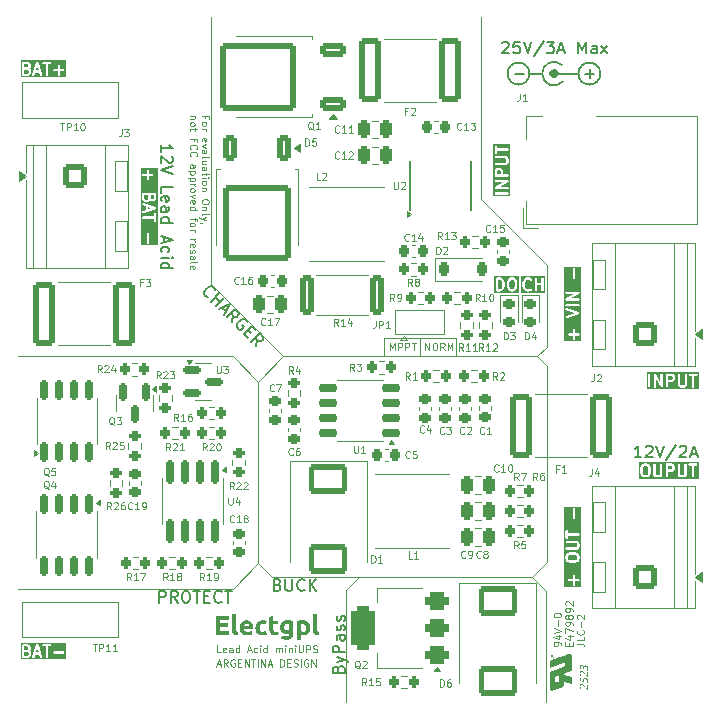
<source format=gbr>
%TF.GenerationSoftware,KiCad,Pcbnew,9.0.3*%
%TF.CreationDate,2025-08-25T20:13:08-03:00*%
%TF.ProjectId,ups_lead_acid_electgpl_v1.0,7570735f-6c65-4616-945f-616369645f65,rev?*%
%TF.SameCoordinates,Original*%
%TF.FileFunction,Legend,Top*%
%TF.FilePolarity,Positive*%
%FSLAX46Y46*%
G04 Gerber Fmt 4.6, Leading zero omitted, Abs format (unit mm)*
G04 Created by KiCad (PCBNEW 9.0.3) date 2025-08-25 20:13:08*
%MOMM*%
%LPD*%
G01*
G04 APERTURE LIST*
G04 Aperture macros list*
%AMRoundRect*
0 Rectangle with rounded corners*
0 $1 Rounding radius*
0 $2 $3 $4 $5 $6 $7 $8 $9 X,Y pos of 4 corners*
0 Add a 4 corners polygon primitive as box body*
4,1,4,$2,$3,$4,$5,$6,$7,$8,$9,$2,$3,0*
0 Add four circle primitives for the rounded corners*
1,1,$1+$1,$2,$3*
1,1,$1+$1,$4,$5*
1,1,$1+$1,$6,$7*
1,1,$1+$1,$8,$9*
0 Add four rect primitives between the rounded corners*
20,1,$1+$1,$2,$3,$4,$5,0*
20,1,$1+$1,$4,$5,$6,$7,0*
20,1,$1+$1,$6,$7,$8,$9,0*
20,1,$1+$1,$8,$9,$2,$3,0*%
G04 Aperture macros list end*
%ADD10C,0.100000*%
%ADD11C,0.200000*%
%ADD12C,0.325120*%
%ADD13C,0.101600*%
%ADD14C,0.076200*%
%ADD15C,0.120000*%
%ADD16C,0.000000*%
%ADD17C,0.150000*%
%ADD18C,0.500000*%
%ADD19RoundRect,0.200000X-0.275000X0.200000X-0.275000X-0.200000X0.275000X-0.200000X0.275000X0.200000X0*%
%ADD20RoundRect,0.200000X-0.200000X-0.275000X0.200000X-0.275000X0.200000X0.275000X-0.200000X0.275000X0*%
%ADD21RoundRect,0.225000X-0.250000X0.225000X-0.250000X-0.225000X0.250000X-0.225000X0.250000X0.225000X0*%
%ADD22RoundRect,0.250000X-1.400000X-1.000000X1.400000X-1.000000X1.400000X1.000000X-1.400000X1.000000X0*%
%ADD23RoundRect,0.200000X0.275000X-0.200000X0.275000X0.200000X-0.275000X0.200000X-0.275000X-0.200000X0*%
%ADD24RoundRect,0.200000X0.200000X0.275000X-0.200000X0.275000X-0.200000X-0.275000X0.200000X-0.275000X0*%
%ADD25RoundRect,0.250000X0.712500X2.475000X-0.712500X2.475000X-0.712500X-2.475000X0.712500X-2.475000X0*%
%ADD26RoundRect,0.218750X-0.256250X0.218750X-0.256250X-0.218750X0.256250X-0.218750X0.256250X0.218750X0*%
%ADD27RoundRect,0.150000X-0.150000X0.587500X-0.150000X-0.587500X0.150000X-0.587500X0.150000X0.587500X0*%
%ADD28C,2.600000*%
%ADD29C,0.800000*%
%ADD30C,6.400000*%
%ADD31R,0.510000X1.100000*%
%ADD32RoundRect,0.150000X-0.150000X0.825000X-0.150000X-0.825000X0.150000X-0.825000X0.150000X0.825000X0*%
%ADD33R,1.000000X1.500000*%
%ADD34RoundRect,0.375000X0.625000X0.375000X-0.625000X0.375000X-0.625000X-0.375000X0.625000X-0.375000X0*%
%ADD35RoundRect,0.500000X0.500000X1.400000X-0.500000X1.400000X-0.500000X-1.400000X0.500000X-1.400000X0*%
%ADD36RoundRect,0.150000X0.650000X0.150000X-0.650000X0.150000X-0.650000X-0.150000X0.650000X-0.150000X0*%
%ADD37R,2.410000X3.100000*%
%ADD38R,2.000000X4.600000*%
%ADD39O,2.000000X4.200000*%
%ADD40O,4.200000X2.000000*%
%ADD41RoundRect,0.150000X-0.587500X-0.150000X0.587500X-0.150000X0.587500X0.150000X-0.587500X0.150000X0*%
%ADD42RoundRect,0.250000X0.362500X1.425000X-0.362500X1.425000X-0.362500X-1.425000X0.362500X-1.425000X0*%
%ADD43RoundRect,0.250000X0.250000X0.475000X-0.250000X0.475000X-0.250000X-0.475000X0.250000X-0.475000X0*%
%ADD44RoundRect,0.150000X-0.150000X0.675000X-0.150000X-0.675000X0.150000X-0.675000X0.150000X0.675000X0*%
%ADD45R,1.600000X5.700000*%
%ADD46RoundRect,0.250001X0.799999X-0.799999X0.799999X0.799999X-0.799999X0.799999X-0.799999X-0.799999X0*%
%ADD47C,2.100000*%
%ADD48RoundRect,0.225000X-0.225000X-0.250000X0.225000X-0.250000X0.225000X0.250000X-0.225000X0.250000X0*%
%ADD49RoundRect,0.250000X-0.350000X0.850000X-0.350000X-0.850000X0.350000X-0.850000X0.350000X0.850000X0*%
%ADD50RoundRect,0.249997X-2.650003X2.950003X-2.650003X-2.950003X2.650003X-2.950003X2.650003X2.950003X0*%
%ADD51RoundRect,0.225000X-0.225000X-0.375000X0.225000X-0.375000X0.225000X0.375000X-0.225000X0.375000X0*%
%ADD52RoundRect,0.225000X0.225000X0.250000X-0.225000X0.250000X-0.225000X-0.250000X0.225000X-0.250000X0*%
%ADD53RoundRect,0.250000X0.850000X0.350000X-0.850000X0.350000X-0.850000X-0.350000X0.850000X-0.350000X0*%
%ADD54RoundRect,0.249997X2.950003X2.650003X-2.950003X2.650003X-2.950003X-2.650003X2.950003X-2.650003X0*%
%ADD55RoundRect,0.150000X0.150000X-0.675000X0.150000X0.675000X-0.150000X0.675000X-0.150000X-0.675000X0*%
%ADD56RoundRect,0.250001X-0.799999X0.799999X-0.799999X-0.799999X0.799999X-0.799999X0.799999X0.799999X0*%
G04 APERTURE END LIST*
D10*
X163200000Y-122132500D02*
X164410000Y-123342500D01*
X148600000Y-122132500D02*
X163200000Y-122132500D01*
X164500000Y-104242500D02*
X164500000Y-105042500D01*
X153800000Y-101900000D02*
X153800000Y-103400000D01*
X137900000Y-103442500D02*
X140050000Y-105592500D01*
X164500000Y-120832500D02*
X164500000Y-117042500D01*
X140050000Y-105592500D02*
X140050000Y-120992500D01*
X142200000Y-103442500D02*
X162900000Y-103442500D01*
X163700000Y-103442500D02*
X164500000Y-102642500D01*
X150700000Y-102100000D02*
X150700000Y-101900000D01*
X136100000Y-97342500D02*
X136100000Y-74742500D01*
X141200000Y-122142500D02*
X163200000Y-122142500D01*
X150700000Y-102100000D02*
X150700000Y-103400000D01*
X163200000Y-122132500D02*
X164500000Y-120832500D01*
X163700000Y-103442500D02*
X164500000Y-104242500D01*
X150700000Y-103400000D02*
X156800000Y-103400000D01*
X156800000Y-101900000D02*
X150700000Y-101900000D01*
X142200000Y-103442500D02*
X136100000Y-97342500D01*
X140050000Y-105592500D02*
X142200000Y-103442500D01*
X148600000Y-122132500D02*
X147500000Y-123232500D01*
X147500000Y-123232500D02*
X147500000Y-132742500D01*
X162900000Y-103442500D02*
X163700000Y-103442500D01*
X164500000Y-102642500D02*
X164500000Y-95742500D01*
X164500000Y-117042500D02*
X164500000Y-105042500D01*
X158900000Y-90142500D02*
X158900000Y-74742500D01*
X156800000Y-103400000D02*
X156800000Y-101900000D01*
X140050000Y-120992500D02*
X141200000Y-122142500D01*
X137900000Y-123142500D02*
X119700000Y-123142500D01*
X158900000Y-90142500D02*
X164500000Y-95742500D01*
X119700000Y-103442500D02*
X137900000Y-103442500D01*
X137900000Y-123142500D02*
X140050000Y-120992500D01*
X164400000Y-132742500D02*
X164400000Y-123342500D01*
D11*
G36*
X167378086Y-102182016D02*
G01*
X165956352Y-102182016D01*
X165956352Y-101572365D01*
X166307235Y-101572365D01*
X166307235Y-101611383D01*
X166322167Y-101647431D01*
X166349757Y-101675021D01*
X166385805Y-101689953D01*
X166405314Y-101691874D01*
X166686266Y-101691874D01*
X166686266Y-101972826D01*
X166688187Y-101992335D01*
X166703119Y-102028383D01*
X166730709Y-102055973D01*
X166766757Y-102070905D01*
X166805775Y-102070905D01*
X166841823Y-102055973D01*
X166869413Y-102028383D01*
X166884345Y-101992335D01*
X166886266Y-101972826D01*
X166886266Y-101691874D01*
X167167219Y-101691874D01*
X167186728Y-101689953D01*
X167222776Y-101675021D01*
X167250366Y-101647431D01*
X167265298Y-101611383D01*
X167265298Y-101572365D01*
X167250366Y-101536317D01*
X167222776Y-101508727D01*
X167186728Y-101493795D01*
X167167219Y-101491874D01*
X166886266Y-101491874D01*
X166886266Y-101210922D01*
X166884345Y-101191413D01*
X166869413Y-101155365D01*
X166841823Y-101127775D01*
X166805775Y-101112843D01*
X166766757Y-101112843D01*
X166730709Y-101127775D01*
X166703119Y-101155365D01*
X166688187Y-101191413D01*
X166686266Y-101210922D01*
X166686266Y-101491874D01*
X166405314Y-101491874D01*
X166385805Y-101493795D01*
X166349757Y-101508727D01*
X166322167Y-101536317D01*
X166307235Y-101572365D01*
X165956352Y-101572365D01*
X165956352Y-99436510D01*
X166068004Y-99436510D01*
X166070770Y-99475430D01*
X166088220Y-99510329D01*
X166117696Y-99535894D01*
X166135596Y-99543885D01*
X166850991Y-99782350D01*
X166135596Y-100020815D01*
X166117696Y-100028806D01*
X166088220Y-100054371D01*
X166070770Y-100089270D01*
X166068004Y-100128190D01*
X166080342Y-100165206D01*
X166105907Y-100194682D01*
X166140806Y-100212132D01*
X166179726Y-100214898D01*
X166198842Y-100210551D01*
X167198841Y-99877218D01*
X167216742Y-99869227D01*
X167222143Y-99864542D01*
X167228530Y-99861349D01*
X167236742Y-99851880D01*
X167246218Y-99843662D01*
X167249413Y-99837270D01*
X167254095Y-99831873D01*
X167258061Y-99819975D01*
X167263667Y-99808763D01*
X167264173Y-99801638D01*
X167266434Y-99794857D01*
X167265544Y-99782350D01*
X167266434Y-99769843D01*
X167264173Y-99763061D01*
X167263667Y-99755937D01*
X167258061Y-99744724D01*
X167254095Y-99732827D01*
X167249413Y-99727429D01*
X167246218Y-99721038D01*
X167236742Y-99712819D01*
X167228530Y-99703351D01*
X167222143Y-99700157D01*
X167216742Y-99695473D01*
X167198841Y-99687482D01*
X166198842Y-99354149D01*
X166179726Y-99349802D01*
X166140806Y-99352568D01*
X166105907Y-99370018D01*
X166080342Y-99399494D01*
X166068004Y-99436510D01*
X165956352Y-99436510D01*
X165956352Y-99096174D01*
X166069140Y-99096174D01*
X166069140Y-99135192D01*
X166084072Y-99171240D01*
X166111662Y-99198830D01*
X166147710Y-99213762D01*
X166167219Y-99215683D01*
X167167219Y-99215683D01*
X167186728Y-99213762D01*
X167222776Y-99198830D01*
X167250366Y-99171240D01*
X167265298Y-99135192D01*
X167265298Y-99096174D01*
X167250366Y-99060126D01*
X167222776Y-99032536D01*
X167186728Y-99017604D01*
X167167219Y-99015683D01*
X166167219Y-99015683D01*
X166147710Y-99017604D01*
X166111662Y-99032536D01*
X166084072Y-99060126D01*
X166069140Y-99096174D01*
X165956352Y-99096174D01*
X165956352Y-98632508D01*
X166067463Y-98632508D01*
X166069140Y-98645701D01*
X166069140Y-98659002D01*
X166071579Y-98664890D01*
X166072383Y-98671215D01*
X166078983Y-98682764D01*
X166084072Y-98695050D01*
X166088579Y-98699557D01*
X166091742Y-98705092D01*
X166102256Y-98713234D01*
X166111662Y-98722640D01*
X166117552Y-98725079D01*
X166122591Y-98728982D01*
X166135419Y-98732480D01*
X166147710Y-98737572D01*
X166157687Y-98738554D01*
X166160234Y-98739249D01*
X166162201Y-98738998D01*
X166167219Y-98739493D01*
X167167219Y-98739493D01*
X167186728Y-98737572D01*
X167222776Y-98722640D01*
X167250366Y-98695050D01*
X167265298Y-98659002D01*
X167265298Y-98619984D01*
X167250366Y-98583936D01*
X167222776Y-98556346D01*
X167186728Y-98541414D01*
X167167219Y-98539493D01*
X166543775Y-98539493D01*
X167216833Y-98154889D01*
X167220943Y-98151970D01*
X167222776Y-98151212D01*
X167224642Y-98149345D01*
X167232818Y-98143542D01*
X167240962Y-98133025D01*
X167250366Y-98123622D01*
X167252804Y-98117734D01*
X167256709Y-98112693D01*
X167260208Y-98099860D01*
X167265298Y-98087574D01*
X167265298Y-98081198D01*
X167266975Y-98075049D01*
X167265298Y-98061855D01*
X167265298Y-98048556D01*
X167262858Y-98042667D01*
X167262055Y-98036343D01*
X167255454Y-98024793D01*
X167250366Y-98012508D01*
X167245858Y-98008000D01*
X167242696Y-98002466D01*
X167232179Y-97994321D01*
X167222776Y-97984918D01*
X167216888Y-97982479D01*
X167211847Y-97978575D01*
X167199014Y-97975075D01*
X167186728Y-97969986D01*
X167176750Y-97969003D01*
X167174204Y-97968309D01*
X167172236Y-97968559D01*
X167167219Y-97968065D01*
X166167219Y-97968065D01*
X166147710Y-97969986D01*
X166111662Y-97984918D01*
X166084072Y-98012508D01*
X166069140Y-98048556D01*
X166069140Y-98087574D01*
X166084072Y-98123622D01*
X166111662Y-98151212D01*
X166147710Y-98166144D01*
X166167219Y-98168065D01*
X166790663Y-98168065D01*
X166117605Y-98552669D01*
X166113494Y-98555587D01*
X166111662Y-98556346D01*
X166109795Y-98558212D01*
X166101620Y-98564016D01*
X166093477Y-98574530D01*
X166084072Y-98583936D01*
X166081632Y-98589826D01*
X166077730Y-98594865D01*
X166074231Y-98607693D01*
X166069140Y-98619984D01*
X166069140Y-98626359D01*
X166067463Y-98632508D01*
X165956352Y-98632508D01*
X165956352Y-96068065D01*
X166686266Y-96068065D01*
X166686266Y-96829969D01*
X166688187Y-96849478D01*
X166703119Y-96885526D01*
X166730709Y-96913116D01*
X166766757Y-96928048D01*
X166805775Y-96928048D01*
X166841823Y-96913116D01*
X166869413Y-96885526D01*
X166884345Y-96849478D01*
X166886266Y-96829969D01*
X166886266Y-96068065D01*
X166884345Y-96048556D01*
X166869413Y-96012508D01*
X166841823Y-95984918D01*
X166805775Y-95969986D01*
X166766757Y-95969986D01*
X166730709Y-95984918D01*
X166703119Y-96012508D01*
X166688187Y-96048556D01*
X166686266Y-96068065D01*
X165956352Y-96068065D01*
X165956352Y-95858875D01*
X167378086Y-95858875D01*
X167378086Y-102182016D01*
G37*
X160722054Y-76904957D02*
X160769673Y-76857338D01*
X160769673Y-76857338D02*
X160864911Y-76809719D01*
X160864911Y-76809719D02*
X161103006Y-76809719D01*
X161103006Y-76809719D02*
X161198244Y-76857338D01*
X161198244Y-76857338D02*
X161245863Y-76904957D01*
X161245863Y-76904957D02*
X161293482Y-77000195D01*
X161293482Y-77000195D02*
X161293482Y-77095433D01*
X161293482Y-77095433D02*
X161245863Y-77238290D01*
X161245863Y-77238290D02*
X160674435Y-77809719D01*
X160674435Y-77809719D02*
X161293482Y-77809719D01*
X162198244Y-76809719D02*
X161722054Y-76809719D01*
X161722054Y-76809719D02*
X161674435Y-77285909D01*
X161674435Y-77285909D02*
X161722054Y-77238290D01*
X161722054Y-77238290D02*
X161817292Y-77190671D01*
X161817292Y-77190671D02*
X162055387Y-77190671D01*
X162055387Y-77190671D02*
X162150625Y-77238290D01*
X162150625Y-77238290D02*
X162198244Y-77285909D01*
X162198244Y-77285909D02*
X162245863Y-77381147D01*
X162245863Y-77381147D02*
X162245863Y-77619242D01*
X162245863Y-77619242D02*
X162198244Y-77714480D01*
X162198244Y-77714480D02*
X162150625Y-77762100D01*
X162150625Y-77762100D02*
X162055387Y-77809719D01*
X162055387Y-77809719D02*
X161817292Y-77809719D01*
X161817292Y-77809719D02*
X161722054Y-77762100D01*
X161722054Y-77762100D02*
X161674435Y-77714480D01*
X162531578Y-76809719D02*
X162864911Y-77809719D01*
X162864911Y-77809719D02*
X163198244Y-76809719D01*
X164245863Y-76762100D02*
X163388721Y-78047814D01*
X164483959Y-76809719D02*
X165103006Y-76809719D01*
X165103006Y-76809719D02*
X164769673Y-77190671D01*
X164769673Y-77190671D02*
X164912530Y-77190671D01*
X164912530Y-77190671D02*
X165007768Y-77238290D01*
X165007768Y-77238290D02*
X165055387Y-77285909D01*
X165055387Y-77285909D02*
X165103006Y-77381147D01*
X165103006Y-77381147D02*
X165103006Y-77619242D01*
X165103006Y-77619242D02*
X165055387Y-77714480D01*
X165055387Y-77714480D02*
X165007768Y-77762100D01*
X165007768Y-77762100D02*
X164912530Y-77809719D01*
X164912530Y-77809719D02*
X164626816Y-77809719D01*
X164626816Y-77809719D02*
X164531578Y-77762100D01*
X164531578Y-77762100D02*
X164483959Y-77714480D01*
X165483959Y-77524004D02*
X165960149Y-77524004D01*
X165388721Y-77809719D02*
X165722054Y-76809719D01*
X165722054Y-76809719D02*
X166055387Y-77809719D01*
X167150626Y-77809719D02*
X167150626Y-76809719D01*
X167150626Y-76809719D02*
X167483959Y-77524004D01*
X167483959Y-77524004D02*
X167817292Y-76809719D01*
X167817292Y-76809719D02*
X167817292Y-77809719D01*
X168722054Y-77809719D02*
X168722054Y-77285909D01*
X168722054Y-77285909D02*
X168674435Y-77190671D01*
X168674435Y-77190671D02*
X168579197Y-77143052D01*
X168579197Y-77143052D02*
X168388721Y-77143052D01*
X168388721Y-77143052D02*
X168293483Y-77190671D01*
X168722054Y-77762100D02*
X168626816Y-77809719D01*
X168626816Y-77809719D02*
X168388721Y-77809719D01*
X168388721Y-77809719D02*
X168293483Y-77762100D01*
X168293483Y-77762100D02*
X168245864Y-77666861D01*
X168245864Y-77666861D02*
X168245864Y-77571623D01*
X168245864Y-77571623D02*
X168293483Y-77476385D01*
X168293483Y-77476385D02*
X168388721Y-77428766D01*
X168388721Y-77428766D02*
X168626816Y-77428766D01*
X168626816Y-77428766D02*
X168722054Y-77381147D01*
X169103007Y-77809719D02*
X169626816Y-77143052D01*
X169103007Y-77143052D02*
X169626816Y-77809719D01*
X146843409Y-129939493D02*
X146891028Y-129796636D01*
X146891028Y-129796636D02*
X146938647Y-129749017D01*
X146938647Y-129749017D02*
X147033885Y-129701398D01*
X147033885Y-129701398D02*
X147176742Y-129701398D01*
X147176742Y-129701398D02*
X147271980Y-129749017D01*
X147271980Y-129749017D02*
X147319600Y-129796636D01*
X147319600Y-129796636D02*
X147367219Y-129891874D01*
X147367219Y-129891874D02*
X147367219Y-130272826D01*
X147367219Y-130272826D02*
X146367219Y-130272826D01*
X146367219Y-130272826D02*
X146367219Y-129939493D01*
X146367219Y-129939493D02*
X146414838Y-129844255D01*
X146414838Y-129844255D02*
X146462457Y-129796636D01*
X146462457Y-129796636D02*
X146557695Y-129749017D01*
X146557695Y-129749017D02*
X146652933Y-129749017D01*
X146652933Y-129749017D02*
X146748171Y-129796636D01*
X146748171Y-129796636D02*
X146795790Y-129844255D01*
X146795790Y-129844255D02*
X146843409Y-129939493D01*
X146843409Y-129939493D02*
X146843409Y-130272826D01*
X146700552Y-129368064D02*
X147367219Y-129129969D01*
X146700552Y-128891874D02*
X147367219Y-129129969D01*
X147367219Y-129129969D02*
X147605314Y-129225207D01*
X147605314Y-129225207D02*
X147652933Y-129272826D01*
X147652933Y-129272826D02*
X147700552Y-129368064D01*
X147367219Y-128510921D02*
X146367219Y-128510921D01*
X146367219Y-128510921D02*
X146367219Y-128129969D01*
X146367219Y-128129969D02*
X146414838Y-128034731D01*
X146414838Y-128034731D02*
X146462457Y-127987112D01*
X146462457Y-127987112D02*
X146557695Y-127939493D01*
X146557695Y-127939493D02*
X146700552Y-127939493D01*
X146700552Y-127939493D02*
X146795790Y-127987112D01*
X146795790Y-127987112D02*
X146843409Y-128034731D01*
X146843409Y-128034731D02*
X146891028Y-128129969D01*
X146891028Y-128129969D02*
X146891028Y-128510921D01*
X147367219Y-127082350D02*
X146843409Y-127082350D01*
X146843409Y-127082350D02*
X146748171Y-127129969D01*
X146748171Y-127129969D02*
X146700552Y-127225207D01*
X146700552Y-127225207D02*
X146700552Y-127415683D01*
X146700552Y-127415683D02*
X146748171Y-127510921D01*
X147319600Y-127082350D02*
X147367219Y-127177588D01*
X147367219Y-127177588D02*
X147367219Y-127415683D01*
X147367219Y-127415683D02*
X147319600Y-127510921D01*
X147319600Y-127510921D02*
X147224361Y-127558540D01*
X147224361Y-127558540D02*
X147129123Y-127558540D01*
X147129123Y-127558540D02*
X147033885Y-127510921D01*
X147033885Y-127510921D02*
X146986266Y-127415683D01*
X146986266Y-127415683D02*
X146986266Y-127177588D01*
X146986266Y-127177588D02*
X146938647Y-127082350D01*
X147319600Y-126653778D02*
X147367219Y-126558540D01*
X147367219Y-126558540D02*
X147367219Y-126368064D01*
X147367219Y-126368064D02*
X147319600Y-126272826D01*
X147319600Y-126272826D02*
X147224361Y-126225207D01*
X147224361Y-126225207D02*
X147176742Y-126225207D01*
X147176742Y-126225207D02*
X147081504Y-126272826D01*
X147081504Y-126272826D02*
X147033885Y-126368064D01*
X147033885Y-126368064D02*
X147033885Y-126510921D01*
X147033885Y-126510921D02*
X146986266Y-126606159D01*
X146986266Y-126606159D02*
X146891028Y-126653778D01*
X146891028Y-126653778D02*
X146843409Y-126653778D01*
X146843409Y-126653778D02*
X146748171Y-126606159D01*
X146748171Y-126606159D02*
X146700552Y-126510921D01*
X146700552Y-126510921D02*
X146700552Y-126368064D01*
X146700552Y-126368064D02*
X146748171Y-126272826D01*
X147319600Y-125844254D02*
X147367219Y-125749016D01*
X147367219Y-125749016D02*
X147367219Y-125558540D01*
X147367219Y-125558540D02*
X147319600Y-125463302D01*
X147319600Y-125463302D02*
X147224361Y-125415683D01*
X147224361Y-125415683D02*
X147176742Y-125415683D01*
X147176742Y-125415683D02*
X147081504Y-125463302D01*
X147081504Y-125463302D02*
X147033885Y-125558540D01*
X147033885Y-125558540D02*
X147033885Y-125701397D01*
X147033885Y-125701397D02*
X146986266Y-125796635D01*
X146986266Y-125796635D02*
X146891028Y-125844254D01*
X146891028Y-125844254D02*
X146843409Y-125844254D01*
X146843409Y-125844254D02*
X146748171Y-125796635D01*
X146748171Y-125796635D02*
X146700552Y-125701397D01*
X146700552Y-125701397D02*
X146700552Y-125558540D01*
X146700552Y-125558540D02*
X146748171Y-125463302D01*
G36*
X160536554Y-87707394D02*
G01*
X160561223Y-87732062D01*
X160591028Y-87791672D01*
X160591028Y-88049017D01*
X160267219Y-88049017D01*
X160267219Y-87791672D01*
X160297024Y-87732062D01*
X160321692Y-87707393D01*
X160381302Y-87677589D01*
X160476945Y-87677589D01*
X160536554Y-87707394D01*
G37*
G36*
X161378330Y-89883937D02*
G01*
X159956108Y-89883937D01*
X159956108Y-89653317D01*
X160069140Y-89653317D01*
X160069140Y-89692335D01*
X160084072Y-89728383D01*
X160111662Y-89755973D01*
X160147710Y-89770905D01*
X160167219Y-89772826D01*
X161167219Y-89772826D01*
X161186728Y-89770905D01*
X161222776Y-89755973D01*
X161250366Y-89728383D01*
X161265298Y-89692335D01*
X161265298Y-89653317D01*
X161250366Y-89617269D01*
X161222776Y-89589679D01*
X161186728Y-89574747D01*
X161167219Y-89572826D01*
X160167219Y-89572826D01*
X160147710Y-89574747D01*
X160111662Y-89589679D01*
X160084072Y-89617269D01*
X160069140Y-89653317D01*
X159956108Y-89653317D01*
X159956108Y-89189651D01*
X160067463Y-89189651D01*
X160069140Y-89202844D01*
X160069140Y-89216145D01*
X160071579Y-89222033D01*
X160072383Y-89228358D01*
X160078983Y-89239907D01*
X160084072Y-89252193D01*
X160088579Y-89256700D01*
X160091742Y-89262235D01*
X160102256Y-89270377D01*
X160111662Y-89279783D01*
X160117552Y-89282222D01*
X160122591Y-89286125D01*
X160135419Y-89289623D01*
X160147710Y-89294715D01*
X160157687Y-89295697D01*
X160160234Y-89296392D01*
X160162201Y-89296141D01*
X160167219Y-89296636D01*
X161167219Y-89296636D01*
X161186728Y-89294715D01*
X161222776Y-89279783D01*
X161250366Y-89252193D01*
X161265298Y-89216145D01*
X161265298Y-89177127D01*
X161250366Y-89141079D01*
X161222776Y-89113489D01*
X161186728Y-89098557D01*
X161167219Y-89096636D01*
X160543775Y-89096636D01*
X161216833Y-88712032D01*
X161220943Y-88709113D01*
X161222776Y-88708355D01*
X161224642Y-88706488D01*
X161232818Y-88700685D01*
X161240962Y-88690168D01*
X161250366Y-88680765D01*
X161252804Y-88674877D01*
X161256709Y-88669836D01*
X161260208Y-88657003D01*
X161265298Y-88644717D01*
X161265298Y-88638341D01*
X161266975Y-88632192D01*
X161265298Y-88618998D01*
X161265298Y-88605699D01*
X161262858Y-88599810D01*
X161262055Y-88593486D01*
X161255454Y-88581936D01*
X161250366Y-88569651D01*
X161245858Y-88565143D01*
X161242696Y-88559609D01*
X161232179Y-88551464D01*
X161222776Y-88542061D01*
X161216888Y-88539622D01*
X161211847Y-88535718D01*
X161199014Y-88532218D01*
X161186728Y-88527129D01*
X161176750Y-88526146D01*
X161174204Y-88525452D01*
X161172236Y-88525702D01*
X161167219Y-88525208D01*
X160167219Y-88525208D01*
X160147710Y-88527129D01*
X160111662Y-88542061D01*
X160084072Y-88569651D01*
X160069140Y-88605699D01*
X160069140Y-88644717D01*
X160084072Y-88680765D01*
X160111662Y-88708355D01*
X160147710Y-88723287D01*
X160167219Y-88725208D01*
X160790663Y-88725208D01*
X160117605Y-89109812D01*
X160113494Y-89112730D01*
X160111662Y-89113489D01*
X160109795Y-89115355D01*
X160101620Y-89121159D01*
X160093477Y-89131673D01*
X160084072Y-89141079D01*
X160081632Y-89146969D01*
X160077730Y-89152008D01*
X160074231Y-89164836D01*
X160069140Y-89177127D01*
X160069140Y-89183502D01*
X160067463Y-89189651D01*
X159956108Y-89189651D01*
X159956108Y-87768065D01*
X160067219Y-87768065D01*
X160067219Y-88149017D01*
X160069140Y-88168526D01*
X160084072Y-88204574D01*
X160111662Y-88232164D01*
X160147710Y-88247096D01*
X160167219Y-88249017D01*
X161167219Y-88249017D01*
X161186728Y-88247096D01*
X161222776Y-88232164D01*
X161250366Y-88204574D01*
X161265298Y-88168526D01*
X161265298Y-88129508D01*
X161250366Y-88093460D01*
X161222776Y-88065870D01*
X161186728Y-88050938D01*
X161167219Y-88049017D01*
X160791028Y-88049017D01*
X160791028Y-87768065D01*
X160789107Y-87748556D01*
X160787731Y-87745235D01*
X160787477Y-87741652D01*
X160780471Y-87723343D01*
X160732852Y-87628106D01*
X160727566Y-87619709D01*
X160726556Y-87617269D01*
X160724302Y-87614523D01*
X160722409Y-87611515D01*
X160720411Y-87609782D01*
X160714119Y-87602116D01*
X160666501Y-87554497D01*
X160658830Y-87548202D01*
X160657101Y-87546208D01*
X160654093Y-87544314D01*
X160651347Y-87542061D01*
X160648907Y-87541050D01*
X160640511Y-87535765D01*
X160545273Y-87488146D01*
X160526965Y-87481140D01*
X160523381Y-87480885D01*
X160520061Y-87479510D01*
X160500552Y-87477589D01*
X160357695Y-87477589D01*
X160338186Y-87479510D01*
X160334865Y-87480885D01*
X160331282Y-87481140D01*
X160312973Y-87488146D01*
X160217736Y-87535765D01*
X160209339Y-87541050D01*
X160206899Y-87542061D01*
X160204153Y-87544314D01*
X160201145Y-87546208D01*
X160199412Y-87548205D01*
X160191746Y-87554498D01*
X160144127Y-87602116D01*
X160137832Y-87609786D01*
X160135838Y-87611516D01*
X160133944Y-87614523D01*
X160131691Y-87617270D01*
X160130680Y-87619709D01*
X160125395Y-87628106D01*
X160077776Y-87723344D01*
X160070770Y-87741652D01*
X160070515Y-87745235D01*
X160069140Y-87748556D01*
X160067219Y-87768065D01*
X159956108Y-87768065D01*
X159956108Y-86558080D01*
X160069140Y-86558080D01*
X160069140Y-86597098D01*
X160084072Y-86633146D01*
X160111662Y-86660736D01*
X160147710Y-86675668D01*
X160167219Y-86677589D01*
X160953135Y-86677589D01*
X161012746Y-86707395D01*
X161037414Y-86732062D01*
X161067219Y-86791672D01*
X161067219Y-86934934D01*
X161037414Y-86994543D01*
X161012746Y-87019210D01*
X160953135Y-87049017D01*
X160167219Y-87049017D01*
X160147710Y-87050938D01*
X160111662Y-87065870D01*
X160084072Y-87093460D01*
X160069140Y-87129508D01*
X160069140Y-87168526D01*
X160084072Y-87204574D01*
X160111662Y-87232164D01*
X160147710Y-87247096D01*
X160167219Y-87249017D01*
X160976742Y-87249017D01*
X160996251Y-87247096D01*
X160999571Y-87245720D01*
X161003155Y-87245466D01*
X161021463Y-87238460D01*
X161116701Y-87190841D01*
X161125093Y-87185557D01*
X161127537Y-87184546D01*
X161130286Y-87182289D01*
X161133291Y-87180398D01*
X161135020Y-87178403D01*
X161142690Y-87172109D01*
X161190310Y-87124491D01*
X161196603Y-87116822D01*
X161198600Y-87115091D01*
X161200493Y-87112082D01*
X161202747Y-87109337D01*
X161203757Y-87106896D01*
X161209043Y-87098500D01*
X161256662Y-87003263D01*
X161263668Y-86984954D01*
X161263922Y-86981370D01*
X161265298Y-86978050D01*
X161267219Y-86958541D01*
X161267219Y-86768065D01*
X161265298Y-86748556D01*
X161263922Y-86745235D01*
X161263668Y-86741652D01*
X161256662Y-86723343D01*
X161209043Y-86628106D01*
X161203757Y-86619709D01*
X161202747Y-86617269D01*
X161200493Y-86614523D01*
X161198600Y-86611515D01*
X161196603Y-86609783D01*
X161190310Y-86602115D01*
X161142690Y-86554497D01*
X161135020Y-86548202D01*
X161133291Y-86546208D01*
X161130286Y-86544316D01*
X161127537Y-86542060D01*
X161125093Y-86541048D01*
X161116701Y-86535765D01*
X161021463Y-86488146D01*
X161003155Y-86481140D01*
X160999571Y-86480885D01*
X160996251Y-86479510D01*
X160976742Y-86477589D01*
X160167219Y-86477589D01*
X160147710Y-86479510D01*
X160111662Y-86494442D01*
X160084072Y-86522032D01*
X160069140Y-86558080D01*
X159956108Y-86558080D01*
X159956108Y-85672827D01*
X160067219Y-85672827D01*
X160067219Y-86244255D01*
X160069140Y-86263764D01*
X160084072Y-86299812D01*
X160111662Y-86327402D01*
X160147710Y-86342334D01*
X160186728Y-86342334D01*
X160222776Y-86327402D01*
X160250366Y-86299812D01*
X160265298Y-86263764D01*
X160267219Y-86244255D01*
X160267219Y-86058541D01*
X161167219Y-86058541D01*
X161186728Y-86056620D01*
X161222776Y-86041688D01*
X161250366Y-86014098D01*
X161265298Y-85978050D01*
X161265298Y-85939032D01*
X161250366Y-85902984D01*
X161222776Y-85875394D01*
X161186728Y-85860462D01*
X161167219Y-85858541D01*
X160267219Y-85858541D01*
X160267219Y-85672827D01*
X160265298Y-85653318D01*
X160250366Y-85617270D01*
X160222776Y-85589680D01*
X160186728Y-85574748D01*
X160147710Y-85574748D01*
X160111662Y-85589680D01*
X160084072Y-85617270D01*
X160069140Y-85653318D01*
X160067219Y-85672827D01*
X159956108Y-85672827D01*
X159956108Y-85463637D01*
X161378330Y-85463637D01*
X161378330Y-89883937D01*
G37*
D10*
X135580539Y-83314131D02*
X135580539Y-83110931D01*
X135261225Y-83110931D02*
X135870825Y-83110931D01*
X135870825Y-83110931D02*
X135870825Y-83401217D01*
X135261225Y-83720531D02*
X135290254Y-83662474D01*
X135290254Y-83662474D02*
X135319282Y-83633445D01*
X135319282Y-83633445D02*
X135377339Y-83604417D01*
X135377339Y-83604417D02*
X135551511Y-83604417D01*
X135551511Y-83604417D02*
X135609568Y-83633445D01*
X135609568Y-83633445D02*
X135638596Y-83662474D01*
X135638596Y-83662474D02*
X135667625Y-83720531D01*
X135667625Y-83720531D02*
X135667625Y-83807617D01*
X135667625Y-83807617D02*
X135638596Y-83865674D01*
X135638596Y-83865674D02*
X135609568Y-83894703D01*
X135609568Y-83894703D02*
X135551511Y-83923731D01*
X135551511Y-83923731D02*
X135377339Y-83923731D01*
X135377339Y-83923731D02*
X135319282Y-83894703D01*
X135319282Y-83894703D02*
X135290254Y-83865674D01*
X135290254Y-83865674D02*
X135261225Y-83807617D01*
X135261225Y-83807617D02*
X135261225Y-83720531D01*
X135261225Y-84184988D02*
X135667625Y-84184988D01*
X135551511Y-84184988D02*
X135609568Y-84214017D01*
X135609568Y-84214017D02*
X135638596Y-84243046D01*
X135638596Y-84243046D02*
X135667625Y-84301103D01*
X135667625Y-84301103D02*
X135667625Y-84359160D01*
X135290254Y-85259045D02*
X135261225Y-85200988D01*
X135261225Y-85200988D02*
X135261225Y-85084874D01*
X135261225Y-85084874D02*
X135290254Y-85026816D01*
X135290254Y-85026816D02*
X135348311Y-84997788D01*
X135348311Y-84997788D02*
X135580539Y-84997788D01*
X135580539Y-84997788D02*
X135638596Y-85026816D01*
X135638596Y-85026816D02*
X135667625Y-85084874D01*
X135667625Y-85084874D02*
X135667625Y-85200988D01*
X135667625Y-85200988D02*
X135638596Y-85259045D01*
X135638596Y-85259045D02*
X135580539Y-85288074D01*
X135580539Y-85288074D02*
X135522482Y-85288074D01*
X135522482Y-85288074D02*
X135464425Y-84997788D01*
X135667625Y-85491273D02*
X135261225Y-85636416D01*
X135261225Y-85636416D02*
X135667625Y-85781559D01*
X135261225Y-86275045D02*
X135580539Y-86275045D01*
X135580539Y-86275045D02*
X135638596Y-86246016D01*
X135638596Y-86246016D02*
X135667625Y-86187959D01*
X135667625Y-86187959D02*
X135667625Y-86071845D01*
X135667625Y-86071845D02*
X135638596Y-86013787D01*
X135290254Y-86275045D02*
X135261225Y-86216987D01*
X135261225Y-86216987D02*
X135261225Y-86071845D01*
X135261225Y-86071845D02*
X135290254Y-86013787D01*
X135290254Y-86013787D02*
X135348311Y-85984759D01*
X135348311Y-85984759D02*
X135406368Y-85984759D01*
X135406368Y-85984759D02*
X135464425Y-86013787D01*
X135464425Y-86013787D02*
X135493454Y-86071845D01*
X135493454Y-86071845D02*
X135493454Y-86216987D01*
X135493454Y-86216987D02*
X135522482Y-86275045D01*
X135261225Y-86652416D02*
X135290254Y-86594359D01*
X135290254Y-86594359D02*
X135348311Y-86565330D01*
X135348311Y-86565330D02*
X135870825Y-86565330D01*
X135667625Y-87145902D02*
X135261225Y-87145902D01*
X135667625Y-86884644D02*
X135348311Y-86884644D01*
X135348311Y-86884644D02*
X135290254Y-86913673D01*
X135290254Y-86913673D02*
X135261225Y-86971730D01*
X135261225Y-86971730D02*
X135261225Y-87058816D01*
X135261225Y-87058816D02*
X135290254Y-87116873D01*
X135290254Y-87116873D02*
X135319282Y-87145902D01*
X135261225Y-87697445D02*
X135580539Y-87697445D01*
X135580539Y-87697445D02*
X135638596Y-87668416D01*
X135638596Y-87668416D02*
X135667625Y-87610359D01*
X135667625Y-87610359D02*
X135667625Y-87494245D01*
X135667625Y-87494245D02*
X135638596Y-87436187D01*
X135290254Y-87697445D02*
X135261225Y-87639387D01*
X135261225Y-87639387D02*
X135261225Y-87494245D01*
X135261225Y-87494245D02*
X135290254Y-87436187D01*
X135290254Y-87436187D02*
X135348311Y-87407159D01*
X135348311Y-87407159D02*
X135406368Y-87407159D01*
X135406368Y-87407159D02*
X135464425Y-87436187D01*
X135464425Y-87436187D02*
X135493454Y-87494245D01*
X135493454Y-87494245D02*
X135493454Y-87639387D01*
X135493454Y-87639387D02*
X135522482Y-87697445D01*
X135667625Y-87900645D02*
X135667625Y-88132873D01*
X135870825Y-87987730D02*
X135348311Y-87987730D01*
X135348311Y-87987730D02*
X135290254Y-88016759D01*
X135290254Y-88016759D02*
X135261225Y-88074816D01*
X135261225Y-88074816D02*
X135261225Y-88132873D01*
X135261225Y-88336073D02*
X135667625Y-88336073D01*
X135870825Y-88336073D02*
X135841796Y-88307045D01*
X135841796Y-88307045D02*
X135812768Y-88336073D01*
X135812768Y-88336073D02*
X135841796Y-88365102D01*
X135841796Y-88365102D02*
X135870825Y-88336073D01*
X135870825Y-88336073D02*
X135812768Y-88336073D01*
X135261225Y-88713445D02*
X135290254Y-88655388D01*
X135290254Y-88655388D02*
X135319282Y-88626359D01*
X135319282Y-88626359D02*
X135377339Y-88597331D01*
X135377339Y-88597331D02*
X135551511Y-88597331D01*
X135551511Y-88597331D02*
X135609568Y-88626359D01*
X135609568Y-88626359D02*
X135638596Y-88655388D01*
X135638596Y-88655388D02*
X135667625Y-88713445D01*
X135667625Y-88713445D02*
X135667625Y-88800531D01*
X135667625Y-88800531D02*
X135638596Y-88858588D01*
X135638596Y-88858588D02*
X135609568Y-88887617D01*
X135609568Y-88887617D02*
X135551511Y-88916645D01*
X135551511Y-88916645D02*
X135377339Y-88916645D01*
X135377339Y-88916645D02*
X135319282Y-88887617D01*
X135319282Y-88887617D02*
X135290254Y-88858588D01*
X135290254Y-88858588D02*
X135261225Y-88800531D01*
X135261225Y-88800531D02*
X135261225Y-88713445D01*
X135667625Y-89177902D02*
X135261225Y-89177902D01*
X135609568Y-89177902D02*
X135638596Y-89206931D01*
X135638596Y-89206931D02*
X135667625Y-89264988D01*
X135667625Y-89264988D02*
X135667625Y-89352074D01*
X135667625Y-89352074D02*
X135638596Y-89410131D01*
X135638596Y-89410131D02*
X135580539Y-89439160D01*
X135580539Y-89439160D02*
X135261225Y-89439160D01*
X135870825Y-90310017D02*
X135870825Y-90426131D01*
X135870825Y-90426131D02*
X135841796Y-90484188D01*
X135841796Y-90484188D02*
X135783739Y-90542245D01*
X135783739Y-90542245D02*
X135667625Y-90571274D01*
X135667625Y-90571274D02*
X135464425Y-90571274D01*
X135464425Y-90571274D02*
X135348311Y-90542245D01*
X135348311Y-90542245D02*
X135290254Y-90484188D01*
X135290254Y-90484188D02*
X135261225Y-90426131D01*
X135261225Y-90426131D02*
X135261225Y-90310017D01*
X135261225Y-90310017D02*
X135290254Y-90251960D01*
X135290254Y-90251960D02*
X135348311Y-90193902D01*
X135348311Y-90193902D02*
X135464425Y-90164874D01*
X135464425Y-90164874D02*
X135667625Y-90164874D01*
X135667625Y-90164874D02*
X135783739Y-90193902D01*
X135783739Y-90193902D02*
X135841796Y-90251960D01*
X135841796Y-90251960D02*
X135870825Y-90310017D01*
X135667625Y-90832531D02*
X135261225Y-90832531D01*
X135609568Y-90832531D02*
X135638596Y-90861560D01*
X135638596Y-90861560D02*
X135667625Y-90919617D01*
X135667625Y-90919617D02*
X135667625Y-91006703D01*
X135667625Y-91006703D02*
X135638596Y-91064760D01*
X135638596Y-91064760D02*
X135580539Y-91093789D01*
X135580539Y-91093789D02*
X135261225Y-91093789D01*
X135261225Y-91471160D02*
X135290254Y-91413103D01*
X135290254Y-91413103D02*
X135348311Y-91384074D01*
X135348311Y-91384074D02*
X135870825Y-91384074D01*
X135667625Y-91645331D02*
X135261225Y-91790474D01*
X135667625Y-91935617D02*
X135261225Y-91790474D01*
X135261225Y-91790474D02*
X135116082Y-91732417D01*
X135116082Y-91732417D02*
X135087054Y-91703388D01*
X135087054Y-91703388D02*
X135058025Y-91645331D01*
X135290254Y-92196874D02*
X135261225Y-92196874D01*
X135261225Y-92196874D02*
X135203168Y-92167845D01*
X135203168Y-92167845D02*
X135174139Y-92138817D01*
X134686203Y-83110931D02*
X134279803Y-83110931D01*
X134628146Y-83110931D02*
X134657174Y-83139960D01*
X134657174Y-83139960D02*
X134686203Y-83198017D01*
X134686203Y-83198017D02*
X134686203Y-83285103D01*
X134686203Y-83285103D02*
X134657174Y-83343160D01*
X134657174Y-83343160D02*
X134599117Y-83372189D01*
X134599117Y-83372189D02*
X134279803Y-83372189D01*
X134279803Y-83749560D02*
X134308832Y-83691503D01*
X134308832Y-83691503D02*
X134337860Y-83662474D01*
X134337860Y-83662474D02*
X134395917Y-83633446D01*
X134395917Y-83633446D02*
X134570089Y-83633446D01*
X134570089Y-83633446D02*
X134628146Y-83662474D01*
X134628146Y-83662474D02*
X134657174Y-83691503D01*
X134657174Y-83691503D02*
X134686203Y-83749560D01*
X134686203Y-83749560D02*
X134686203Y-83836646D01*
X134686203Y-83836646D02*
X134657174Y-83894703D01*
X134657174Y-83894703D02*
X134628146Y-83923732D01*
X134628146Y-83923732D02*
X134570089Y-83952760D01*
X134570089Y-83952760D02*
X134395917Y-83952760D01*
X134395917Y-83952760D02*
X134337860Y-83923732D01*
X134337860Y-83923732D02*
X134308832Y-83894703D01*
X134308832Y-83894703D02*
X134279803Y-83836646D01*
X134279803Y-83836646D02*
X134279803Y-83749560D01*
X134686203Y-84126932D02*
X134686203Y-84359160D01*
X134889403Y-84214017D02*
X134366889Y-84214017D01*
X134366889Y-84214017D02*
X134308832Y-84243046D01*
X134308832Y-84243046D02*
X134279803Y-84301103D01*
X134279803Y-84301103D02*
X134279803Y-84359160D01*
X134599117Y-85230017D02*
X134599117Y-85026817D01*
X134279803Y-85026817D02*
X134889403Y-85026817D01*
X134889403Y-85026817D02*
X134889403Y-85317103D01*
X134337860Y-85897674D02*
X134308832Y-85868646D01*
X134308832Y-85868646D02*
X134279803Y-85781560D01*
X134279803Y-85781560D02*
X134279803Y-85723503D01*
X134279803Y-85723503D02*
X134308832Y-85636417D01*
X134308832Y-85636417D02*
X134366889Y-85578360D01*
X134366889Y-85578360D02*
X134424946Y-85549331D01*
X134424946Y-85549331D02*
X134541060Y-85520303D01*
X134541060Y-85520303D02*
X134628146Y-85520303D01*
X134628146Y-85520303D02*
X134744260Y-85549331D01*
X134744260Y-85549331D02*
X134802317Y-85578360D01*
X134802317Y-85578360D02*
X134860374Y-85636417D01*
X134860374Y-85636417D02*
X134889403Y-85723503D01*
X134889403Y-85723503D02*
X134889403Y-85781560D01*
X134889403Y-85781560D02*
X134860374Y-85868646D01*
X134860374Y-85868646D02*
X134831346Y-85897674D01*
X134337860Y-86507274D02*
X134308832Y-86478246D01*
X134308832Y-86478246D02*
X134279803Y-86391160D01*
X134279803Y-86391160D02*
X134279803Y-86333103D01*
X134279803Y-86333103D02*
X134308832Y-86246017D01*
X134308832Y-86246017D02*
X134366889Y-86187960D01*
X134366889Y-86187960D02*
X134424946Y-86158931D01*
X134424946Y-86158931D02*
X134541060Y-86129903D01*
X134541060Y-86129903D02*
X134628146Y-86129903D01*
X134628146Y-86129903D02*
X134744260Y-86158931D01*
X134744260Y-86158931D02*
X134802317Y-86187960D01*
X134802317Y-86187960D02*
X134860374Y-86246017D01*
X134860374Y-86246017D02*
X134889403Y-86333103D01*
X134889403Y-86333103D02*
X134889403Y-86391160D01*
X134889403Y-86391160D02*
X134860374Y-86478246D01*
X134860374Y-86478246D02*
X134831346Y-86507274D01*
X134279803Y-87494246D02*
X134599117Y-87494246D01*
X134599117Y-87494246D02*
X134657174Y-87465217D01*
X134657174Y-87465217D02*
X134686203Y-87407160D01*
X134686203Y-87407160D02*
X134686203Y-87291046D01*
X134686203Y-87291046D02*
X134657174Y-87232988D01*
X134308832Y-87494246D02*
X134279803Y-87436188D01*
X134279803Y-87436188D02*
X134279803Y-87291046D01*
X134279803Y-87291046D02*
X134308832Y-87232988D01*
X134308832Y-87232988D02*
X134366889Y-87203960D01*
X134366889Y-87203960D02*
X134424946Y-87203960D01*
X134424946Y-87203960D02*
X134483003Y-87232988D01*
X134483003Y-87232988D02*
X134512032Y-87291046D01*
X134512032Y-87291046D02*
X134512032Y-87436188D01*
X134512032Y-87436188D02*
X134541060Y-87494246D01*
X134686203Y-87784531D02*
X134076603Y-87784531D01*
X134657174Y-87784531D02*
X134686203Y-87842589D01*
X134686203Y-87842589D02*
X134686203Y-87958703D01*
X134686203Y-87958703D02*
X134657174Y-88016760D01*
X134657174Y-88016760D02*
X134628146Y-88045789D01*
X134628146Y-88045789D02*
X134570089Y-88074817D01*
X134570089Y-88074817D02*
X134395917Y-88074817D01*
X134395917Y-88074817D02*
X134337860Y-88045789D01*
X134337860Y-88045789D02*
X134308832Y-88016760D01*
X134308832Y-88016760D02*
X134279803Y-87958703D01*
X134279803Y-87958703D02*
X134279803Y-87842589D01*
X134279803Y-87842589D02*
X134308832Y-87784531D01*
X134686203Y-88336074D02*
X134076603Y-88336074D01*
X134657174Y-88336074D02*
X134686203Y-88394132D01*
X134686203Y-88394132D02*
X134686203Y-88510246D01*
X134686203Y-88510246D02*
X134657174Y-88568303D01*
X134657174Y-88568303D02*
X134628146Y-88597332D01*
X134628146Y-88597332D02*
X134570089Y-88626360D01*
X134570089Y-88626360D02*
X134395917Y-88626360D01*
X134395917Y-88626360D02*
X134337860Y-88597332D01*
X134337860Y-88597332D02*
X134308832Y-88568303D01*
X134308832Y-88568303D02*
X134279803Y-88510246D01*
X134279803Y-88510246D02*
X134279803Y-88394132D01*
X134279803Y-88394132D02*
X134308832Y-88336074D01*
X134279803Y-88887617D02*
X134686203Y-88887617D01*
X134570089Y-88887617D02*
X134628146Y-88916646D01*
X134628146Y-88916646D02*
X134657174Y-88945675D01*
X134657174Y-88945675D02*
X134686203Y-89003732D01*
X134686203Y-89003732D02*
X134686203Y-89061789D01*
X134279803Y-89352074D02*
X134308832Y-89294017D01*
X134308832Y-89294017D02*
X134337860Y-89264988D01*
X134337860Y-89264988D02*
X134395917Y-89235960D01*
X134395917Y-89235960D02*
X134570089Y-89235960D01*
X134570089Y-89235960D02*
X134628146Y-89264988D01*
X134628146Y-89264988D02*
X134657174Y-89294017D01*
X134657174Y-89294017D02*
X134686203Y-89352074D01*
X134686203Y-89352074D02*
X134686203Y-89439160D01*
X134686203Y-89439160D02*
X134657174Y-89497217D01*
X134657174Y-89497217D02*
X134628146Y-89526246D01*
X134628146Y-89526246D02*
X134570089Y-89555274D01*
X134570089Y-89555274D02*
X134395917Y-89555274D01*
X134395917Y-89555274D02*
X134337860Y-89526246D01*
X134337860Y-89526246D02*
X134308832Y-89497217D01*
X134308832Y-89497217D02*
X134279803Y-89439160D01*
X134279803Y-89439160D02*
X134279803Y-89352074D01*
X134686203Y-89758474D02*
X134279803Y-89903617D01*
X134279803Y-89903617D02*
X134686203Y-90048760D01*
X134308832Y-90513217D02*
X134279803Y-90455160D01*
X134279803Y-90455160D02*
X134279803Y-90339046D01*
X134279803Y-90339046D02*
X134308832Y-90280988D01*
X134308832Y-90280988D02*
X134366889Y-90251960D01*
X134366889Y-90251960D02*
X134599117Y-90251960D01*
X134599117Y-90251960D02*
X134657174Y-90280988D01*
X134657174Y-90280988D02*
X134686203Y-90339046D01*
X134686203Y-90339046D02*
X134686203Y-90455160D01*
X134686203Y-90455160D02*
X134657174Y-90513217D01*
X134657174Y-90513217D02*
X134599117Y-90542246D01*
X134599117Y-90542246D02*
X134541060Y-90542246D01*
X134541060Y-90542246D02*
X134483003Y-90251960D01*
X134279803Y-91064760D02*
X134889403Y-91064760D01*
X134308832Y-91064760D02*
X134279803Y-91006702D01*
X134279803Y-91006702D02*
X134279803Y-90890588D01*
X134279803Y-90890588D02*
X134308832Y-90832531D01*
X134308832Y-90832531D02*
X134337860Y-90803502D01*
X134337860Y-90803502D02*
X134395917Y-90774474D01*
X134395917Y-90774474D02*
X134570089Y-90774474D01*
X134570089Y-90774474D02*
X134628146Y-90803502D01*
X134628146Y-90803502D02*
X134657174Y-90832531D01*
X134657174Y-90832531D02*
X134686203Y-90890588D01*
X134686203Y-90890588D02*
X134686203Y-91006702D01*
X134686203Y-91006702D02*
X134657174Y-91064760D01*
X134686203Y-91732417D02*
X134686203Y-91964645D01*
X134279803Y-91819502D02*
X134802317Y-91819502D01*
X134802317Y-91819502D02*
X134860374Y-91848531D01*
X134860374Y-91848531D02*
X134889403Y-91906588D01*
X134889403Y-91906588D02*
X134889403Y-91964645D01*
X134279803Y-92254931D02*
X134308832Y-92196874D01*
X134308832Y-92196874D02*
X134337860Y-92167845D01*
X134337860Y-92167845D02*
X134395917Y-92138817D01*
X134395917Y-92138817D02*
X134570089Y-92138817D01*
X134570089Y-92138817D02*
X134628146Y-92167845D01*
X134628146Y-92167845D02*
X134657174Y-92196874D01*
X134657174Y-92196874D02*
X134686203Y-92254931D01*
X134686203Y-92254931D02*
X134686203Y-92342017D01*
X134686203Y-92342017D02*
X134657174Y-92400074D01*
X134657174Y-92400074D02*
X134628146Y-92429103D01*
X134628146Y-92429103D02*
X134570089Y-92458131D01*
X134570089Y-92458131D02*
X134395917Y-92458131D01*
X134395917Y-92458131D02*
X134337860Y-92429103D01*
X134337860Y-92429103D02*
X134308832Y-92400074D01*
X134308832Y-92400074D02*
X134279803Y-92342017D01*
X134279803Y-92342017D02*
X134279803Y-92254931D01*
X134279803Y-92719388D02*
X134686203Y-92719388D01*
X134570089Y-92719388D02*
X134628146Y-92748417D01*
X134628146Y-92748417D02*
X134657174Y-92777446D01*
X134657174Y-92777446D02*
X134686203Y-92835503D01*
X134686203Y-92835503D02*
X134686203Y-92893560D01*
X134279803Y-93561216D02*
X134686203Y-93561216D01*
X134570089Y-93561216D02*
X134628146Y-93590245D01*
X134628146Y-93590245D02*
X134657174Y-93619274D01*
X134657174Y-93619274D02*
X134686203Y-93677331D01*
X134686203Y-93677331D02*
X134686203Y-93735388D01*
X134308832Y-94170816D02*
X134279803Y-94112759D01*
X134279803Y-94112759D02*
X134279803Y-93996645D01*
X134279803Y-93996645D02*
X134308832Y-93938587D01*
X134308832Y-93938587D02*
X134366889Y-93909559D01*
X134366889Y-93909559D02*
X134599117Y-93909559D01*
X134599117Y-93909559D02*
X134657174Y-93938587D01*
X134657174Y-93938587D02*
X134686203Y-93996645D01*
X134686203Y-93996645D02*
X134686203Y-94112759D01*
X134686203Y-94112759D02*
X134657174Y-94170816D01*
X134657174Y-94170816D02*
X134599117Y-94199845D01*
X134599117Y-94199845D02*
X134541060Y-94199845D01*
X134541060Y-94199845D02*
X134483003Y-93909559D01*
X134308832Y-94432073D02*
X134279803Y-94490130D01*
X134279803Y-94490130D02*
X134279803Y-94606244D01*
X134279803Y-94606244D02*
X134308832Y-94664301D01*
X134308832Y-94664301D02*
X134366889Y-94693330D01*
X134366889Y-94693330D02*
X134395917Y-94693330D01*
X134395917Y-94693330D02*
X134453974Y-94664301D01*
X134453974Y-94664301D02*
X134483003Y-94606244D01*
X134483003Y-94606244D02*
X134483003Y-94519159D01*
X134483003Y-94519159D02*
X134512032Y-94461101D01*
X134512032Y-94461101D02*
X134570089Y-94432073D01*
X134570089Y-94432073D02*
X134599117Y-94432073D01*
X134599117Y-94432073D02*
X134657174Y-94461101D01*
X134657174Y-94461101D02*
X134686203Y-94519159D01*
X134686203Y-94519159D02*
X134686203Y-94606244D01*
X134686203Y-94606244D02*
X134657174Y-94664301D01*
X134279803Y-95215845D02*
X134599117Y-95215845D01*
X134599117Y-95215845D02*
X134657174Y-95186816D01*
X134657174Y-95186816D02*
X134686203Y-95128759D01*
X134686203Y-95128759D02*
X134686203Y-95012645D01*
X134686203Y-95012645D02*
X134657174Y-94954587D01*
X134308832Y-95215845D02*
X134279803Y-95157787D01*
X134279803Y-95157787D02*
X134279803Y-95012645D01*
X134279803Y-95012645D02*
X134308832Y-94954587D01*
X134308832Y-94954587D02*
X134366889Y-94925559D01*
X134366889Y-94925559D02*
X134424946Y-94925559D01*
X134424946Y-94925559D02*
X134483003Y-94954587D01*
X134483003Y-94954587D02*
X134512032Y-95012645D01*
X134512032Y-95012645D02*
X134512032Y-95157787D01*
X134512032Y-95157787D02*
X134541060Y-95215845D01*
X134279803Y-95593216D02*
X134308832Y-95535159D01*
X134308832Y-95535159D02*
X134366889Y-95506130D01*
X134366889Y-95506130D02*
X134889403Y-95506130D01*
X134308832Y-96057673D02*
X134279803Y-95999616D01*
X134279803Y-95999616D02*
X134279803Y-95883502D01*
X134279803Y-95883502D02*
X134308832Y-95825444D01*
X134308832Y-95825444D02*
X134366889Y-95796416D01*
X134366889Y-95796416D02*
X134599117Y-95796416D01*
X134599117Y-95796416D02*
X134657174Y-95825444D01*
X134657174Y-95825444D02*
X134686203Y-95883502D01*
X134686203Y-95883502D02*
X134686203Y-95999616D01*
X134686203Y-95999616D02*
X134657174Y-96057673D01*
X134657174Y-96057673D02*
X134599117Y-96086702D01*
X134599117Y-96086702D02*
X134541060Y-96086702D01*
X134541060Y-96086702D02*
X134483003Y-95796416D01*
X136581903Y-129546025D02*
X136872189Y-129546025D01*
X136523846Y-129720196D02*
X136727046Y-129110596D01*
X136727046Y-129110596D02*
X136930246Y-129720196D01*
X137481788Y-129720196D02*
X137278588Y-129429910D01*
X137133445Y-129720196D02*
X137133445Y-129110596D01*
X137133445Y-129110596D02*
X137365674Y-129110596D01*
X137365674Y-129110596D02*
X137423731Y-129139625D01*
X137423731Y-129139625D02*
X137452760Y-129168653D01*
X137452760Y-129168653D02*
X137481788Y-129226710D01*
X137481788Y-129226710D02*
X137481788Y-129313796D01*
X137481788Y-129313796D02*
X137452760Y-129371853D01*
X137452760Y-129371853D02*
X137423731Y-129400882D01*
X137423731Y-129400882D02*
X137365674Y-129429910D01*
X137365674Y-129429910D02*
X137133445Y-129429910D01*
X138062360Y-129139625D02*
X138004303Y-129110596D01*
X138004303Y-129110596D02*
X137917217Y-129110596D01*
X137917217Y-129110596D02*
X137830131Y-129139625D01*
X137830131Y-129139625D02*
X137772074Y-129197682D01*
X137772074Y-129197682D02*
X137743045Y-129255739D01*
X137743045Y-129255739D02*
X137714017Y-129371853D01*
X137714017Y-129371853D02*
X137714017Y-129458939D01*
X137714017Y-129458939D02*
X137743045Y-129575053D01*
X137743045Y-129575053D02*
X137772074Y-129633110D01*
X137772074Y-129633110D02*
X137830131Y-129691168D01*
X137830131Y-129691168D02*
X137917217Y-129720196D01*
X137917217Y-129720196D02*
X137975274Y-129720196D01*
X137975274Y-129720196D02*
X138062360Y-129691168D01*
X138062360Y-129691168D02*
X138091388Y-129662139D01*
X138091388Y-129662139D02*
X138091388Y-129458939D01*
X138091388Y-129458939D02*
X137975274Y-129458939D01*
X138352645Y-129400882D02*
X138555845Y-129400882D01*
X138642931Y-129720196D02*
X138352645Y-129720196D01*
X138352645Y-129720196D02*
X138352645Y-129110596D01*
X138352645Y-129110596D02*
X138642931Y-129110596D01*
X138904188Y-129720196D02*
X138904188Y-129110596D01*
X138904188Y-129110596D02*
X139252531Y-129720196D01*
X139252531Y-129720196D02*
X139252531Y-129110596D01*
X139455732Y-129110596D02*
X139804075Y-129110596D01*
X139629903Y-129720196D02*
X139629903Y-129110596D01*
X140007274Y-129720196D02*
X140007274Y-129110596D01*
X140297560Y-129720196D02*
X140297560Y-129110596D01*
X140297560Y-129110596D02*
X140645903Y-129720196D01*
X140645903Y-129720196D02*
X140645903Y-129110596D01*
X140907161Y-129546025D02*
X141197447Y-129546025D01*
X140849104Y-129720196D02*
X141052304Y-129110596D01*
X141052304Y-129110596D02*
X141255504Y-129720196D01*
X141923160Y-129720196D02*
X141923160Y-129110596D01*
X141923160Y-129110596D02*
X142068303Y-129110596D01*
X142068303Y-129110596D02*
X142155389Y-129139625D01*
X142155389Y-129139625D02*
X142213446Y-129197682D01*
X142213446Y-129197682D02*
X142242475Y-129255739D01*
X142242475Y-129255739D02*
X142271503Y-129371853D01*
X142271503Y-129371853D02*
X142271503Y-129458939D01*
X142271503Y-129458939D02*
X142242475Y-129575053D01*
X142242475Y-129575053D02*
X142213446Y-129633110D01*
X142213446Y-129633110D02*
X142155389Y-129691168D01*
X142155389Y-129691168D02*
X142068303Y-129720196D01*
X142068303Y-129720196D02*
X141923160Y-129720196D01*
X142532760Y-129400882D02*
X142735960Y-129400882D01*
X142823046Y-129720196D02*
X142532760Y-129720196D01*
X142532760Y-129720196D02*
X142532760Y-129110596D01*
X142532760Y-129110596D02*
X142823046Y-129110596D01*
X143055275Y-129691168D02*
X143142361Y-129720196D01*
X143142361Y-129720196D02*
X143287503Y-129720196D01*
X143287503Y-129720196D02*
X143345561Y-129691168D01*
X143345561Y-129691168D02*
X143374589Y-129662139D01*
X143374589Y-129662139D02*
X143403618Y-129604082D01*
X143403618Y-129604082D02*
X143403618Y-129546025D01*
X143403618Y-129546025D02*
X143374589Y-129487968D01*
X143374589Y-129487968D02*
X143345561Y-129458939D01*
X143345561Y-129458939D02*
X143287503Y-129429910D01*
X143287503Y-129429910D02*
X143171389Y-129400882D01*
X143171389Y-129400882D02*
X143113332Y-129371853D01*
X143113332Y-129371853D02*
X143084303Y-129342825D01*
X143084303Y-129342825D02*
X143055275Y-129284768D01*
X143055275Y-129284768D02*
X143055275Y-129226710D01*
X143055275Y-129226710D02*
X143084303Y-129168653D01*
X143084303Y-129168653D02*
X143113332Y-129139625D01*
X143113332Y-129139625D02*
X143171389Y-129110596D01*
X143171389Y-129110596D02*
X143316532Y-129110596D01*
X143316532Y-129110596D02*
X143403618Y-129139625D01*
X143664874Y-129720196D02*
X143664874Y-129110596D01*
X144274475Y-129139625D02*
X144216418Y-129110596D01*
X144216418Y-129110596D02*
X144129332Y-129110596D01*
X144129332Y-129110596D02*
X144042246Y-129139625D01*
X144042246Y-129139625D02*
X143984189Y-129197682D01*
X143984189Y-129197682D02*
X143955160Y-129255739D01*
X143955160Y-129255739D02*
X143926132Y-129371853D01*
X143926132Y-129371853D02*
X143926132Y-129458939D01*
X143926132Y-129458939D02*
X143955160Y-129575053D01*
X143955160Y-129575053D02*
X143984189Y-129633110D01*
X143984189Y-129633110D02*
X144042246Y-129691168D01*
X144042246Y-129691168D02*
X144129332Y-129720196D01*
X144129332Y-129720196D02*
X144187389Y-129720196D01*
X144187389Y-129720196D02*
X144274475Y-129691168D01*
X144274475Y-129691168D02*
X144303503Y-129662139D01*
X144303503Y-129662139D02*
X144303503Y-129458939D01*
X144303503Y-129458939D02*
X144187389Y-129458939D01*
X144564760Y-129720196D02*
X144564760Y-129110596D01*
X144564760Y-129110596D02*
X144913103Y-129720196D01*
X144913103Y-129720196D02*
X144913103Y-129110596D01*
D11*
X141703006Y-122785909D02*
X141845863Y-122833528D01*
X141845863Y-122833528D02*
X141893482Y-122881147D01*
X141893482Y-122881147D02*
X141941101Y-122976385D01*
X141941101Y-122976385D02*
X141941101Y-123119242D01*
X141941101Y-123119242D02*
X141893482Y-123214480D01*
X141893482Y-123214480D02*
X141845863Y-123262100D01*
X141845863Y-123262100D02*
X141750625Y-123309719D01*
X141750625Y-123309719D02*
X141369673Y-123309719D01*
X141369673Y-123309719D02*
X141369673Y-122309719D01*
X141369673Y-122309719D02*
X141703006Y-122309719D01*
X141703006Y-122309719D02*
X141798244Y-122357338D01*
X141798244Y-122357338D02*
X141845863Y-122404957D01*
X141845863Y-122404957D02*
X141893482Y-122500195D01*
X141893482Y-122500195D02*
X141893482Y-122595433D01*
X141893482Y-122595433D02*
X141845863Y-122690671D01*
X141845863Y-122690671D02*
X141798244Y-122738290D01*
X141798244Y-122738290D02*
X141703006Y-122785909D01*
X141703006Y-122785909D02*
X141369673Y-122785909D01*
X142369673Y-122309719D02*
X142369673Y-123119242D01*
X142369673Y-123119242D02*
X142417292Y-123214480D01*
X142417292Y-123214480D02*
X142464911Y-123262100D01*
X142464911Y-123262100D02*
X142560149Y-123309719D01*
X142560149Y-123309719D02*
X142750625Y-123309719D01*
X142750625Y-123309719D02*
X142845863Y-123262100D01*
X142845863Y-123262100D02*
X142893482Y-123214480D01*
X142893482Y-123214480D02*
X142941101Y-123119242D01*
X142941101Y-123119242D02*
X142941101Y-122309719D01*
X143988720Y-123214480D02*
X143941101Y-123262100D01*
X143941101Y-123262100D02*
X143798244Y-123309719D01*
X143798244Y-123309719D02*
X143703006Y-123309719D01*
X143703006Y-123309719D02*
X143560149Y-123262100D01*
X143560149Y-123262100D02*
X143464911Y-123166861D01*
X143464911Y-123166861D02*
X143417292Y-123071623D01*
X143417292Y-123071623D02*
X143369673Y-122881147D01*
X143369673Y-122881147D02*
X143369673Y-122738290D01*
X143369673Y-122738290D02*
X143417292Y-122547814D01*
X143417292Y-122547814D02*
X143464911Y-122452576D01*
X143464911Y-122452576D02*
X143560149Y-122357338D01*
X143560149Y-122357338D02*
X143703006Y-122309719D01*
X143703006Y-122309719D02*
X143798244Y-122309719D01*
X143798244Y-122309719D02*
X143941101Y-122357338D01*
X143941101Y-122357338D02*
X143988720Y-122404957D01*
X144417292Y-123309719D02*
X144417292Y-122309719D01*
X144988720Y-123309719D02*
X144560149Y-122738290D01*
X144988720Y-122309719D02*
X144417292Y-122881147D01*
D12*
G36*
X136481944Y-127023648D02*
G01*
X136481944Y-125448188D01*
X137546312Y-125448188D01*
X137546312Y-125746763D01*
X136836700Y-125746763D01*
X136836700Y-126051691D01*
X137466705Y-126051691D01*
X137466705Y-126343913D01*
X136836700Y-126343913D01*
X136836700Y-126725073D01*
X137598622Y-126725073D01*
X137598622Y-127023648D01*
X136481944Y-127023648D01*
G37*
G36*
X138315281Y-127049058D02*
G01*
X138174708Y-127039034D01*
X138075369Y-127017196D01*
X137990633Y-126980250D01*
X137929754Y-126934015D01*
X137885043Y-126875053D01*
X137856996Y-126804084D01*
X137842798Y-126724989D01*
X137837740Y-126631966D01*
X137837740Y-125312202D01*
X138176615Y-125257608D01*
X138176615Y-126564271D01*
X138183364Y-126646458D01*
X138193596Y-126680656D01*
X138209569Y-126708000D01*
X138232369Y-126730163D01*
X138265254Y-126748994D01*
X138305117Y-126761515D01*
X138363125Y-126769541D01*
X138315281Y-127049058D01*
G37*
G36*
X139197451Y-125808216D02*
G01*
X139304254Y-125838389D01*
X139395712Y-125886783D01*
X139474344Y-125953820D01*
X139535794Y-126035507D01*
X139581839Y-126136396D01*
X139611521Y-126260574D01*
X139622242Y-126413197D01*
X139619959Y-126478113D01*
X139615393Y-126540845D01*
X138846721Y-126540845D01*
X138862730Y-126604491D01*
X138894812Y-126657885D01*
X138944492Y-126703136D01*
X139005005Y-126735083D01*
X139081044Y-126755698D01*
X139176464Y-126763188D01*
X139269034Y-126758901D01*
X139359500Y-126746116D01*
X139444810Y-126725980D01*
X139506206Y-126704029D01*
X139551667Y-126980370D01*
X139478910Y-127007667D01*
X139377664Y-127031489D01*
X139258254Y-127048562D01*
X139130903Y-127055411D01*
X139024041Y-127049684D01*
X138931064Y-127033440D01*
X138850096Y-127007766D01*
X138773526Y-126971194D01*
X138707955Y-126927681D01*
X138652171Y-126877239D01*
X138584312Y-126787252D01*
X138536235Y-126680802D01*
X138508317Y-126564157D01*
X138498714Y-126435530D01*
X138504550Y-126330419D01*
X138508993Y-126305797D01*
X138846721Y-126305797D01*
X139294683Y-126305797D01*
X139279893Y-126222021D01*
X139263873Y-126183344D01*
X139241181Y-126149561D01*
X139211996Y-126120999D01*
X139175272Y-126097549D01*
X139132411Y-126082584D01*
X139076409Y-126077101D01*
X139022091Y-126082198D01*
X138978539Y-126096358D01*
X138940725Y-126118979D01*
X138910347Y-126147378D01*
X138886410Y-126181320D01*
X138868360Y-126220930D01*
X138846721Y-126305797D01*
X138508993Y-126305797D01*
X138521166Y-126238329D01*
X138547550Y-126157502D01*
X138605236Y-126046549D01*
X138676092Y-125958783D01*
X138761786Y-125888867D01*
X138859128Y-125838480D01*
X138964319Y-125807761D01*
X139071843Y-125797584D01*
X139197451Y-125808216D01*
G37*
G36*
X139826420Y-126426498D02*
G01*
X139837090Y-126299899D01*
X139868506Y-126182417D01*
X139920296Y-126074570D01*
X139990100Y-125982606D01*
X140077495Y-125906773D01*
X140183459Y-125847512D01*
X140260782Y-125820325D01*
X140346742Y-125803445D01*
X140442727Y-125797584D01*
X140536035Y-125802029D01*
X140617822Y-125814657D01*
X140696273Y-125835348D01*
X140772470Y-125863493D01*
X140701995Y-126135268D01*
X140597375Y-126103505D01*
X140538626Y-126093398D01*
X140470024Y-126089807D01*
X140374331Y-126101153D01*
X140301508Y-126132425D01*
X140245993Y-126182516D01*
X140206216Y-126247972D01*
X140181127Y-126328053D01*
X140172144Y-126426498D01*
X140180904Y-126531435D01*
X140204751Y-126612572D01*
X140241427Y-126675045D01*
X140279107Y-126711141D01*
X140329642Y-126738488D01*
X140396342Y-126756513D01*
X140483622Y-126763188D01*
X140615539Y-126751873D01*
X140684033Y-126736819D01*
X140745173Y-126715444D01*
X140793017Y-126993969D01*
X140729800Y-127016288D01*
X140645119Y-127037147D01*
X140554015Y-127050646D01*
X140449576Y-127055411D01*
X140341133Y-127049501D01*
X140247809Y-127032817D01*
X140167478Y-127006575D01*
X140091833Y-126969240D01*
X140027433Y-126924975D01*
X139973027Y-126873764D01*
X139907503Y-126782808D01*
X139861657Y-126675145D01*
X139835472Y-126557357D01*
X139826420Y-126426498D01*
G37*
G36*
X141009007Y-125534545D02*
G01*
X141347882Y-125479951D01*
X141347882Y-125829348D01*
X141754948Y-125829348D01*
X141754948Y-126108865D01*
X141347882Y-126108865D01*
X141347882Y-126529133D01*
X141358188Y-126629224D01*
X141385402Y-126699563D01*
X141416024Y-126732920D01*
X141464049Y-126754781D01*
X141536675Y-126763188D01*
X141649137Y-126752965D01*
X141754948Y-126724576D01*
X141802792Y-126987616D01*
X141666309Y-127030794D01*
X141586938Y-127044064D01*
X141482082Y-127049058D01*
X141350095Y-127038867D01*
X141252294Y-127011736D01*
X141169266Y-126966141D01*
X141106778Y-126907612D01*
X141061004Y-126834964D01*
X141030547Y-126745719D01*
X141014628Y-126647822D01*
X141009007Y-126535188D01*
X141009007Y-125534545D01*
G37*
G36*
X142663279Y-125803341D02*
G01*
X142791722Y-125818131D01*
X142913415Y-125839671D01*
X143016944Y-125865875D01*
X143016944Y-126871382D01*
X143006065Y-127018955D01*
X142976102Y-127137236D01*
X142929783Y-127231820D01*
X142867954Y-127307036D01*
X142790157Y-127365353D01*
X142690960Y-127409687D01*
X142565445Y-127438680D01*
X142407485Y-127449276D01*
X142298500Y-127444455D01*
X142189113Y-127429920D01*
X142082387Y-127407123D01*
X141986721Y-127378801D01*
X142045781Y-127095115D01*
X142126951Y-127123427D01*
X142212935Y-127145142D01*
X142303587Y-127158572D01*
X142411952Y-127163406D01*
X142507028Y-127154833D01*
X142573054Y-127132469D01*
X142617818Y-127099284D01*
X142650806Y-127053436D01*
X142670985Y-126999286D01*
X142678069Y-126934512D01*
X142678069Y-126891036D01*
X142622548Y-126912951D01*
X142565508Y-126928556D01*
X142506091Y-126937823D01*
X142439249Y-126941063D01*
X142316444Y-126930842D01*
X142214680Y-126902167D01*
X142129991Y-126856741D01*
X142059479Y-126794455D01*
X142004153Y-126718027D01*
X141963093Y-126626314D01*
X141936918Y-126516282D01*
X141927562Y-126384113D01*
X142273285Y-126384113D01*
X142281308Y-126480276D01*
X142302664Y-126550802D01*
X142334760Y-126601788D01*
X142377232Y-126637502D01*
X142432014Y-126659822D01*
X142502974Y-126667899D01*
X142554156Y-126664417D01*
X142600745Y-126654300D01*
X142678069Y-126622338D01*
X142678069Y-126082064D01*
X142618910Y-126074124D01*
X142539303Y-126070749D01*
X142454295Y-126081449D01*
X142389218Y-126111140D01*
X142339194Y-126159289D01*
X142303522Y-126221400D01*
X142281202Y-126295385D01*
X142273285Y-126384113D01*
X141927562Y-126384113D01*
X141938123Y-126256289D01*
X141968457Y-126144301D01*
X142019155Y-126043434D01*
X142087867Y-125958982D01*
X142174049Y-125891188D01*
X142280035Y-125839671D01*
X142398496Y-125808551D01*
X142537119Y-125797584D01*
X142663279Y-125803341D01*
G37*
G36*
X143922687Y-125802842D02*
G01*
X144010167Y-125817946D01*
X144088657Y-125842152D01*
X144196657Y-125896467D01*
X144284299Y-125967717D01*
X144353880Y-126056625D01*
X144405992Y-126165344D01*
X144437160Y-126286197D01*
X144448078Y-126425604D01*
X144439206Y-126561083D01*
X144413933Y-126679115D01*
X144371145Y-126786769D01*
X144313879Y-126875551D01*
X144240227Y-126948413D01*
X144150099Y-127003398D01*
X144083479Y-127028239D01*
X144008887Y-127043683D01*
X143924977Y-127049058D01*
X143855831Y-127045536D01*
X143793060Y-127035360D01*
X143674841Y-126996748D01*
X143674841Y-127442923D01*
X143335966Y-127442923D01*
X143335966Y-126094869D01*
X143674841Y-126094869D01*
X143674841Y-126715444D01*
X143709693Y-126733446D01*
X143757822Y-126749590D01*
X143809394Y-126759799D01*
X143861351Y-126763188D01*
X143934043Y-126754292D01*
X143990905Y-126729450D01*
X144035769Y-126689031D01*
X144070274Y-126630243D01*
X144093545Y-126547612D01*
X144102355Y-126433644D01*
X144093655Y-126329795D01*
X144069568Y-126246320D01*
X144031880Y-126179141D01*
X143978498Y-126126801D01*
X143910336Y-126094865D01*
X143822639Y-126083454D01*
X143738467Y-126086928D01*
X143674841Y-126094869D01*
X143335966Y-126094869D01*
X143335966Y-125865875D01*
X143440586Y-125839671D01*
X143564563Y-125818131D01*
X143696380Y-125803341D01*
X143824922Y-125797584D01*
X143922687Y-125802842D01*
G37*
G36*
X145187270Y-127049058D02*
G01*
X145046697Y-127039034D01*
X144947358Y-127017196D01*
X144862622Y-126980250D01*
X144801743Y-126934015D01*
X144757032Y-126875053D01*
X144728985Y-126804084D01*
X144714787Y-126724989D01*
X144709729Y-126631966D01*
X144709729Y-125312202D01*
X145048603Y-125257608D01*
X145048603Y-126564271D01*
X145055353Y-126646458D01*
X145065585Y-126680656D01*
X145081558Y-126708000D01*
X145104358Y-126730163D01*
X145137243Y-126748994D01*
X145177105Y-126761515D01*
X145235113Y-126769541D01*
X145187270Y-127049058D01*
G37*
D11*
G36*
X172986626Y-112739523D02*
G01*
X173050805Y-112803702D01*
X173088720Y-112955361D01*
X173088720Y-113264075D01*
X173050804Y-113415735D01*
X172986628Y-113479913D01*
X172927018Y-113509719D01*
X172783756Y-113509719D01*
X172724146Y-113479914D01*
X172659969Y-113415736D01*
X172622054Y-113264075D01*
X172622054Y-112955362D01*
X172659969Y-112803702D01*
X172724148Y-112739523D01*
X172783756Y-112709719D01*
X172927018Y-112709719D01*
X172986626Y-112739523D01*
G37*
G36*
X175081865Y-112739524D02*
G01*
X175106534Y-112764192D01*
X175136339Y-112823802D01*
X175136339Y-112919445D01*
X175106534Y-112979054D01*
X175081865Y-113003722D01*
X175022256Y-113033528D01*
X174764911Y-113033528D01*
X174764911Y-112709719D01*
X175022256Y-112709719D01*
X175081865Y-112739524D01*
G37*
G36*
X177350291Y-113820830D02*
G01*
X172310943Y-113820830D01*
X172310943Y-112943052D01*
X172422054Y-112943052D01*
X172422054Y-113276385D01*
X172422389Y-113279787D01*
X172422172Y-113281246D01*
X172423251Y-113288543D01*
X172423975Y-113295894D01*
X172424539Y-113297257D01*
X172425040Y-113300639D01*
X172472659Y-113491114D01*
X172479254Y-113509575D01*
X172483679Y-113515547D01*
X172486525Y-113522418D01*
X172498962Y-113537571D01*
X172594200Y-113632811D01*
X172601868Y-113639104D01*
X172603599Y-113641100D01*
X172606606Y-113642993D01*
X172609353Y-113645247D01*
X172611793Y-113646257D01*
X172620190Y-113651543D01*
X172715427Y-113699162D01*
X172733736Y-113706168D01*
X172737319Y-113706422D01*
X172740640Y-113707798D01*
X172760149Y-113709719D01*
X172950625Y-113709719D01*
X172970134Y-113707798D01*
X172973454Y-113706422D01*
X172977038Y-113706168D01*
X172995346Y-113699162D01*
X173090584Y-113651543D01*
X173098979Y-113646258D01*
X173101421Y-113645247D01*
X173104168Y-113642991D01*
X173107174Y-113641100D01*
X173108904Y-113639105D01*
X173116574Y-113632810D01*
X173211812Y-113537571D01*
X173224249Y-113522418D01*
X173227094Y-113515547D01*
X173231520Y-113509575D01*
X173238115Y-113491115D01*
X173285734Y-113300639D01*
X173286234Y-113297257D01*
X173286799Y-113295894D01*
X173287522Y-113288543D01*
X173288602Y-113281246D01*
X173288384Y-113279787D01*
X173288720Y-113276385D01*
X173288720Y-112943052D01*
X173288384Y-112939649D01*
X173288602Y-112938191D01*
X173287522Y-112930893D01*
X173286799Y-112923543D01*
X173286234Y-112922179D01*
X173285734Y-112918798D01*
X173238115Y-112728322D01*
X173231520Y-112709862D01*
X173227093Y-112703887D01*
X173224248Y-112697019D01*
X173211812Y-112681865D01*
X173139666Y-112609719D01*
X173517292Y-112609719D01*
X173517292Y-113419242D01*
X173519213Y-113438751D01*
X173520588Y-113442071D01*
X173520843Y-113445655D01*
X173527849Y-113463963D01*
X173575468Y-113559201D01*
X173580751Y-113567593D01*
X173581763Y-113570037D01*
X173584019Y-113572786D01*
X173585911Y-113575791D01*
X173587905Y-113577520D01*
X173594200Y-113585190D01*
X173641818Y-113632810D01*
X173649486Y-113639103D01*
X173651218Y-113641100D01*
X173654226Y-113642993D01*
X173656972Y-113645247D01*
X173659412Y-113646257D01*
X173667809Y-113651543D01*
X173763046Y-113699162D01*
X173781355Y-113706168D01*
X173784938Y-113706422D01*
X173788259Y-113707798D01*
X173807768Y-113709719D01*
X173998244Y-113709719D01*
X174017753Y-113707798D01*
X174021073Y-113706422D01*
X174024657Y-113706168D01*
X174042965Y-113699162D01*
X174138203Y-113651543D01*
X174146598Y-113646258D01*
X174149040Y-113645247D01*
X174151787Y-113642991D01*
X174154793Y-113641100D01*
X174156523Y-113639105D01*
X174164193Y-113632810D01*
X174211812Y-113585190D01*
X174218104Y-113577523D01*
X174220101Y-113575792D01*
X174221994Y-113572784D01*
X174224249Y-113570037D01*
X174225260Y-113567595D01*
X174230544Y-113559201D01*
X174278163Y-113463964D01*
X174285169Y-113445655D01*
X174285423Y-113442071D01*
X174286799Y-113438751D01*
X174288720Y-113419242D01*
X174288720Y-112609719D01*
X174564911Y-112609719D01*
X174564911Y-113609719D01*
X174566832Y-113629228D01*
X174581764Y-113665276D01*
X174609354Y-113692866D01*
X174645402Y-113707798D01*
X174684420Y-113707798D01*
X174720468Y-113692866D01*
X174748058Y-113665276D01*
X174762990Y-113629228D01*
X174764911Y-113609719D01*
X174764911Y-113233528D01*
X175045863Y-113233528D01*
X175065372Y-113231607D01*
X175068692Y-113230231D01*
X175072276Y-113229977D01*
X175090584Y-113222971D01*
X175185822Y-113175352D01*
X175194218Y-113170066D01*
X175196658Y-113169056D01*
X175199404Y-113166802D01*
X175202412Y-113164909D01*
X175204141Y-113162914D01*
X175211812Y-113156620D01*
X175259430Y-113109001D01*
X175265722Y-113101334D01*
X175267720Y-113099602D01*
X175269613Y-113096593D01*
X175271867Y-113093848D01*
X175272877Y-113091407D01*
X175278163Y-113083011D01*
X175325782Y-112987774D01*
X175332788Y-112969465D01*
X175333042Y-112965881D01*
X175334418Y-112962561D01*
X175336339Y-112943052D01*
X175336339Y-112800195D01*
X175334418Y-112780686D01*
X175333042Y-112777365D01*
X175332788Y-112773782D01*
X175325782Y-112755473D01*
X175278163Y-112660236D01*
X175272877Y-112651839D01*
X175271867Y-112649399D01*
X175269613Y-112646653D01*
X175267720Y-112643645D01*
X175265722Y-112641912D01*
X175259430Y-112634246D01*
X175234904Y-112609719D01*
X175564911Y-112609719D01*
X175564911Y-113419242D01*
X175566832Y-113438751D01*
X175568207Y-113442071D01*
X175568462Y-113445655D01*
X175575468Y-113463963D01*
X175623087Y-113559201D01*
X175628370Y-113567593D01*
X175629382Y-113570037D01*
X175631638Y-113572786D01*
X175633530Y-113575791D01*
X175635524Y-113577520D01*
X175641819Y-113585190D01*
X175689437Y-113632810D01*
X175697105Y-113639103D01*
X175698837Y-113641100D01*
X175701845Y-113642993D01*
X175704591Y-113645247D01*
X175707031Y-113646257D01*
X175715428Y-113651543D01*
X175810665Y-113699162D01*
X175828974Y-113706168D01*
X175832557Y-113706422D01*
X175835878Y-113707798D01*
X175855387Y-113709719D01*
X176045863Y-113709719D01*
X176065372Y-113707798D01*
X176068692Y-113706422D01*
X176072276Y-113706168D01*
X176090584Y-113699162D01*
X176185822Y-113651543D01*
X176194217Y-113646258D01*
X176196659Y-113645247D01*
X176199406Y-113642991D01*
X176202412Y-113641100D01*
X176204142Y-113639105D01*
X176211812Y-113632810D01*
X176259431Y-113585190D01*
X176265723Y-113577523D01*
X176267720Y-113575792D01*
X176269613Y-113572784D01*
X176271868Y-113570037D01*
X176272879Y-113567595D01*
X176278163Y-113559201D01*
X176325782Y-113463964D01*
X176332788Y-113445655D01*
X176333042Y-113442071D01*
X176334418Y-113438751D01*
X176336339Y-113419242D01*
X176336339Y-112609719D01*
X176334418Y-112590210D01*
X176471594Y-112590210D01*
X176471594Y-112629228D01*
X176486526Y-112665276D01*
X176514116Y-112692866D01*
X176550164Y-112707798D01*
X176569673Y-112709719D01*
X176755387Y-112709719D01*
X176755387Y-113609719D01*
X176757308Y-113629228D01*
X176772240Y-113665276D01*
X176799830Y-113692866D01*
X176835878Y-113707798D01*
X176874896Y-113707798D01*
X176910944Y-113692866D01*
X176938534Y-113665276D01*
X176953466Y-113629228D01*
X176955387Y-113609719D01*
X176955387Y-112709719D01*
X177141101Y-112709719D01*
X177160610Y-112707798D01*
X177196658Y-112692866D01*
X177224248Y-112665276D01*
X177239180Y-112629228D01*
X177239180Y-112590210D01*
X177224248Y-112554162D01*
X177196658Y-112526572D01*
X177160610Y-112511640D01*
X177141101Y-112509719D01*
X176569673Y-112509719D01*
X176550164Y-112511640D01*
X176514116Y-112526572D01*
X176486526Y-112554162D01*
X176471594Y-112590210D01*
X176334418Y-112590210D01*
X176319486Y-112554162D01*
X176291896Y-112526572D01*
X176255848Y-112511640D01*
X176216830Y-112511640D01*
X176180782Y-112526572D01*
X176153192Y-112554162D01*
X176138260Y-112590210D01*
X176136339Y-112609719D01*
X176136339Y-113395635D01*
X176106534Y-113455243D01*
X176081865Y-113479913D01*
X176022256Y-113509719D01*
X175878994Y-113509719D01*
X175819384Y-113479914D01*
X175794717Y-113455246D01*
X175764911Y-113395634D01*
X175764911Y-112609719D01*
X175762990Y-112590210D01*
X175748058Y-112554162D01*
X175720468Y-112526572D01*
X175684420Y-112511640D01*
X175645402Y-112511640D01*
X175609354Y-112526572D01*
X175581764Y-112554162D01*
X175566832Y-112590210D01*
X175564911Y-112609719D01*
X175234904Y-112609719D01*
X175211812Y-112586627D01*
X175204141Y-112580332D01*
X175202412Y-112578338D01*
X175199404Y-112576444D01*
X175196658Y-112574191D01*
X175194218Y-112573180D01*
X175185822Y-112567895D01*
X175090584Y-112520276D01*
X175072276Y-112513270D01*
X175068692Y-112513015D01*
X175065372Y-112511640D01*
X175045863Y-112509719D01*
X174664911Y-112509719D01*
X174645402Y-112511640D01*
X174609354Y-112526572D01*
X174581764Y-112554162D01*
X174566832Y-112590210D01*
X174564911Y-112609719D01*
X174288720Y-112609719D01*
X174286799Y-112590210D01*
X174271867Y-112554162D01*
X174244277Y-112526572D01*
X174208229Y-112511640D01*
X174169211Y-112511640D01*
X174133163Y-112526572D01*
X174105573Y-112554162D01*
X174090641Y-112590210D01*
X174088720Y-112609719D01*
X174088720Y-113395635D01*
X174058915Y-113455243D01*
X174034246Y-113479913D01*
X173974637Y-113509719D01*
X173831375Y-113509719D01*
X173771765Y-113479914D01*
X173747098Y-113455246D01*
X173717292Y-113395634D01*
X173717292Y-112609719D01*
X173715371Y-112590210D01*
X173700439Y-112554162D01*
X173672849Y-112526572D01*
X173636801Y-112511640D01*
X173597783Y-112511640D01*
X173561735Y-112526572D01*
X173534145Y-112554162D01*
X173519213Y-112590210D01*
X173517292Y-112609719D01*
X173139666Y-112609719D01*
X173116574Y-112586627D01*
X173108903Y-112580332D01*
X173107174Y-112578338D01*
X173104166Y-112576444D01*
X173101420Y-112574191D01*
X173098980Y-112573180D01*
X173090584Y-112567895D01*
X172995346Y-112520276D01*
X172977038Y-112513270D01*
X172973454Y-112513015D01*
X172970134Y-112511640D01*
X172950625Y-112509719D01*
X172760149Y-112509719D01*
X172740640Y-112511640D01*
X172737319Y-112513015D01*
X172733736Y-112513270D01*
X172715427Y-112520276D01*
X172620190Y-112567895D01*
X172611791Y-112573181D01*
X172609354Y-112574191D01*
X172606610Y-112576442D01*
X172603599Y-112578338D01*
X172601866Y-112580335D01*
X172594200Y-112586627D01*
X172498962Y-112681865D01*
X172486526Y-112697019D01*
X172483680Y-112703887D01*
X172479254Y-112709862D01*
X172472659Y-112728323D01*
X172425040Y-112918798D01*
X172424539Y-112922179D01*
X172423975Y-112923543D01*
X172423251Y-112930893D01*
X172422172Y-112938191D01*
X172422389Y-112939649D01*
X172422054Y-112943052D01*
X172310943Y-112943052D01*
X172310943Y-112398608D01*
X177350291Y-112398608D01*
X177350291Y-113820830D01*
G37*
X131832780Y-86135982D02*
X131832780Y-85564554D01*
X131832780Y-85850268D02*
X132832780Y-85850268D01*
X132832780Y-85850268D02*
X132689923Y-85755030D01*
X132689923Y-85755030D02*
X132594685Y-85659792D01*
X132594685Y-85659792D02*
X132547066Y-85564554D01*
X132737542Y-86516935D02*
X132785161Y-86564554D01*
X132785161Y-86564554D02*
X132832780Y-86659792D01*
X132832780Y-86659792D02*
X132832780Y-86897887D01*
X132832780Y-86897887D02*
X132785161Y-86993125D01*
X132785161Y-86993125D02*
X132737542Y-87040744D01*
X132737542Y-87040744D02*
X132642304Y-87088363D01*
X132642304Y-87088363D02*
X132547066Y-87088363D01*
X132547066Y-87088363D02*
X132404209Y-87040744D01*
X132404209Y-87040744D02*
X131832780Y-86469316D01*
X131832780Y-86469316D02*
X131832780Y-87088363D01*
X132832780Y-87374078D02*
X131832780Y-87707411D01*
X131832780Y-87707411D02*
X132832780Y-88040744D01*
X131832780Y-89612173D02*
X131832780Y-89135983D01*
X131832780Y-89135983D02*
X132832780Y-89135983D01*
X131880400Y-90326459D02*
X131832780Y-90231221D01*
X131832780Y-90231221D02*
X131832780Y-90040745D01*
X131832780Y-90040745D02*
X131880400Y-89945507D01*
X131880400Y-89945507D02*
X131975638Y-89897888D01*
X131975638Y-89897888D02*
X132356590Y-89897888D01*
X132356590Y-89897888D02*
X132451828Y-89945507D01*
X132451828Y-89945507D02*
X132499447Y-90040745D01*
X132499447Y-90040745D02*
X132499447Y-90231221D01*
X132499447Y-90231221D02*
X132451828Y-90326459D01*
X132451828Y-90326459D02*
X132356590Y-90374078D01*
X132356590Y-90374078D02*
X132261352Y-90374078D01*
X132261352Y-90374078D02*
X132166114Y-89897888D01*
X131832780Y-91231221D02*
X132356590Y-91231221D01*
X132356590Y-91231221D02*
X132451828Y-91183602D01*
X132451828Y-91183602D02*
X132499447Y-91088364D01*
X132499447Y-91088364D02*
X132499447Y-90897888D01*
X132499447Y-90897888D02*
X132451828Y-90802650D01*
X131880400Y-91231221D02*
X131832780Y-91135983D01*
X131832780Y-91135983D02*
X131832780Y-90897888D01*
X131832780Y-90897888D02*
X131880400Y-90802650D01*
X131880400Y-90802650D02*
X131975638Y-90755031D01*
X131975638Y-90755031D02*
X132070876Y-90755031D01*
X132070876Y-90755031D02*
X132166114Y-90802650D01*
X132166114Y-90802650D02*
X132213733Y-90897888D01*
X132213733Y-90897888D02*
X132213733Y-91135983D01*
X132213733Y-91135983D02*
X132261352Y-91231221D01*
X131832780Y-92135983D02*
X132832780Y-92135983D01*
X131880400Y-92135983D02*
X131832780Y-92040745D01*
X131832780Y-92040745D02*
X131832780Y-91850269D01*
X131832780Y-91850269D02*
X131880400Y-91755031D01*
X131880400Y-91755031D02*
X131928019Y-91707412D01*
X131928019Y-91707412D02*
X132023257Y-91659793D01*
X132023257Y-91659793D02*
X132308971Y-91659793D01*
X132308971Y-91659793D02*
X132404209Y-91707412D01*
X132404209Y-91707412D02*
X132451828Y-91755031D01*
X132451828Y-91755031D02*
X132499447Y-91850269D01*
X132499447Y-91850269D02*
X132499447Y-92040745D01*
X132499447Y-92040745D02*
X132451828Y-92135983D01*
X132118495Y-93326460D02*
X132118495Y-93802650D01*
X131832780Y-93231222D02*
X132832780Y-93564555D01*
X132832780Y-93564555D02*
X131832780Y-93897888D01*
X131880400Y-94659793D02*
X131832780Y-94564555D01*
X131832780Y-94564555D02*
X131832780Y-94374079D01*
X131832780Y-94374079D02*
X131880400Y-94278841D01*
X131880400Y-94278841D02*
X131928019Y-94231222D01*
X131928019Y-94231222D02*
X132023257Y-94183603D01*
X132023257Y-94183603D02*
X132308971Y-94183603D01*
X132308971Y-94183603D02*
X132404209Y-94231222D01*
X132404209Y-94231222D02*
X132451828Y-94278841D01*
X132451828Y-94278841D02*
X132499447Y-94374079D01*
X132499447Y-94374079D02*
X132499447Y-94564555D01*
X132499447Y-94564555D02*
X132451828Y-94659793D01*
X131832780Y-95088365D02*
X132499447Y-95088365D01*
X132832780Y-95088365D02*
X132785161Y-95040746D01*
X132785161Y-95040746D02*
X132737542Y-95088365D01*
X132737542Y-95088365D02*
X132785161Y-95135984D01*
X132785161Y-95135984D02*
X132832780Y-95088365D01*
X132832780Y-95088365D02*
X132737542Y-95088365D01*
X131832780Y-95993126D02*
X132832780Y-95993126D01*
X131880400Y-95993126D02*
X131832780Y-95897888D01*
X131832780Y-95897888D02*
X131832780Y-95707412D01*
X131832780Y-95707412D02*
X131880400Y-95612174D01*
X131880400Y-95612174D02*
X131928019Y-95564555D01*
X131928019Y-95564555D02*
X132023257Y-95516936D01*
X132023257Y-95516936D02*
X132308971Y-95516936D01*
X132308971Y-95516936D02*
X132404209Y-95564555D01*
X132404209Y-95564555D02*
X132451828Y-95612174D01*
X132451828Y-95612174D02*
X132499447Y-95707412D01*
X132499447Y-95707412D02*
X132499447Y-95897888D01*
X132499447Y-95897888D02*
X132451828Y-95993126D01*
G36*
X175110436Y-105139524D02*
G01*
X175135105Y-105164192D01*
X175164910Y-105223802D01*
X175164910Y-105319445D01*
X175135105Y-105379054D01*
X175110436Y-105403722D01*
X175050827Y-105433528D01*
X174793482Y-105433528D01*
X174793482Y-105109719D01*
X175050827Y-105109719D01*
X175110436Y-105139524D01*
G37*
G36*
X177378862Y-106220830D02*
G01*
X172958562Y-106220830D01*
X172958562Y-105009719D01*
X173069673Y-105009719D01*
X173069673Y-106009719D01*
X173071594Y-106029228D01*
X173086526Y-106065276D01*
X173114116Y-106092866D01*
X173150164Y-106107798D01*
X173189182Y-106107798D01*
X173225230Y-106092866D01*
X173252820Y-106065276D01*
X173267752Y-106029228D01*
X173269673Y-106009719D01*
X173269673Y-105009719D01*
X173545863Y-105009719D01*
X173545863Y-106009719D01*
X173547784Y-106029228D01*
X173562716Y-106065276D01*
X173590306Y-106092866D01*
X173626354Y-106107798D01*
X173665372Y-106107798D01*
X173701420Y-106092866D01*
X173729010Y-106065276D01*
X173743942Y-106029228D01*
X173745863Y-106009719D01*
X173745863Y-105386275D01*
X174130467Y-106059333D01*
X174133385Y-106063443D01*
X174134144Y-106065276D01*
X174136010Y-106067142D01*
X174141814Y-106075318D01*
X174152330Y-106083462D01*
X174161734Y-106092866D01*
X174167621Y-106095304D01*
X174172663Y-106099209D01*
X174185495Y-106102708D01*
X174197782Y-106107798D01*
X174204158Y-106107798D01*
X174210307Y-106109475D01*
X174223500Y-106107798D01*
X174236800Y-106107798D01*
X174242688Y-106105358D01*
X174249013Y-106104555D01*
X174260562Y-106097954D01*
X174272848Y-106092866D01*
X174277355Y-106088358D01*
X174282890Y-106085196D01*
X174291034Y-106074679D01*
X174300438Y-106065276D01*
X174302876Y-106059388D01*
X174306781Y-106054347D01*
X174310280Y-106041514D01*
X174315370Y-106029228D01*
X174316352Y-106019250D01*
X174317047Y-106016704D01*
X174316796Y-106014736D01*
X174317291Y-106009719D01*
X174317291Y-105009719D01*
X174593482Y-105009719D01*
X174593482Y-106009719D01*
X174595403Y-106029228D01*
X174610335Y-106065276D01*
X174637925Y-106092866D01*
X174673973Y-106107798D01*
X174712991Y-106107798D01*
X174749039Y-106092866D01*
X174776629Y-106065276D01*
X174791561Y-106029228D01*
X174793482Y-106009719D01*
X174793482Y-105633528D01*
X175074434Y-105633528D01*
X175093943Y-105631607D01*
X175097263Y-105630231D01*
X175100847Y-105629977D01*
X175119155Y-105622971D01*
X175214393Y-105575352D01*
X175222789Y-105570066D01*
X175225229Y-105569056D01*
X175227975Y-105566802D01*
X175230983Y-105564909D01*
X175232712Y-105562914D01*
X175240383Y-105556620D01*
X175288001Y-105509001D01*
X175294293Y-105501334D01*
X175296291Y-105499602D01*
X175298184Y-105496593D01*
X175300438Y-105493848D01*
X175301448Y-105491407D01*
X175306734Y-105483011D01*
X175354353Y-105387774D01*
X175361359Y-105369465D01*
X175361613Y-105365881D01*
X175362989Y-105362561D01*
X175364910Y-105343052D01*
X175364910Y-105200195D01*
X175362989Y-105180686D01*
X175361613Y-105177365D01*
X175361359Y-105173782D01*
X175354353Y-105155473D01*
X175306734Y-105060236D01*
X175301448Y-105051839D01*
X175300438Y-105049399D01*
X175298184Y-105046653D01*
X175296291Y-105043645D01*
X175294293Y-105041912D01*
X175288001Y-105034246D01*
X175263475Y-105009719D01*
X175593482Y-105009719D01*
X175593482Y-105819242D01*
X175595403Y-105838751D01*
X175596778Y-105842071D01*
X175597033Y-105845655D01*
X175604039Y-105863963D01*
X175651658Y-105959201D01*
X175656941Y-105967593D01*
X175657953Y-105970037D01*
X175660209Y-105972786D01*
X175662101Y-105975791D01*
X175664095Y-105977520D01*
X175670390Y-105985190D01*
X175718008Y-106032810D01*
X175725676Y-106039103D01*
X175727408Y-106041100D01*
X175730416Y-106042993D01*
X175733162Y-106045247D01*
X175735602Y-106046257D01*
X175743999Y-106051543D01*
X175839236Y-106099162D01*
X175857545Y-106106168D01*
X175861128Y-106106422D01*
X175864449Y-106107798D01*
X175883958Y-106109719D01*
X176074434Y-106109719D01*
X176093943Y-106107798D01*
X176097263Y-106106422D01*
X176100847Y-106106168D01*
X176119155Y-106099162D01*
X176214393Y-106051543D01*
X176222788Y-106046258D01*
X176225230Y-106045247D01*
X176227977Y-106042991D01*
X176230983Y-106041100D01*
X176232713Y-106039105D01*
X176240383Y-106032810D01*
X176288002Y-105985190D01*
X176294294Y-105977523D01*
X176296291Y-105975792D01*
X176298184Y-105972784D01*
X176300439Y-105970037D01*
X176301450Y-105967595D01*
X176306734Y-105959201D01*
X176354353Y-105863964D01*
X176361359Y-105845655D01*
X176361613Y-105842071D01*
X176362989Y-105838751D01*
X176364910Y-105819242D01*
X176364910Y-105009719D01*
X176362989Y-104990210D01*
X176500165Y-104990210D01*
X176500165Y-105029228D01*
X176515097Y-105065276D01*
X176542687Y-105092866D01*
X176578735Y-105107798D01*
X176598244Y-105109719D01*
X176783958Y-105109719D01*
X176783958Y-106009719D01*
X176785879Y-106029228D01*
X176800811Y-106065276D01*
X176828401Y-106092866D01*
X176864449Y-106107798D01*
X176903467Y-106107798D01*
X176939515Y-106092866D01*
X176967105Y-106065276D01*
X176982037Y-106029228D01*
X176983958Y-106009719D01*
X176983958Y-105109719D01*
X177169672Y-105109719D01*
X177189181Y-105107798D01*
X177225229Y-105092866D01*
X177252819Y-105065276D01*
X177267751Y-105029228D01*
X177267751Y-104990210D01*
X177252819Y-104954162D01*
X177225229Y-104926572D01*
X177189181Y-104911640D01*
X177169672Y-104909719D01*
X176598244Y-104909719D01*
X176578735Y-104911640D01*
X176542687Y-104926572D01*
X176515097Y-104954162D01*
X176500165Y-104990210D01*
X176362989Y-104990210D01*
X176348057Y-104954162D01*
X176320467Y-104926572D01*
X176284419Y-104911640D01*
X176245401Y-104911640D01*
X176209353Y-104926572D01*
X176181763Y-104954162D01*
X176166831Y-104990210D01*
X176164910Y-105009719D01*
X176164910Y-105795635D01*
X176135105Y-105855243D01*
X176110436Y-105879913D01*
X176050827Y-105909719D01*
X175907565Y-105909719D01*
X175847955Y-105879914D01*
X175823288Y-105855246D01*
X175793482Y-105795634D01*
X175793482Y-105009719D01*
X175791561Y-104990210D01*
X175776629Y-104954162D01*
X175749039Y-104926572D01*
X175712991Y-104911640D01*
X175673973Y-104911640D01*
X175637925Y-104926572D01*
X175610335Y-104954162D01*
X175595403Y-104990210D01*
X175593482Y-105009719D01*
X175263475Y-105009719D01*
X175240383Y-104986627D01*
X175232712Y-104980332D01*
X175230983Y-104978338D01*
X175227975Y-104976444D01*
X175225229Y-104974191D01*
X175222789Y-104973180D01*
X175214393Y-104967895D01*
X175119155Y-104920276D01*
X175100847Y-104913270D01*
X175097263Y-104913015D01*
X175093943Y-104911640D01*
X175074434Y-104909719D01*
X174693482Y-104909719D01*
X174673973Y-104911640D01*
X174637925Y-104926572D01*
X174610335Y-104954162D01*
X174595403Y-104990210D01*
X174593482Y-105009719D01*
X174317291Y-105009719D01*
X174315370Y-104990210D01*
X174300438Y-104954162D01*
X174272848Y-104926572D01*
X174236800Y-104911640D01*
X174197782Y-104911640D01*
X174161734Y-104926572D01*
X174134144Y-104954162D01*
X174119212Y-104990210D01*
X174117291Y-105009719D01*
X174117291Y-105633162D01*
X173732687Y-104960105D01*
X173729768Y-104955994D01*
X173729010Y-104954162D01*
X173727143Y-104952295D01*
X173721340Y-104944120D01*
X173710825Y-104935977D01*
X173701420Y-104926572D01*
X173695529Y-104924132D01*
X173690491Y-104920230D01*
X173677662Y-104916731D01*
X173665372Y-104911640D01*
X173658997Y-104911640D01*
X173652848Y-104909963D01*
X173639655Y-104911640D01*
X173626354Y-104911640D01*
X173620465Y-104914079D01*
X173614141Y-104914883D01*
X173602591Y-104921483D01*
X173590306Y-104926572D01*
X173585798Y-104931079D01*
X173580264Y-104934242D01*
X173572121Y-104944756D01*
X173562716Y-104954162D01*
X173560276Y-104960052D01*
X173556374Y-104965091D01*
X173552875Y-104977919D01*
X173547784Y-104990210D01*
X173546801Y-105000187D01*
X173546107Y-105002734D01*
X173546357Y-105004701D01*
X173545863Y-105009719D01*
X173269673Y-105009719D01*
X173267752Y-104990210D01*
X173252820Y-104954162D01*
X173225230Y-104926572D01*
X173189182Y-104911640D01*
X173150164Y-104911640D01*
X173114116Y-104926572D01*
X173086526Y-104954162D01*
X173071594Y-104990210D01*
X173069673Y-105009719D01*
X172958562Y-105009719D01*
X172958562Y-104798608D01*
X177378862Y-104798608D01*
X177378862Y-106220830D01*
G37*
G36*
X160596605Y-97002240D02*
G01*
X160663678Y-97069313D01*
X160699130Y-97140218D01*
X160741101Y-97308099D01*
X160741101Y-97426337D01*
X160699130Y-97594218D01*
X160663677Y-97665124D01*
X160596606Y-97732197D01*
X160491541Y-97767219D01*
X160369673Y-97767219D01*
X160369673Y-96967219D01*
X160491541Y-96967219D01*
X160596605Y-97002240D01*
G37*
G36*
X161686626Y-96997023D02*
G01*
X161750805Y-97061202D01*
X161788720Y-97212861D01*
X161788720Y-97521575D01*
X161750804Y-97673235D01*
X161686628Y-97737413D01*
X161627018Y-97767219D01*
X161483756Y-97767219D01*
X161424146Y-97737414D01*
X161359969Y-97673236D01*
X161322054Y-97521575D01*
X161322054Y-97212862D01*
X161359969Y-97061202D01*
X161424148Y-96997023D01*
X161483756Y-96967219D01*
X161627018Y-96967219D01*
X161686626Y-96997023D01*
G37*
G36*
X162099831Y-98078330D02*
G01*
X160058562Y-98078330D01*
X160058562Y-96867219D01*
X160169673Y-96867219D01*
X160169673Y-97867219D01*
X160171594Y-97886728D01*
X160186526Y-97922776D01*
X160214116Y-97950366D01*
X160250164Y-97965298D01*
X160269673Y-97967219D01*
X160507768Y-97967219D01*
X160517641Y-97966246D01*
X160520275Y-97966434D01*
X160523738Y-97965646D01*
X160527277Y-97965298D01*
X160529719Y-97964286D01*
X160539391Y-97962087D01*
X160682247Y-97914468D01*
X160700148Y-97906477D01*
X160702863Y-97904122D01*
X160706183Y-97902747D01*
X160721336Y-97890310D01*
X160816574Y-97795071D01*
X160822866Y-97787404D01*
X160824863Y-97785673D01*
X160826756Y-97782665D01*
X160829011Y-97779918D01*
X160830022Y-97777476D01*
X160835306Y-97769082D01*
X160882925Y-97673845D01*
X160883471Y-97672416D01*
X160883901Y-97671837D01*
X160886822Y-97663660D01*
X160889931Y-97655536D01*
X160889982Y-97654815D01*
X160890496Y-97653377D01*
X160938115Y-97462901D01*
X160938615Y-97459519D01*
X160939180Y-97458156D01*
X160939903Y-97450805D01*
X160940983Y-97443508D01*
X160940765Y-97442049D01*
X160941101Y-97438647D01*
X160941101Y-97295790D01*
X160940765Y-97292387D01*
X160940983Y-97290929D01*
X160939903Y-97283631D01*
X160939180Y-97276281D01*
X160938615Y-97274917D01*
X160938115Y-97271536D01*
X160920369Y-97200552D01*
X161122054Y-97200552D01*
X161122054Y-97533885D01*
X161122389Y-97537287D01*
X161122172Y-97538746D01*
X161123251Y-97546043D01*
X161123975Y-97553394D01*
X161124539Y-97554757D01*
X161125040Y-97558139D01*
X161172659Y-97748614D01*
X161179254Y-97767075D01*
X161183679Y-97773047D01*
X161186525Y-97779918D01*
X161198962Y-97795071D01*
X161294200Y-97890311D01*
X161301868Y-97896604D01*
X161303599Y-97898600D01*
X161306606Y-97900493D01*
X161309353Y-97902747D01*
X161311793Y-97903757D01*
X161320190Y-97909043D01*
X161415427Y-97956662D01*
X161433736Y-97963668D01*
X161437319Y-97963922D01*
X161440640Y-97965298D01*
X161460149Y-97967219D01*
X161650625Y-97967219D01*
X161670134Y-97965298D01*
X161673454Y-97963922D01*
X161677038Y-97963668D01*
X161695346Y-97956662D01*
X161790584Y-97909043D01*
X161798979Y-97903758D01*
X161801421Y-97902747D01*
X161804168Y-97900491D01*
X161807174Y-97898600D01*
X161808904Y-97896605D01*
X161816574Y-97890310D01*
X161911812Y-97795071D01*
X161924249Y-97779918D01*
X161927094Y-97773047D01*
X161931520Y-97767075D01*
X161938115Y-97748615D01*
X161985734Y-97558139D01*
X161986234Y-97554757D01*
X161986799Y-97553394D01*
X161987522Y-97546043D01*
X161988602Y-97538746D01*
X161988384Y-97537287D01*
X161988720Y-97533885D01*
X161988720Y-97200552D01*
X161988384Y-97197149D01*
X161988602Y-97195691D01*
X161987522Y-97188393D01*
X161986799Y-97181043D01*
X161986234Y-97179679D01*
X161985734Y-97176298D01*
X161938115Y-96985822D01*
X161931520Y-96967362D01*
X161927093Y-96961387D01*
X161924248Y-96954519D01*
X161911812Y-96939365D01*
X161816574Y-96844127D01*
X161808903Y-96837832D01*
X161807174Y-96835838D01*
X161804166Y-96833944D01*
X161801420Y-96831691D01*
X161798980Y-96830680D01*
X161790584Y-96825395D01*
X161695346Y-96777776D01*
X161677038Y-96770770D01*
X161673454Y-96770515D01*
X161670134Y-96769140D01*
X161650625Y-96767219D01*
X161460149Y-96767219D01*
X161440640Y-96769140D01*
X161437319Y-96770515D01*
X161433736Y-96770770D01*
X161415427Y-96777776D01*
X161320190Y-96825395D01*
X161311791Y-96830681D01*
X161309354Y-96831691D01*
X161306610Y-96833942D01*
X161303599Y-96835838D01*
X161301866Y-96837835D01*
X161294200Y-96844127D01*
X161198962Y-96939365D01*
X161186526Y-96954519D01*
X161183680Y-96961387D01*
X161179254Y-96967362D01*
X161172659Y-96985823D01*
X161125040Y-97176298D01*
X161124539Y-97179679D01*
X161123975Y-97181043D01*
X161123251Y-97188393D01*
X161122172Y-97195691D01*
X161122389Y-97197149D01*
X161122054Y-97200552D01*
X160920369Y-97200552D01*
X160890496Y-97081060D01*
X160889982Y-97079621D01*
X160889931Y-97078901D01*
X160886822Y-97070776D01*
X160883901Y-97062600D01*
X160883471Y-97062020D01*
X160882925Y-97060592D01*
X160835306Y-96965355D01*
X160830019Y-96956956D01*
X160829010Y-96954519D01*
X160826758Y-96951775D01*
X160824863Y-96948764D01*
X160822865Y-96947031D01*
X160816574Y-96939365D01*
X160721336Y-96844127D01*
X160706182Y-96831691D01*
X160702863Y-96830316D01*
X160700148Y-96827961D01*
X160682247Y-96819970D01*
X160539391Y-96772351D01*
X160529719Y-96770151D01*
X160527277Y-96769140D01*
X160523738Y-96768791D01*
X160520275Y-96768004D01*
X160517641Y-96768191D01*
X160507768Y-96767219D01*
X160269673Y-96767219D01*
X160250164Y-96769140D01*
X160214116Y-96784072D01*
X160186526Y-96811662D01*
X160171594Y-96847710D01*
X160169673Y-96867219D01*
X160058562Y-96867219D01*
X160058562Y-96656108D01*
X162099831Y-96656108D01*
X162099831Y-98078330D01*
G37*
D10*
X154210931Y-102920196D02*
X154210931Y-102310596D01*
X154210931Y-102310596D02*
X154559274Y-102920196D01*
X154559274Y-102920196D02*
X154559274Y-102310596D01*
X154965675Y-102310596D02*
X155081789Y-102310596D01*
X155081789Y-102310596D02*
X155139846Y-102339625D01*
X155139846Y-102339625D02*
X155197903Y-102397682D01*
X155197903Y-102397682D02*
X155226932Y-102513796D01*
X155226932Y-102513796D02*
X155226932Y-102716996D01*
X155226932Y-102716996D02*
X155197903Y-102833110D01*
X155197903Y-102833110D02*
X155139846Y-102891168D01*
X155139846Y-102891168D02*
X155081789Y-102920196D01*
X155081789Y-102920196D02*
X154965675Y-102920196D01*
X154965675Y-102920196D02*
X154907618Y-102891168D01*
X154907618Y-102891168D02*
X154849560Y-102833110D01*
X154849560Y-102833110D02*
X154820532Y-102716996D01*
X154820532Y-102716996D02*
X154820532Y-102513796D01*
X154820532Y-102513796D02*
X154849560Y-102397682D01*
X154849560Y-102397682D02*
X154907618Y-102339625D01*
X154907618Y-102339625D02*
X154965675Y-102310596D01*
X155836532Y-102920196D02*
X155633332Y-102629910D01*
X155488189Y-102920196D02*
X155488189Y-102310596D01*
X155488189Y-102310596D02*
X155720418Y-102310596D01*
X155720418Y-102310596D02*
X155778475Y-102339625D01*
X155778475Y-102339625D02*
X155807504Y-102368653D01*
X155807504Y-102368653D02*
X155836532Y-102426710D01*
X155836532Y-102426710D02*
X155836532Y-102513796D01*
X155836532Y-102513796D02*
X155807504Y-102571853D01*
X155807504Y-102571853D02*
X155778475Y-102600882D01*
X155778475Y-102600882D02*
X155720418Y-102629910D01*
X155720418Y-102629910D02*
X155488189Y-102629910D01*
X156097789Y-102920196D02*
X156097789Y-102310596D01*
X156097789Y-102310596D02*
X156300989Y-102746025D01*
X156300989Y-102746025D02*
X156504189Y-102310596D01*
X156504189Y-102310596D02*
X156504189Y-102920196D01*
X136901217Y-128520196D02*
X136610931Y-128520196D01*
X136610931Y-128520196D02*
X136610931Y-127910596D01*
X137336646Y-128491168D02*
X137278589Y-128520196D01*
X137278589Y-128520196D02*
X137162475Y-128520196D01*
X137162475Y-128520196D02*
X137104417Y-128491168D01*
X137104417Y-128491168D02*
X137075389Y-128433110D01*
X137075389Y-128433110D02*
X137075389Y-128200882D01*
X137075389Y-128200882D02*
X137104417Y-128142825D01*
X137104417Y-128142825D02*
X137162475Y-128113796D01*
X137162475Y-128113796D02*
X137278589Y-128113796D01*
X137278589Y-128113796D02*
X137336646Y-128142825D01*
X137336646Y-128142825D02*
X137365675Y-128200882D01*
X137365675Y-128200882D02*
X137365675Y-128258939D01*
X137365675Y-128258939D02*
X137075389Y-128316996D01*
X137888189Y-128520196D02*
X137888189Y-128200882D01*
X137888189Y-128200882D02*
X137859160Y-128142825D01*
X137859160Y-128142825D02*
X137801103Y-128113796D01*
X137801103Y-128113796D02*
X137684989Y-128113796D01*
X137684989Y-128113796D02*
X137626931Y-128142825D01*
X137888189Y-128491168D02*
X137830131Y-128520196D01*
X137830131Y-128520196D02*
X137684989Y-128520196D01*
X137684989Y-128520196D02*
X137626931Y-128491168D01*
X137626931Y-128491168D02*
X137597903Y-128433110D01*
X137597903Y-128433110D02*
X137597903Y-128375053D01*
X137597903Y-128375053D02*
X137626931Y-128316996D01*
X137626931Y-128316996D02*
X137684989Y-128287968D01*
X137684989Y-128287968D02*
X137830131Y-128287968D01*
X137830131Y-128287968D02*
X137888189Y-128258939D01*
X138439732Y-128520196D02*
X138439732Y-127910596D01*
X138439732Y-128491168D02*
X138381674Y-128520196D01*
X138381674Y-128520196D02*
X138265560Y-128520196D01*
X138265560Y-128520196D02*
X138207503Y-128491168D01*
X138207503Y-128491168D02*
X138178474Y-128462139D01*
X138178474Y-128462139D02*
X138149446Y-128404082D01*
X138149446Y-128404082D02*
X138149446Y-128229910D01*
X138149446Y-128229910D02*
X138178474Y-128171853D01*
X138178474Y-128171853D02*
X138207503Y-128142825D01*
X138207503Y-128142825D02*
X138265560Y-128113796D01*
X138265560Y-128113796D02*
X138381674Y-128113796D01*
X138381674Y-128113796D02*
X138439732Y-128142825D01*
X139165446Y-128346025D02*
X139455732Y-128346025D01*
X139107389Y-128520196D02*
X139310589Y-127910596D01*
X139310589Y-127910596D02*
X139513789Y-128520196D01*
X139978246Y-128491168D02*
X139920188Y-128520196D01*
X139920188Y-128520196D02*
X139804074Y-128520196D01*
X139804074Y-128520196D02*
X139746017Y-128491168D01*
X139746017Y-128491168D02*
X139716988Y-128462139D01*
X139716988Y-128462139D02*
X139687960Y-128404082D01*
X139687960Y-128404082D02*
X139687960Y-128229910D01*
X139687960Y-128229910D02*
X139716988Y-128171853D01*
X139716988Y-128171853D02*
X139746017Y-128142825D01*
X139746017Y-128142825D02*
X139804074Y-128113796D01*
X139804074Y-128113796D02*
X139920188Y-128113796D01*
X139920188Y-128113796D02*
X139978246Y-128142825D01*
X140239502Y-128520196D02*
X140239502Y-128113796D01*
X140239502Y-127910596D02*
X140210474Y-127939625D01*
X140210474Y-127939625D02*
X140239502Y-127968653D01*
X140239502Y-127968653D02*
X140268531Y-127939625D01*
X140268531Y-127939625D02*
X140239502Y-127910596D01*
X140239502Y-127910596D02*
X140239502Y-127968653D01*
X140791046Y-128520196D02*
X140791046Y-127910596D01*
X140791046Y-128491168D02*
X140732988Y-128520196D01*
X140732988Y-128520196D02*
X140616874Y-128520196D01*
X140616874Y-128520196D02*
X140558817Y-128491168D01*
X140558817Y-128491168D02*
X140529788Y-128462139D01*
X140529788Y-128462139D02*
X140500760Y-128404082D01*
X140500760Y-128404082D02*
X140500760Y-128229910D01*
X140500760Y-128229910D02*
X140529788Y-128171853D01*
X140529788Y-128171853D02*
X140558817Y-128142825D01*
X140558817Y-128142825D02*
X140616874Y-128113796D01*
X140616874Y-128113796D02*
X140732988Y-128113796D01*
X140732988Y-128113796D02*
X140791046Y-128142825D01*
X141545788Y-128520196D02*
X141545788Y-128113796D01*
X141545788Y-128171853D02*
X141574817Y-128142825D01*
X141574817Y-128142825D02*
X141632874Y-128113796D01*
X141632874Y-128113796D02*
X141719960Y-128113796D01*
X141719960Y-128113796D02*
X141778017Y-128142825D01*
X141778017Y-128142825D02*
X141807046Y-128200882D01*
X141807046Y-128200882D02*
X141807046Y-128520196D01*
X141807046Y-128200882D02*
X141836074Y-128142825D01*
X141836074Y-128142825D02*
X141894131Y-128113796D01*
X141894131Y-128113796D02*
X141981217Y-128113796D01*
X141981217Y-128113796D02*
X142039274Y-128142825D01*
X142039274Y-128142825D02*
X142068303Y-128200882D01*
X142068303Y-128200882D02*
X142068303Y-128520196D01*
X142358588Y-128520196D02*
X142358588Y-128113796D01*
X142358588Y-127910596D02*
X142329560Y-127939625D01*
X142329560Y-127939625D02*
X142358588Y-127968653D01*
X142358588Y-127968653D02*
X142387617Y-127939625D01*
X142387617Y-127939625D02*
X142358588Y-127910596D01*
X142358588Y-127910596D02*
X142358588Y-127968653D01*
X142648874Y-128113796D02*
X142648874Y-128520196D01*
X142648874Y-128171853D02*
X142677903Y-128142825D01*
X142677903Y-128142825D02*
X142735960Y-128113796D01*
X142735960Y-128113796D02*
X142823046Y-128113796D01*
X142823046Y-128113796D02*
X142881103Y-128142825D01*
X142881103Y-128142825D02*
X142910132Y-128200882D01*
X142910132Y-128200882D02*
X142910132Y-128520196D01*
X143200417Y-128520196D02*
X143200417Y-128113796D01*
X143200417Y-127910596D02*
X143171389Y-127939625D01*
X143171389Y-127939625D02*
X143200417Y-127968653D01*
X143200417Y-127968653D02*
X143229446Y-127939625D01*
X143229446Y-127939625D02*
X143200417Y-127910596D01*
X143200417Y-127910596D02*
X143200417Y-127968653D01*
X143490703Y-127910596D02*
X143490703Y-128404082D01*
X143490703Y-128404082D02*
X143519732Y-128462139D01*
X143519732Y-128462139D02*
X143548761Y-128491168D01*
X143548761Y-128491168D02*
X143606818Y-128520196D01*
X143606818Y-128520196D02*
X143722932Y-128520196D01*
X143722932Y-128520196D02*
X143780989Y-128491168D01*
X143780989Y-128491168D02*
X143810018Y-128462139D01*
X143810018Y-128462139D02*
X143839046Y-128404082D01*
X143839046Y-128404082D02*
X143839046Y-127910596D01*
X144129332Y-128520196D02*
X144129332Y-127910596D01*
X144129332Y-127910596D02*
X144361561Y-127910596D01*
X144361561Y-127910596D02*
X144419618Y-127939625D01*
X144419618Y-127939625D02*
X144448647Y-127968653D01*
X144448647Y-127968653D02*
X144477675Y-128026710D01*
X144477675Y-128026710D02*
X144477675Y-128113796D01*
X144477675Y-128113796D02*
X144448647Y-128171853D01*
X144448647Y-128171853D02*
X144419618Y-128200882D01*
X144419618Y-128200882D02*
X144361561Y-128229910D01*
X144361561Y-128229910D02*
X144129332Y-128229910D01*
X144709904Y-128491168D02*
X144796990Y-128520196D01*
X144796990Y-128520196D02*
X144942132Y-128520196D01*
X144942132Y-128520196D02*
X145000190Y-128491168D01*
X145000190Y-128491168D02*
X145029218Y-128462139D01*
X145029218Y-128462139D02*
X145058247Y-128404082D01*
X145058247Y-128404082D02*
X145058247Y-128346025D01*
X145058247Y-128346025D02*
X145029218Y-128287968D01*
X145029218Y-128287968D02*
X145000190Y-128258939D01*
X145000190Y-128258939D02*
X144942132Y-128229910D01*
X144942132Y-128229910D02*
X144826018Y-128200882D01*
X144826018Y-128200882D02*
X144767961Y-128171853D01*
X144767961Y-128171853D02*
X144738932Y-128142825D01*
X144738932Y-128142825D02*
X144709904Y-128084768D01*
X144709904Y-128084768D02*
X144709904Y-128026710D01*
X144709904Y-128026710D02*
X144738932Y-127968653D01*
X144738932Y-127968653D02*
X144767961Y-127939625D01*
X144767961Y-127939625D02*
X144826018Y-127910596D01*
X144826018Y-127910596D02*
X144971161Y-127910596D01*
X144971161Y-127910596D02*
X145058247Y-127939625D01*
D11*
X135826693Y-98446725D02*
X135759349Y-98446725D01*
X135759349Y-98446725D02*
X135624662Y-98379382D01*
X135624662Y-98379382D02*
X135557319Y-98312038D01*
X135557319Y-98312038D02*
X135489975Y-98177351D01*
X135489975Y-98177351D02*
X135489975Y-98042664D01*
X135489975Y-98042664D02*
X135523647Y-97941649D01*
X135523647Y-97941649D02*
X135624662Y-97773290D01*
X135624662Y-97773290D02*
X135725678Y-97672275D01*
X135725678Y-97672275D02*
X135894036Y-97571260D01*
X135894036Y-97571260D02*
X135995052Y-97537588D01*
X135995052Y-97537588D02*
X136129739Y-97537588D01*
X136129739Y-97537588D02*
X136264426Y-97604931D01*
X136264426Y-97604931D02*
X136331769Y-97672275D01*
X136331769Y-97672275D02*
X136399113Y-97806962D01*
X136399113Y-97806962D02*
X136399113Y-97874305D01*
X136062395Y-98817114D02*
X136769502Y-98110008D01*
X136432784Y-98446725D02*
X136836845Y-98850786D01*
X136466456Y-99221175D02*
X137173563Y-98514069D01*
X136971532Y-99322191D02*
X137308250Y-99658908D01*
X136702158Y-99456878D02*
X137644967Y-98985473D01*
X137644967Y-98985473D02*
X137173563Y-99928282D01*
X137813326Y-100568046D02*
X137914341Y-99995626D01*
X137409265Y-100163985D02*
X138116372Y-99456878D01*
X138116372Y-99456878D02*
X138385746Y-99726252D01*
X138385746Y-99726252D02*
X138419418Y-99827267D01*
X138419418Y-99827267D02*
X138419418Y-99894611D01*
X138419418Y-99894611D02*
X138385746Y-99995626D01*
X138385746Y-99995626D02*
X138284731Y-100096641D01*
X138284731Y-100096641D02*
X138183715Y-100130313D01*
X138183715Y-100130313D02*
X138116372Y-100130313D01*
X138116372Y-100130313D02*
X138015357Y-100096641D01*
X138015357Y-100096641D02*
X137745983Y-99827267D01*
X139160196Y-100568046D02*
X139126524Y-100467030D01*
X139126524Y-100467030D02*
X139025509Y-100366015D01*
X139025509Y-100366015D02*
X138890822Y-100298672D01*
X138890822Y-100298672D02*
X138756135Y-100298672D01*
X138756135Y-100298672D02*
X138655120Y-100332343D01*
X138655120Y-100332343D02*
X138486761Y-100433359D01*
X138486761Y-100433359D02*
X138385746Y-100534374D01*
X138385746Y-100534374D02*
X138284731Y-100702733D01*
X138284731Y-100702733D02*
X138251059Y-100803748D01*
X138251059Y-100803748D02*
X138251059Y-100938435D01*
X138251059Y-100938435D02*
X138318402Y-101073122D01*
X138318402Y-101073122D02*
X138385746Y-101140465D01*
X138385746Y-101140465D02*
X138520433Y-101207809D01*
X138520433Y-101207809D02*
X138587776Y-101207809D01*
X138587776Y-101207809D02*
X138823479Y-100972107D01*
X138823479Y-100972107D02*
X138688792Y-100837420D01*
X139193868Y-101207809D02*
X139429570Y-101443511D01*
X139160196Y-101914916D02*
X138823479Y-101578198D01*
X138823479Y-101578198D02*
X139530586Y-100871091D01*
X139530586Y-100871091D02*
X139867303Y-101207809D01*
X139867303Y-102622022D02*
X139968318Y-102049603D01*
X139463242Y-102217961D02*
X140170349Y-101510855D01*
X140170349Y-101510855D02*
X140439723Y-101780229D01*
X140439723Y-101780229D02*
X140473395Y-101881244D01*
X140473395Y-101881244D02*
X140473395Y-101948587D01*
X140473395Y-101948587D02*
X140439723Y-102049603D01*
X140439723Y-102049603D02*
X140338708Y-102150618D01*
X140338708Y-102150618D02*
X140237692Y-102184290D01*
X140237692Y-102184290D02*
X140170349Y-102184290D01*
X140170349Y-102184290D02*
X140069334Y-102150618D01*
X140069334Y-102150618D02*
X139799960Y-101881244D01*
X172493482Y-112009719D02*
X171922054Y-112009719D01*
X172207768Y-112009719D02*
X172207768Y-111009719D01*
X172207768Y-111009719D02*
X172112530Y-111152576D01*
X172112530Y-111152576D02*
X172017292Y-111247814D01*
X172017292Y-111247814D02*
X171922054Y-111295433D01*
X172874435Y-111104957D02*
X172922054Y-111057338D01*
X172922054Y-111057338D02*
X173017292Y-111009719D01*
X173017292Y-111009719D02*
X173255387Y-111009719D01*
X173255387Y-111009719D02*
X173350625Y-111057338D01*
X173350625Y-111057338D02*
X173398244Y-111104957D01*
X173398244Y-111104957D02*
X173445863Y-111200195D01*
X173445863Y-111200195D02*
X173445863Y-111295433D01*
X173445863Y-111295433D02*
X173398244Y-111438290D01*
X173398244Y-111438290D02*
X172826816Y-112009719D01*
X172826816Y-112009719D02*
X173445863Y-112009719D01*
X173731578Y-111009719D02*
X174064911Y-112009719D01*
X174064911Y-112009719D02*
X174398244Y-111009719D01*
X175445863Y-110962100D02*
X174588721Y-112247814D01*
X175731578Y-111104957D02*
X175779197Y-111057338D01*
X175779197Y-111057338D02*
X175874435Y-111009719D01*
X175874435Y-111009719D02*
X176112530Y-111009719D01*
X176112530Y-111009719D02*
X176207768Y-111057338D01*
X176207768Y-111057338D02*
X176255387Y-111104957D01*
X176255387Y-111104957D02*
X176303006Y-111200195D01*
X176303006Y-111200195D02*
X176303006Y-111295433D01*
X176303006Y-111295433D02*
X176255387Y-111438290D01*
X176255387Y-111438290D02*
X175683959Y-112009719D01*
X175683959Y-112009719D02*
X176303006Y-112009719D01*
X176683959Y-111724004D02*
X177160149Y-111724004D01*
X176588721Y-112009719D02*
X176922054Y-111009719D01*
X176922054Y-111009719D02*
X177255387Y-112009719D01*
D10*
G36*
X167992096Y-131721003D02*
G01*
X167917489Y-131705109D01*
X167713515Y-131479248D01*
X167612028Y-131371768D01*
X167569512Y-131334151D01*
X167532427Y-131310103D01*
X167492834Y-131295264D01*
X167447833Y-131290170D01*
X167419094Y-131293383D01*
X167395065Y-131302548D01*
X167374703Y-131317572D01*
X167359431Y-131337522D01*
X167349821Y-131363001D01*
X167346345Y-131395653D01*
X167350902Y-131438017D01*
X167364280Y-131476252D01*
X167384015Y-131512325D01*
X167408054Y-131547906D01*
X167348343Y-131589682D01*
X167318368Y-131546833D01*
X167293626Y-131499138D01*
X167281707Y-131465307D01*
X167274308Y-131427700D01*
X167271739Y-131385708D01*
X167274983Y-131340269D01*
X167284014Y-131302898D01*
X167298109Y-131272158D01*
X167317032Y-131246917D01*
X167341183Y-131225876D01*
X167368274Y-131210949D01*
X167398896Y-131201803D01*
X167433893Y-131198627D01*
X167471875Y-131201154D01*
X167506718Y-131208520D01*
X167538898Y-131220557D01*
X167585377Y-131247767D01*
X167638909Y-131291690D01*
X167693142Y-131345880D01*
X167763238Y-131423532D01*
X167908500Y-131590681D01*
X167912495Y-131590681D01*
X167912495Y-131266285D01*
X167992096Y-131281224D01*
X167992096Y-131721003D01*
G37*
G36*
X168002040Y-130976805D02*
G01*
X167997356Y-131040151D01*
X167984158Y-131093636D01*
X167963260Y-131138959D01*
X167878666Y-131138959D01*
X167898487Y-131101945D01*
X167914493Y-131061878D01*
X167924944Y-131019982D01*
X167928432Y-130976805D01*
X167925430Y-130930791D01*
X167917187Y-130893871D01*
X167904548Y-130864374D01*
X167886483Y-130837919D01*
X167865499Y-130817427D01*
X167841363Y-130802188D01*
X167800669Y-130787681D01*
X167756290Y-130782776D01*
X167716662Y-130787128D01*
X167685459Y-130799228D01*
X167660752Y-130818603D01*
X167642467Y-130844348D01*
X167631024Y-130876269D01*
X167626923Y-130916095D01*
X167628211Y-130945378D01*
X167631917Y-130971811D01*
X167644858Y-131029525D01*
X167615980Y-131066350D01*
X167281683Y-130969814D01*
X167281683Y-130642466D01*
X167361284Y-130659402D01*
X167361284Y-130911101D01*
X167567255Y-130970812D01*
X167560264Y-130932033D01*
X167557267Y-130884264D01*
X167560719Y-130840356D01*
X167570500Y-130802973D01*
X167586109Y-130770969D01*
X167607555Y-130743475D01*
X167634224Y-130721139D01*
X167665431Y-130704946D01*
X167702068Y-130694813D01*
X167745347Y-130691233D01*
X167789924Y-130694786D01*
X167835413Y-130705651D01*
X167878570Y-130724419D01*
X167918488Y-130752421D01*
X167941391Y-130775770D01*
X167961630Y-130804689D01*
X167979154Y-130840012D01*
X167991328Y-130877511D01*
X167999207Y-130922650D01*
X168002040Y-130976805D01*
G37*
G36*
X167992096Y-130624574D02*
G01*
X167917489Y-130608680D01*
X167713515Y-130382819D01*
X167612028Y-130275339D01*
X167569512Y-130237721D01*
X167532427Y-130213673D01*
X167492834Y-130198835D01*
X167447833Y-130193741D01*
X167419094Y-130196954D01*
X167395065Y-130206118D01*
X167374703Y-130221143D01*
X167359431Y-130241093D01*
X167349821Y-130266572D01*
X167346345Y-130299223D01*
X167350902Y-130341588D01*
X167364280Y-130379823D01*
X167384015Y-130415896D01*
X167408054Y-130451476D01*
X167348343Y-130493253D01*
X167318368Y-130450404D01*
X167293626Y-130402709D01*
X167281707Y-130368878D01*
X167274308Y-130331270D01*
X167271739Y-130289279D01*
X167274983Y-130243840D01*
X167284014Y-130206469D01*
X167298109Y-130175729D01*
X167317032Y-130150488D01*
X167341183Y-130129447D01*
X167368274Y-130114520D01*
X167398896Y-130105374D01*
X167433893Y-130102198D01*
X167471875Y-130104725D01*
X167506718Y-130112091D01*
X167538898Y-130124128D01*
X167585377Y-130151338D01*
X167638909Y-130195261D01*
X167693142Y-130249450D01*
X167763238Y-130327103D01*
X167908500Y-130494251D01*
X167912495Y-130494251D01*
X167912495Y-130169856D01*
X167992096Y-130184795D01*
X167992096Y-130624574D01*
G37*
G36*
X168002040Y-129870388D02*
G01*
X167999285Y-129926452D01*
X167991618Y-129973395D01*
X167979151Y-130017467D01*
X167963260Y-130057469D01*
X167878666Y-130057469D01*
X167896035Y-130020312D01*
X167913016Y-129971919D01*
X167924602Y-129920758D01*
X167928432Y-129869433D01*
X167923631Y-129817683D01*
X167910516Y-129777774D01*
X167890130Y-129747057D01*
X167862076Y-129723533D01*
X167828317Y-129709258D01*
X167787123Y-129704239D01*
X167747700Y-129708791D01*
X167717244Y-129721391D01*
X167693626Y-129741585D01*
X167676689Y-129768239D01*
X167665756Y-129802812D01*
X167661751Y-129847546D01*
X167661751Y-129911209D01*
X167589142Y-129896270D01*
X167589142Y-129831608D01*
X167584697Y-129783241D01*
X167571728Y-129739588D01*
X167558056Y-129712891D01*
X167541018Y-129690505D01*
X167520485Y-129671929D01*
X167496825Y-129657963D01*
X167470212Y-129649465D01*
X167439886Y-129646525D01*
X167410656Y-129649950D01*
X167387776Y-129659490D01*
X167369752Y-129674882D01*
X167356476Y-129695028D01*
X167348254Y-129719062D01*
X167345346Y-129748012D01*
X167349438Y-129792357D01*
X167361284Y-129831608D01*
X167379388Y-129868902D01*
X167403060Y-129907214D01*
X167341395Y-129948034D01*
X167314214Y-129905222D01*
X167291628Y-129856969D01*
X167280882Y-129822913D01*
X167274115Y-129784182D01*
X167271739Y-129740065D01*
X167274871Y-129694991D01*
X167283554Y-129658183D01*
X167297037Y-129628162D01*
X167315035Y-129603750D01*
X167338140Y-129583452D01*
X167364370Y-129568990D01*
X167394344Y-129560086D01*
X167428942Y-129556980D01*
X167465960Y-129560141D01*
X167499256Y-129569331D01*
X167529532Y-129584431D01*
X167557311Y-129605748D01*
X167580667Y-129631559D01*
X167599928Y-129662213D01*
X167615103Y-129698411D01*
X167625924Y-129741064D01*
X167629920Y-129741064D01*
X167640025Y-129704984D01*
X167656392Y-129674274D01*
X167679165Y-129648045D01*
X167707319Y-129628294D01*
X167741428Y-129616046D01*
X167783128Y-129611697D01*
X167819639Y-129614676D01*
X167854824Y-129623576D01*
X167889132Y-129638578D01*
X167919989Y-129659363D01*
X167947112Y-129686917D01*
X167970730Y-129722174D01*
X167987315Y-129761251D01*
X167998114Y-129809945D01*
X168002040Y-129870388D01*
G37*
D11*
G36*
X120591844Y-79220930D02*
G01*
X120611296Y-79240382D01*
X120641101Y-79299992D01*
X120641101Y-79395635D01*
X120611296Y-79455243D01*
X120586627Y-79479913D01*
X120527018Y-79509719D01*
X120269673Y-79509719D01*
X120269673Y-79185909D01*
X120486779Y-79185909D01*
X120591844Y-79220930D01*
G37*
G36*
X120539008Y-78739524D02*
G01*
X120563677Y-78764192D01*
X120593482Y-78823802D01*
X120593482Y-78871826D01*
X120563677Y-78931435D01*
X120539008Y-78956103D01*
X120479399Y-78985909D01*
X120269673Y-78985909D01*
X120269673Y-78709719D01*
X120479399Y-78709719D01*
X120539008Y-78739524D01*
G37*
G36*
X121459502Y-79224004D02*
G01*
X121260797Y-79224004D01*
X121360149Y-78925946D01*
X121459502Y-79224004D01*
G37*
G36*
X123759816Y-79820830D02*
G01*
X119958562Y-79820830D01*
X119958562Y-78609719D01*
X120069673Y-78609719D01*
X120069673Y-79609719D01*
X120071594Y-79629228D01*
X120086526Y-79665276D01*
X120114116Y-79692866D01*
X120150164Y-79707798D01*
X120169673Y-79709719D01*
X120550625Y-79709719D01*
X120570134Y-79707798D01*
X120573454Y-79706422D01*
X120577038Y-79706168D01*
X120595346Y-79699162D01*
X120690584Y-79651543D01*
X120698979Y-79646258D01*
X120701421Y-79645247D01*
X120704168Y-79642991D01*
X120707174Y-79641100D01*
X120708904Y-79639105D01*
X120716574Y-79632810D01*
X120752171Y-79597212D01*
X120927601Y-79597212D01*
X120930367Y-79636132D01*
X120947817Y-79671031D01*
X120977293Y-79696596D01*
X121014309Y-79708934D01*
X121053229Y-79706168D01*
X121088128Y-79688718D01*
X121113693Y-79659242D01*
X121121684Y-79641342D01*
X121194130Y-79424004D01*
X121526168Y-79424004D01*
X121598614Y-79641341D01*
X121606605Y-79659242D01*
X121632170Y-79688718D01*
X121667069Y-79706167D01*
X121705989Y-79708934D01*
X121743005Y-79696595D01*
X121772481Y-79671030D01*
X121789931Y-79636131D01*
X121792697Y-79597211D01*
X121788350Y-79578096D01*
X121459055Y-78590210D01*
X121785880Y-78590210D01*
X121785880Y-78629228D01*
X121800812Y-78665276D01*
X121828402Y-78692866D01*
X121864450Y-78707798D01*
X121883959Y-78709719D01*
X122069673Y-78709719D01*
X122069673Y-79609719D01*
X122071594Y-79629228D01*
X122086526Y-79665276D01*
X122114116Y-79692866D01*
X122150164Y-79707798D01*
X122189182Y-79707798D01*
X122225230Y-79692866D01*
X122252820Y-79665276D01*
X122267752Y-79629228D01*
X122269673Y-79609719D01*
X122269673Y-79209257D01*
X122690642Y-79209257D01*
X122690642Y-79248275D01*
X122705574Y-79284323D01*
X122733164Y-79311913D01*
X122769212Y-79326845D01*
X122788721Y-79328766D01*
X123069673Y-79328766D01*
X123069673Y-79609719D01*
X123071594Y-79629228D01*
X123086526Y-79665276D01*
X123114116Y-79692866D01*
X123150164Y-79707798D01*
X123189182Y-79707798D01*
X123225230Y-79692866D01*
X123252820Y-79665276D01*
X123267752Y-79629228D01*
X123269673Y-79609719D01*
X123269673Y-79328766D01*
X123550626Y-79328766D01*
X123570135Y-79326845D01*
X123606183Y-79311913D01*
X123633773Y-79284323D01*
X123648705Y-79248275D01*
X123648705Y-79209257D01*
X123633773Y-79173209D01*
X123606183Y-79145619D01*
X123570135Y-79130687D01*
X123550626Y-79128766D01*
X123269673Y-79128766D01*
X123269673Y-78847814D01*
X123267752Y-78828305D01*
X123252820Y-78792257D01*
X123225230Y-78764667D01*
X123189182Y-78749735D01*
X123150164Y-78749735D01*
X123114116Y-78764667D01*
X123086526Y-78792257D01*
X123071594Y-78828305D01*
X123069673Y-78847814D01*
X123069673Y-79128766D01*
X122788721Y-79128766D01*
X122769212Y-79130687D01*
X122733164Y-79145619D01*
X122705574Y-79173209D01*
X122690642Y-79209257D01*
X122269673Y-79209257D01*
X122269673Y-78709719D01*
X122455387Y-78709719D01*
X122474896Y-78707798D01*
X122510944Y-78692866D01*
X122538534Y-78665276D01*
X122553466Y-78629228D01*
X122553466Y-78590210D01*
X122538534Y-78554162D01*
X122510944Y-78526572D01*
X122474896Y-78511640D01*
X122455387Y-78509719D01*
X121883959Y-78509719D01*
X121864450Y-78511640D01*
X121828402Y-78526572D01*
X121800812Y-78554162D01*
X121785880Y-78590210D01*
X121459055Y-78590210D01*
X121455017Y-78578096D01*
X121447026Y-78560196D01*
X121442341Y-78554794D01*
X121439148Y-78548408D01*
X121429679Y-78540195D01*
X121421461Y-78530720D01*
X121415069Y-78527523D01*
X121409672Y-78522843D01*
X121397778Y-78518878D01*
X121386562Y-78513270D01*
X121379434Y-78512763D01*
X121372656Y-78510504D01*
X121360151Y-78511393D01*
X121347642Y-78510504D01*
X121340860Y-78512764D01*
X121333736Y-78513271D01*
X121322527Y-78518874D01*
X121310626Y-78522842D01*
X121305225Y-78527525D01*
X121298837Y-78530720D01*
X121290621Y-78540191D01*
X121281150Y-78548407D01*
X121277955Y-78554796D01*
X121273272Y-78560196D01*
X121265281Y-78578097D01*
X120931948Y-79578096D01*
X120927601Y-79597212D01*
X120752171Y-79597212D01*
X120764193Y-79585190D01*
X120770485Y-79577523D01*
X120772482Y-79575792D01*
X120774375Y-79572784D01*
X120776630Y-79570037D01*
X120777641Y-79567595D01*
X120782925Y-79559201D01*
X120830544Y-79463964D01*
X120837550Y-79445655D01*
X120837804Y-79442071D01*
X120839180Y-79438751D01*
X120841101Y-79419242D01*
X120841101Y-79276385D01*
X120839180Y-79256876D01*
X120837804Y-79253555D01*
X120837550Y-79249972D01*
X120830544Y-79231663D01*
X120782925Y-79136426D01*
X120777639Y-79128029D01*
X120776629Y-79125589D01*
X120774375Y-79122843D01*
X120772482Y-79119835D01*
X120770484Y-79118102D01*
X120764192Y-79110436D01*
X120716574Y-79062817D01*
X120715785Y-79062169D01*
X120716573Y-79061382D01*
X120722865Y-79053715D01*
X120724863Y-79051983D01*
X120726756Y-79048974D01*
X120729010Y-79046229D01*
X120730020Y-79043788D01*
X120735306Y-79035392D01*
X120782925Y-78940155D01*
X120789931Y-78921846D01*
X120790185Y-78918262D01*
X120791561Y-78914942D01*
X120793482Y-78895433D01*
X120793482Y-78800195D01*
X120791561Y-78780686D01*
X120790185Y-78777365D01*
X120789931Y-78773782D01*
X120782925Y-78755473D01*
X120735306Y-78660236D01*
X120730020Y-78651839D01*
X120729010Y-78649399D01*
X120726756Y-78646653D01*
X120724863Y-78643645D01*
X120722865Y-78641912D01*
X120716573Y-78634246D01*
X120668955Y-78586627D01*
X120661284Y-78580332D01*
X120659555Y-78578338D01*
X120656547Y-78576444D01*
X120653801Y-78574191D01*
X120651361Y-78573180D01*
X120642965Y-78567895D01*
X120547727Y-78520276D01*
X120529419Y-78513270D01*
X120525835Y-78513015D01*
X120522515Y-78511640D01*
X120503006Y-78509719D01*
X120169673Y-78509719D01*
X120150164Y-78511640D01*
X120114116Y-78526572D01*
X120086526Y-78554162D01*
X120071594Y-78590210D01*
X120069673Y-78609719D01*
X119958562Y-78609719D01*
X119958562Y-78398608D01*
X123759816Y-78398608D01*
X123759816Y-79820830D01*
G37*
X167769673Y-79528766D02*
X168531578Y-79528766D01*
X168150625Y-79909719D02*
X168150625Y-79147814D01*
G36*
X164352212Y-98078330D02*
G01*
X162310943Y-98078330D01*
X162310943Y-97295790D01*
X162422054Y-97295790D01*
X162422054Y-97438647D01*
X162422389Y-97442049D01*
X162422172Y-97443508D01*
X162423251Y-97450805D01*
X162423975Y-97458156D01*
X162424539Y-97459519D01*
X162425040Y-97462901D01*
X162472659Y-97653376D01*
X162473172Y-97654813D01*
X162473224Y-97655536D01*
X162476332Y-97663660D01*
X162479254Y-97671837D01*
X162479684Y-97672417D01*
X162480230Y-97673844D01*
X162527849Y-97769082D01*
X162533131Y-97777474D01*
X162534144Y-97779918D01*
X162536400Y-97782667D01*
X162538292Y-97785672D01*
X162540286Y-97787401D01*
X162546581Y-97795071D01*
X162641819Y-97890311D01*
X162656972Y-97902747D01*
X162660291Y-97904122D01*
X162663007Y-97906477D01*
X162680907Y-97914468D01*
X162823764Y-97962087D01*
X162833436Y-97964286D01*
X162835878Y-97965298D01*
X162839415Y-97965646D01*
X162842879Y-97966434D01*
X162845513Y-97966246D01*
X162855387Y-97967219D01*
X162950625Y-97967219D01*
X162960498Y-97966246D01*
X162963132Y-97966434D01*
X162966595Y-97965646D01*
X162970134Y-97965298D01*
X162972576Y-97964286D01*
X162982248Y-97962087D01*
X163125104Y-97914468D01*
X163143005Y-97906477D01*
X163145720Y-97904122D01*
X163149040Y-97902747D01*
X163164193Y-97890310D01*
X163211812Y-97842690D01*
X163224249Y-97827537D01*
X163239180Y-97791488D01*
X163239179Y-97752470D01*
X163224248Y-97716422D01*
X163196657Y-97688832D01*
X163160609Y-97673901D01*
X163121591Y-97673902D01*
X163085543Y-97688833D01*
X163070389Y-97701270D01*
X163039462Y-97732197D01*
X162934398Y-97767219D01*
X162871613Y-97767219D01*
X162766548Y-97732197D01*
X162699478Y-97665127D01*
X162664024Y-97594218D01*
X162622054Y-97426337D01*
X162622054Y-97308100D01*
X162664024Y-97140218D01*
X162699477Y-97069312D01*
X162766549Y-97002240D01*
X162871613Y-96967219D01*
X162934398Y-96967219D01*
X163039463Y-97002240D01*
X163070390Y-97033167D01*
X163085543Y-97045604D01*
X163121592Y-97060535D01*
X163160610Y-97060535D01*
X163196658Y-97045604D01*
X163224248Y-97018014D01*
X163239179Y-96981966D01*
X163239179Y-96942948D01*
X163224248Y-96906899D01*
X163211811Y-96891746D01*
X163187285Y-96867219D01*
X163469673Y-96867219D01*
X163469673Y-97867219D01*
X163471594Y-97886728D01*
X163486526Y-97922776D01*
X163514116Y-97950366D01*
X163550164Y-97965298D01*
X163589182Y-97965298D01*
X163625230Y-97950366D01*
X163652820Y-97922776D01*
X163667752Y-97886728D01*
X163669673Y-97867219D01*
X163669673Y-97443409D01*
X164041101Y-97443409D01*
X164041101Y-97867219D01*
X164043022Y-97886728D01*
X164057954Y-97922776D01*
X164085544Y-97950366D01*
X164121592Y-97965298D01*
X164160610Y-97965298D01*
X164196658Y-97950366D01*
X164224248Y-97922776D01*
X164239180Y-97886728D01*
X164241101Y-97867219D01*
X164241101Y-96867219D01*
X164239180Y-96847710D01*
X164224248Y-96811662D01*
X164196658Y-96784072D01*
X164160610Y-96769140D01*
X164121592Y-96769140D01*
X164085544Y-96784072D01*
X164057954Y-96811662D01*
X164043022Y-96847710D01*
X164041101Y-96867219D01*
X164041101Y-97243409D01*
X163669673Y-97243409D01*
X163669673Y-96867219D01*
X163667752Y-96847710D01*
X163652820Y-96811662D01*
X163625230Y-96784072D01*
X163589182Y-96769140D01*
X163550164Y-96769140D01*
X163514116Y-96784072D01*
X163486526Y-96811662D01*
X163471594Y-96847710D01*
X163469673Y-96867219D01*
X163187285Y-96867219D01*
X163164193Y-96844127D01*
X163149039Y-96831691D01*
X163145720Y-96830316D01*
X163143005Y-96827961D01*
X163125104Y-96819970D01*
X162982248Y-96772351D01*
X162972576Y-96770151D01*
X162970134Y-96769140D01*
X162966595Y-96768791D01*
X162963132Y-96768004D01*
X162960498Y-96768191D01*
X162950625Y-96767219D01*
X162855387Y-96767219D01*
X162845513Y-96768191D01*
X162842879Y-96768004D01*
X162839415Y-96768791D01*
X162835878Y-96769140D01*
X162833436Y-96770151D01*
X162823764Y-96772351D01*
X162680907Y-96819970D01*
X162663007Y-96827961D01*
X162660291Y-96830316D01*
X162656973Y-96831691D01*
X162641819Y-96844127D01*
X162546581Y-96939365D01*
X162540286Y-96947035D01*
X162538292Y-96948765D01*
X162536398Y-96951772D01*
X162534145Y-96954519D01*
X162533134Y-96956958D01*
X162527849Y-96965355D01*
X162480230Y-97060593D01*
X162479684Y-97062019D01*
X162479254Y-97062600D01*
X162476332Y-97070776D01*
X162473224Y-97078901D01*
X162473172Y-97079623D01*
X162472659Y-97081061D01*
X162425040Y-97271536D01*
X162424539Y-97274917D01*
X162423975Y-97276281D01*
X162423251Y-97283631D01*
X162422172Y-97290929D01*
X162422389Y-97292387D01*
X162422054Y-97295790D01*
X162310943Y-97295790D01*
X162310943Y-96656108D01*
X164352212Y-96656108D01*
X164352212Y-98078330D01*
G37*
X161769673Y-79528766D02*
X162531578Y-79528766D01*
G36*
X166973236Y-120291694D02*
G01*
X167037414Y-120355871D01*
X167067219Y-120415481D01*
X167067219Y-120558743D01*
X167037414Y-120618352D01*
X166973236Y-120682529D01*
X166821575Y-120720445D01*
X166512861Y-120720445D01*
X166361202Y-120682530D01*
X166297023Y-120618351D01*
X166267219Y-120558742D01*
X166267219Y-120415481D01*
X166297023Y-120355872D01*
X166361202Y-120291693D01*
X166512861Y-120253779D01*
X166821575Y-120253779D01*
X166973236Y-120291694D01*
G37*
G36*
X167378330Y-122982016D02*
G01*
X165956108Y-122982016D01*
X165956108Y-122372365D01*
X166307235Y-122372365D01*
X166307235Y-122411383D01*
X166322167Y-122447431D01*
X166349757Y-122475021D01*
X166385805Y-122489953D01*
X166405314Y-122491874D01*
X166686266Y-122491874D01*
X166686266Y-122772826D01*
X166688187Y-122792335D01*
X166703119Y-122828383D01*
X166730709Y-122855973D01*
X166766757Y-122870905D01*
X166805775Y-122870905D01*
X166841823Y-122855973D01*
X166869413Y-122828383D01*
X166884345Y-122792335D01*
X166886266Y-122772826D01*
X166886266Y-122491874D01*
X167167219Y-122491874D01*
X167186728Y-122489953D01*
X167222776Y-122475021D01*
X167250366Y-122447431D01*
X167265298Y-122411383D01*
X167265298Y-122372365D01*
X167250366Y-122336317D01*
X167222776Y-122308727D01*
X167186728Y-122293795D01*
X167167219Y-122291874D01*
X166886266Y-122291874D01*
X166886266Y-122010922D01*
X166884345Y-121991413D01*
X166869413Y-121955365D01*
X166841823Y-121927775D01*
X166805775Y-121912843D01*
X166766757Y-121912843D01*
X166730709Y-121927775D01*
X166703119Y-121955365D01*
X166688187Y-121991413D01*
X166686266Y-122010922D01*
X166686266Y-122291874D01*
X166405314Y-122291874D01*
X166385805Y-122293795D01*
X166349757Y-122308727D01*
X166322167Y-122336317D01*
X166307235Y-122372365D01*
X165956108Y-122372365D01*
X165956108Y-120391874D01*
X166067219Y-120391874D01*
X166067219Y-120582350D01*
X166069140Y-120601859D01*
X166070515Y-120605179D01*
X166070770Y-120608763D01*
X166077776Y-120627071D01*
X166125395Y-120722309D01*
X166130680Y-120730705D01*
X166131691Y-120733145D01*
X166133944Y-120735891D01*
X166135838Y-120738899D01*
X166137832Y-120740628D01*
X166144127Y-120748299D01*
X166239365Y-120843537D01*
X166254519Y-120855973D01*
X166261387Y-120858818D01*
X166267362Y-120863245D01*
X166285822Y-120869840D01*
X166476298Y-120917459D01*
X166479679Y-120917959D01*
X166481043Y-120918524D01*
X166488393Y-120919247D01*
X166495691Y-120920327D01*
X166497149Y-120920109D01*
X166500552Y-120920445D01*
X166833885Y-120920445D01*
X166837287Y-120920109D01*
X166838746Y-120920327D01*
X166846043Y-120919247D01*
X166853394Y-120918524D01*
X166854757Y-120917959D01*
X166858139Y-120917459D01*
X167048614Y-120869840D01*
X167067075Y-120863245D01*
X167073047Y-120858819D01*
X167079918Y-120855974D01*
X167095071Y-120843537D01*
X167190311Y-120748299D01*
X167196604Y-120740630D01*
X167198600Y-120738900D01*
X167200493Y-120735892D01*
X167202747Y-120733146D01*
X167203757Y-120730705D01*
X167209043Y-120722309D01*
X167256662Y-120627072D01*
X167263668Y-120608763D01*
X167263922Y-120605179D01*
X167265298Y-120601859D01*
X167267219Y-120582350D01*
X167267219Y-120391874D01*
X167265298Y-120372365D01*
X167263922Y-120369044D01*
X167263668Y-120365461D01*
X167256662Y-120347152D01*
X167209043Y-120251915D01*
X167203757Y-120243518D01*
X167202747Y-120241078D01*
X167200493Y-120238331D01*
X167198600Y-120235324D01*
X167196604Y-120233593D01*
X167190311Y-120225925D01*
X167095071Y-120130687D01*
X167079918Y-120118250D01*
X167073047Y-120115404D01*
X167067075Y-120110979D01*
X167048614Y-120104384D01*
X166858139Y-120056765D01*
X166854757Y-120056264D01*
X166853394Y-120055700D01*
X166846043Y-120054976D01*
X166838746Y-120053897D01*
X166837287Y-120054114D01*
X166833885Y-120053779D01*
X166500552Y-120053779D01*
X166497149Y-120054114D01*
X166495691Y-120053897D01*
X166488393Y-120054976D01*
X166481043Y-120055700D01*
X166479679Y-120056264D01*
X166476298Y-120056765D01*
X166285822Y-120104384D01*
X166267362Y-120110979D01*
X166261387Y-120115405D01*
X166254519Y-120118251D01*
X166239365Y-120130687D01*
X166144127Y-120225925D01*
X166137832Y-120233595D01*
X166135838Y-120235325D01*
X166133944Y-120238332D01*
X166131691Y-120241079D01*
X166130680Y-120243518D01*
X166125395Y-120251915D01*
X166077776Y-120347153D01*
X166070770Y-120365461D01*
X166070515Y-120369044D01*
X166069140Y-120372365D01*
X166067219Y-120391874D01*
X165956108Y-120391874D01*
X165956108Y-119134270D01*
X166069140Y-119134270D01*
X166069140Y-119173288D01*
X166084072Y-119209336D01*
X166111662Y-119236926D01*
X166147710Y-119251858D01*
X166167219Y-119253779D01*
X166953135Y-119253779D01*
X167012746Y-119283585D01*
X167037414Y-119308252D01*
X167067219Y-119367862D01*
X167067219Y-119511124D01*
X167037414Y-119570733D01*
X167012746Y-119595400D01*
X166953135Y-119625207D01*
X166167219Y-119625207D01*
X166147710Y-119627128D01*
X166111662Y-119642060D01*
X166084072Y-119669650D01*
X166069140Y-119705698D01*
X166069140Y-119744716D01*
X166084072Y-119780764D01*
X166111662Y-119808354D01*
X166147710Y-119823286D01*
X166167219Y-119825207D01*
X166976742Y-119825207D01*
X166996251Y-119823286D01*
X166999571Y-119821910D01*
X167003155Y-119821656D01*
X167021463Y-119814650D01*
X167116701Y-119767031D01*
X167125093Y-119761747D01*
X167127537Y-119760736D01*
X167130286Y-119758479D01*
X167133291Y-119756588D01*
X167135020Y-119754593D01*
X167142690Y-119748299D01*
X167190310Y-119700681D01*
X167196603Y-119693012D01*
X167198600Y-119691281D01*
X167200493Y-119688272D01*
X167202747Y-119685527D01*
X167203757Y-119683086D01*
X167209043Y-119674690D01*
X167256662Y-119579453D01*
X167263668Y-119561144D01*
X167263922Y-119557560D01*
X167265298Y-119554240D01*
X167267219Y-119534731D01*
X167267219Y-119344255D01*
X167265298Y-119324746D01*
X167263922Y-119321425D01*
X167263668Y-119317842D01*
X167256662Y-119299533D01*
X167209043Y-119204296D01*
X167203757Y-119195899D01*
X167202747Y-119193459D01*
X167200493Y-119190713D01*
X167198600Y-119187705D01*
X167196603Y-119185973D01*
X167190310Y-119178305D01*
X167142690Y-119130687D01*
X167135020Y-119124392D01*
X167133291Y-119122398D01*
X167130286Y-119120506D01*
X167127537Y-119118250D01*
X167125093Y-119117238D01*
X167116701Y-119111955D01*
X167021463Y-119064336D01*
X167003155Y-119057330D01*
X166999571Y-119057075D01*
X166996251Y-119055700D01*
X166976742Y-119053779D01*
X166167219Y-119053779D01*
X166147710Y-119055700D01*
X166111662Y-119070632D01*
X166084072Y-119098222D01*
X166069140Y-119134270D01*
X165956108Y-119134270D01*
X165956108Y-118249017D01*
X166067219Y-118249017D01*
X166067219Y-118820445D01*
X166069140Y-118839954D01*
X166084072Y-118876002D01*
X166111662Y-118903592D01*
X166147710Y-118918524D01*
X166186728Y-118918524D01*
X166222776Y-118903592D01*
X166250366Y-118876002D01*
X166265298Y-118839954D01*
X166267219Y-118820445D01*
X166267219Y-118634731D01*
X167167219Y-118634731D01*
X167186728Y-118632810D01*
X167222776Y-118617878D01*
X167250366Y-118590288D01*
X167265298Y-118554240D01*
X167265298Y-118515222D01*
X167250366Y-118479174D01*
X167222776Y-118451584D01*
X167186728Y-118436652D01*
X167167219Y-118434731D01*
X166267219Y-118434731D01*
X166267219Y-118249017D01*
X166265298Y-118229508D01*
X166250366Y-118193460D01*
X166222776Y-118165870D01*
X166186728Y-118150938D01*
X166147710Y-118150938D01*
X166111662Y-118165870D01*
X166084072Y-118193460D01*
X166069140Y-118229508D01*
X166067219Y-118249017D01*
X165956108Y-118249017D01*
X165956108Y-116391874D01*
X166686266Y-116391874D01*
X166686266Y-117153778D01*
X166688187Y-117173287D01*
X166703119Y-117209335D01*
X166730709Y-117236925D01*
X166766757Y-117251857D01*
X166805775Y-117251857D01*
X166841823Y-117236925D01*
X166869413Y-117209335D01*
X166884345Y-117173287D01*
X166886266Y-117153778D01*
X166886266Y-116391874D01*
X166884345Y-116372365D01*
X166869413Y-116336317D01*
X166841823Y-116308727D01*
X166805775Y-116293795D01*
X166766757Y-116293795D01*
X166730709Y-116308727D01*
X166703119Y-116336317D01*
X166688187Y-116372365D01*
X166686266Y-116391874D01*
X165956108Y-116391874D01*
X165956108Y-116182684D01*
X167378330Y-116182684D01*
X167378330Y-122982016D01*
G37*
D13*
X165689268Y-127926986D02*
X165689268Y-127810872D01*
X165689268Y-127810872D02*
X165660240Y-127752815D01*
X165660240Y-127752815D02*
X165631211Y-127723786D01*
X165631211Y-127723786D02*
X165544125Y-127665729D01*
X165544125Y-127665729D02*
X165428011Y-127636700D01*
X165428011Y-127636700D02*
X165195782Y-127636700D01*
X165195782Y-127636700D02*
X165137725Y-127665729D01*
X165137725Y-127665729D02*
X165108697Y-127694758D01*
X165108697Y-127694758D02*
X165079668Y-127752815D01*
X165079668Y-127752815D02*
X165079668Y-127868929D01*
X165079668Y-127868929D02*
X165108697Y-127926986D01*
X165108697Y-127926986D02*
X165137725Y-127956015D01*
X165137725Y-127956015D02*
X165195782Y-127985043D01*
X165195782Y-127985043D02*
X165340925Y-127985043D01*
X165340925Y-127985043D02*
X165398982Y-127956015D01*
X165398982Y-127956015D02*
X165428011Y-127926986D01*
X165428011Y-127926986D02*
X165457040Y-127868929D01*
X165457040Y-127868929D02*
X165457040Y-127752815D01*
X165457040Y-127752815D02*
X165428011Y-127694758D01*
X165428011Y-127694758D02*
X165398982Y-127665729D01*
X165398982Y-127665729D02*
X165340925Y-127636700D01*
X165282868Y-127114187D02*
X165689268Y-127114187D01*
X165050640Y-127259329D02*
X165486068Y-127404472D01*
X165486068Y-127404472D02*
X165486068Y-127027101D01*
X165079668Y-126881958D02*
X165689268Y-126678758D01*
X165689268Y-126678758D02*
X165079668Y-126475558D01*
X165457040Y-126272359D02*
X165457040Y-125807902D01*
X165079668Y-125401501D02*
X165079668Y-125343444D01*
X165079668Y-125343444D02*
X165108697Y-125285387D01*
X165108697Y-125285387D02*
X165137725Y-125256359D01*
X165137725Y-125256359D02*
X165195782Y-125227330D01*
X165195782Y-125227330D02*
X165311897Y-125198301D01*
X165311897Y-125198301D02*
X165457040Y-125198301D01*
X165457040Y-125198301D02*
X165573154Y-125227330D01*
X165573154Y-125227330D02*
X165631211Y-125256359D01*
X165631211Y-125256359D02*
X165660240Y-125285387D01*
X165660240Y-125285387D02*
X165689268Y-125343444D01*
X165689268Y-125343444D02*
X165689268Y-125401501D01*
X165689268Y-125401501D02*
X165660240Y-125459559D01*
X165660240Y-125459559D02*
X165631211Y-125488587D01*
X165631211Y-125488587D02*
X165573154Y-125517616D01*
X165573154Y-125517616D02*
X165457040Y-125546644D01*
X165457040Y-125546644D02*
X165311897Y-125546644D01*
X165311897Y-125546644D02*
X165195782Y-125517616D01*
X165195782Y-125517616D02*
X165137725Y-125488587D01*
X165137725Y-125488587D02*
X165108697Y-125459559D01*
X165108697Y-125459559D02*
X165079668Y-125401501D01*
X166351376Y-127956015D02*
X166351376Y-127752815D01*
X166670690Y-127665729D02*
X166670690Y-127956015D01*
X166670690Y-127956015D02*
X166061090Y-127956015D01*
X166061090Y-127956015D02*
X166061090Y-127665729D01*
X166264290Y-127143215D02*
X166670690Y-127143215D01*
X166032062Y-127288357D02*
X166467490Y-127433500D01*
X166467490Y-127433500D02*
X166467490Y-127056129D01*
X166061090Y-126881958D02*
X166061090Y-126475558D01*
X166061090Y-126475558D02*
X166670690Y-126736815D01*
X166670690Y-126214301D02*
X166670690Y-126098187D01*
X166670690Y-126098187D02*
X166641662Y-126040130D01*
X166641662Y-126040130D02*
X166612633Y-126011101D01*
X166612633Y-126011101D02*
X166525547Y-125953044D01*
X166525547Y-125953044D02*
X166409433Y-125924015D01*
X166409433Y-125924015D02*
X166177204Y-125924015D01*
X166177204Y-125924015D02*
X166119147Y-125953044D01*
X166119147Y-125953044D02*
X166090119Y-125982073D01*
X166090119Y-125982073D02*
X166061090Y-126040130D01*
X166061090Y-126040130D02*
X166061090Y-126156244D01*
X166061090Y-126156244D02*
X166090119Y-126214301D01*
X166090119Y-126214301D02*
X166119147Y-126243330D01*
X166119147Y-126243330D02*
X166177204Y-126272358D01*
X166177204Y-126272358D02*
X166322347Y-126272358D01*
X166322347Y-126272358D02*
X166380404Y-126243330D01*
X166380404Y-126243330D02*
X166409433Y-126214301D01*
X166409433Y-126214301D02*
X166438462Y-126156244D01*
X166438462Y-126156244D02*
X166438462Y-126040130D01*
X166438462Y-126040130D02*
X166409433Y-125982073D01*
X166409433Y-125982073D02*
X166380404Y-125953044D01*
X166380404Y-125953044D02*
X166322347Y-125924015D01*
X166322347Y-125575673D02*
X166293319Y-125633730D01*
X166293319Y-125633730D02*
X166264290Y-125662759D01*
X166264290Y-125662759D02*
X166206233Y-125691787D01*
X166206233Y-125691787D02*
X166177204Y-125691787D01*
X166177204Y-125691787D02*
X166119147Y-125662759D01*
X166119147Y-125662759D02*
X166090119Y-125633730D01*
X166090119Y-125633730D02*
X166061090Y-125575673D01*
X166061090Y-125575673D02*
X166061090Y-125459559D01*
X166061090Y-125459559D02*
X166090119Y-125401502D01*
X166090119Y-125401502D02*
X166119147Y-125372473D01*
X166119147Y-125372473D02*
X166177204Y-125343444D01*
X166177204Y-125343444D02*
X166206233Y-125343444D01*
X166206233Y-125343444D02*
X166264290Y-125372473D01*
X166264290Y-125372473D02*
X166293319Y-125401502D01*
X166293319Y-125401502D02*
X166322347Y-125459559D01*
X166322347Y-125459559D02*
X166322347Y-125575673D01*
X166322347Y-125575673D02*
X166351376Y-125633730D01*
X166351376Y-125633730D02*
X166380404Y-125662759D01*
X166380404Y-125662759D02*
X166438462Y-125691787D01*
X166438462Y-125691787D02*
X166554576Y-125691787D01*
X166554576Y-125691787D02*
X166612633Y-125662759D01*
X166612633Y-125662759D02*
X166641662Y-125633730D01*
X166641662Y-125633730D02*
X166670690Y-125575673D01*
X166670690Y-125575673D02*
X166670690Y-125459559D01*
X166670690Y-125459559D02*
X166641662Y-125401502D01*
X166641662Y-125401502D02*
X166612633Y-125372473D01*
X166612633Y-125372473D02*
X166554576Y-125343444D01*
X166554576Y-125343444D02*
X166438462Y-125343444D01*
X166438462Y-125343444D02*
X166380404Y-125372473D01*
X166380404Y-125372473D02*
X166351376Y-125401502D01*
X166351376Y-125401502D02*
X166322347Y-125459559D01*
X166670690Y-125053159D02*
X166670690Y-124937045D01*
X166670690Y-124937045D02*
X166641662Y-124878988D01*
X166641662Y-124878988D02*
X166612633Y-124849959D01*
X166612633Y-124849959D02*
X166525547Y-124791902D01*
X166525547Y-124791902D02*
X166409433Y-124762873D01*
X166409433Y-124762873D02*
X166177204Y-124762873D01*
X166177204Y-124762873D02*
X166119147Y-124791902D01*
X166119147Y-124791902D02*
X166090119Y-124820931D01*
X166090119Y-124820931D02*
X166061090Y-124878988D01*
X166061090Y-124878988D02*
X166061090Y-124995102D01*
X166061090Y-124995102D02*
X166090119Y-125053159D01*
X166090119Y-125053159D02*
X166119147Y-125082188D01*
X166119147Y-125082188D02*
X166177204Y-125111216D01*
X166177204Y-125111216D02*
X166322347Y-125111216D01*
X166322347Y-125111216D02*
X166380404Y-125082188D01*
X166380404Y-125082188D02*
X166409433Y-125053159D01*
X166409433Y-125053159D02*
X166438462Y-124995102D01*
X166438462Y-124995102D02*
X166438462Y-124878988D01*
X166438462Y-124878988D02*
X166409433Y-124820931D01*
X166409433Y-124820931D02*
X166380404Y-124791902D01*
X166380404Y-124791902D02*
X166322347Y-124762873D01*
X166119147Y-124530645D02*
X166090119Y-124501617D01*
X166090119Y-124501617D02*
X166061090Y-124443560D01*
X166061090Y-124443560D02*
X166061090Y-124298417D01*
X166061090Y-124298417D02*
X166090119Y-124240360D01*
X166090119Y-124240360D02*
X166119147Y-124211331D01*
X166119147Y-124211331D02*
X166177204Y-124182302D01*
X166177204Y-124182302D02*
X166235262Y-124182302D01*
X166235262Y-124182302D02*
X166322347Y-124211331D01*
X166322347Y-124211331D02*
X166670690Y-124559674D01*
X166670690Y-124559674D02*
X166670690Y-124182302D01*
X167042512Y-127781843D02*
X167477941Y-127781843D01*
X167477941Y-127781843D02*
X167565026Y-127810872D01*
X167565026Y-127810872D02*
X167623084Y-127868929D01*
X167623084Y-127868929D02*
X167652112Y-127956015D01*
X167652112Y-127956015D02*
X167652112Y-128014072D01*
X167652112Y-127201272D02*
X167652112Y-127491558D01*
X167652112Y-127491558D02*
X167042512Y-127491558D01*
X167594055Y-126649729D02*
X167623084Y-126678757D01*
X167623084Y-126678757D02*
X167652112Y-126765843D01*
X167652112Y-126765843D02*
X167652112Y-126823900D01*
X167652112Y-126823900D02*
X167623084Y-126910986D01*
X167623084Y-126910986D02*
X167565026Y-126969043D01*
X167565026Y-126969043D02*
X167506969Y-126998072D01*
X167506969Y-126998072D02*
X167390855Y-127027100D01*
X167390855Y-127027100D02*
X167303769Y-127027100D01*
X167303769Y-127027100D02*
X167187655Y-126998072D01*
X167187655Y-126998072D02*
X167129598Y-126969043D01*
X167129598Y-126969043D02*
X167071541Y-126910986D01*
X167071541Y-126910986D02*
X167042512Y-126823900D01*
X167042512Y-126823900D02*
X167042512Y-126765843D01*
X167042512Y-126765843D02*
X167071541Y-126678757D01*
X167071541Y-126678757D02*
X167100569Y-126649729D01*
X167419884Y-126388472D02*
X167419884Y-125924015D01*
X167100569Y-125662757D02*
X167071541Y-125633729D01*
X167071541Y-125633729D02*
X167042512Y-125575672D01*
X167042512Y-125575672D02*
X167042512Y-125430529D01*
X167042512Y-125430529D02*
X167071541Y-125372472D01*
X167071541Y-125372472D02*
X167100569Y-125343443D01*
X167100569Y-125343443D02*
X167158626Y-125314414D01*
X167158626Y-125314414D02*
X167216684Y-125314414D01*
X167216684Y-125314414D02*
X167303769Y-125343443D01*
X167303769Y-125343443D02*
X167652112Y-125691786D01*
X167652112Y-125691786D02*
X167652112Y-125314414D01*
D11*
G36*
X131016552Y-90902649D02*
G01*
X130718495Y-91002001D01*
X130718495Y-90803296D01*
X131016552Y-90902649D01*
G37*
G36*
X130756590Y-90029279D02*
G01*
X130721568Y-90134344D01*
X130702116Y-90153795D01*
X130642507Y-90183601D01*
X130546864Y-90183601D01*
X130487254Y-90153796D01*
X130462583Y-90129125D01*
X130432780Y-90069518D01*
X130432780Y-89812173D01*
X130756590Y-89812173D01*
X130756590Y-90029279D01*
G37*
G36*
X131232780Y-90021899D02*
G01*
X131202975Y-90081508D01*
X131178306Y-90106176D01*
X131118697Y-90135982D01*
X131070673Y-90135982D01*
X131011063Y-90106177D01*
X130986395Y-90081508D01*
X130956590Y-90021898D01*
X130956590Y-89812173D01*
X131232780Y-89812173D01*
X131232780Y-90021899D01*
G37*
G36*
X131543891Y-94064221D02*
G01*
X130121669Y-94064221D01*
X130121669Y-93093126D01*
X130613733Y-93093126D01*
X130613733Y-93855031D01*
X130615654Y-93874540D01*
X130630586Y-93910588D01*
X130658176Y-93938178D01*
X130694224Y-93953110D01*
X130733242Y-93953110D01*
X130769290Y-93938178D01*
X130796880Y-93910588D01*
X130811812Y-93874540D01*
X130813733Y-93855031D01*
X130813733Y-93093126D01*
X130811812Y-93073617D01*
X130796880Y-93037569D01*
X130769290Y-93009979D01*
X130733242Y-92995047D01*
X130694224Y-92995047D01*
X130658176Y-93009979D01*
X130630586Y-93037569D01*
X130615654Y-93073617D01*
X130613733Y-93093126D01*
X130121669Y-93093126D01*
X130121669Y-91692664D01*
X130234701Y-91692664D01*
X130234701Y-91731682D01*
X130249633Y-91767730D01*
X130277223Y-91795320D01*
X130313271Y-91810252D01*
X130332780Y-91812173D01*
X131232780Y-91812173D01*
X131232780Y-91997887D01*
X131234701Y-92017396D01*
X131249633Y-92053444D01*
X131277223Y-92081034D01*
X131313271Y-92095966D01*
X131352289Y-92095966D01*
X131388337Y-92081034D01*
X131415927Y-92053444D01*
X131430859Y-92017396D01*
X131432780Y-91997887D01*
X131432780Y-91426459D01*
X131430859Y-91406950D01*
X131415927Y-91370902D01*
X131388337Y-91343312D01*
X131352289Y-91328380D01*
X131313271Y-91328380D01*
X131277223Y-91343312D01*
X131249633Y-91370902D01*
X131234701Y-91406950D01*
X131232780Y-91426459D01*
X131232780Y-91612173D01*
X130332780Y-91612173D01*
X130313271Y-91614094D01*
X130277223Y-91629026D01*
X130249633Y-91656616D01*
X130234701Y-91692664D01*
X130121669Y-91692664D01*
X130121669Y-90556809D01*
X130233565Y-90556809D01*
X130236331Y-90595729D01*
X130253781Y-90630628D01*
X130283257Y-90656193D01*
X130301157Y-90664184D01*
X130518495Y-90736629D01*
X130518495Y-91068668D01*
X130301157Y-91141114D01*
X130283257Y-91149105D01*
X130253781Y-91174670D01*
X130236331Y-91209569D01*
X130233565Y-91248489D01*
X130245903Y-91285505D01*
X130271468Y-91314981D01*
X130306367Y-91332431D01*
X130345287Y-91335197D01*
X130364403Y-91330850D01*
X131364402Y-90997517D01*
X131382303Y-90989526D01*
X131387704Y-90984841D01*
X131394091Y-90981648D01*
X131402303Y-90972179D01*
X131411779Y-90963961D01*
X131414974Y-90957569D01*
X131419656Y-90952172D01*
X131423622Y-90940274D01*
X131429228Y-90929062D01*
X131429734Y-90921937D01*
X131431995Y-90915156D01*
X131431105Y-90902649D01*
X131431995Y-90890142D01*
X131429734Y-90883360D01*
X131429228Y-90876236D01*
X131423622Y-90865023D01*
X131419656Y-90853126D01*
X131414974Y-90847728D01*
X131411779Y-90841337D01*
X131402303Y-90833118D01*
X131394091Y-90823650D01*
X131387704Y-90820456D01*
X131382303Y-90815772D01*
X131364402Y-90807781D01*
X130364403Y-90474448D01*
X130345287Y-90470101D01*
X130306367Y-90472867D01*
X130271468Y-90490317D01*
X130245903Y-90519793D01*
X130233565Y-90556809D01*
X130121669Y-90556809D01*
X130121669Y-89712173D01*
X130232780Y-89712173D01*
X130232780Y-90093125D01*
X130234701Y-90112634D01*
X130236076Y-90115953D01*
X130236331Y-90119539D01*
X130243338Y-90137847D01*
X130290958Y-90233085D01*
X130296242Y-90241480D01*
X130297253Y-90243920D01*
X130299506Y-90246665D01*
X130301401Y-90249676D01*
X130303397Y-90251407D01*
X130309689Y-90259074D01*
X130357308Y-90306692D01*
X130364974Y-90312984D01*
X130366707Y-90314982D01*
X130369715Y-90316875D01*
X130372461Y-90319129D01*
X130374901Y-90320139D01*
X130383298Y-90325425D01*
X130478535Y-90373044D01*
X130496844Y-90380050D01*
X130500427Y-90380304D01*
X130503748Y-90381680D01*
X130523257Y-90383601D01*
X130666114Y-90383601D01*
X130685623Y-90381680D01*
X130688943Y-90380304D01*
X130692527Y-90380050D01*
X130710835Y-90373044D01*
X130806073Y-90325425D01*
X130814469Y-90320139D01*
X130816909Y-90319129D01*
X130819655Y-90316875D01*
X130822663Y-90314982D01*
X130824392Y-90312987D01*
X130832063Y-90306693D01*
X130879681Y-90259074D01*
X130880328Y-90258284D01*
X130881117Y-90259073D01*
X130888783Y-90265365D01*
X130890516Y-90267363D01*
X130893524Y-90269256D01*
X130896270Y-90271510D01*
X130898710Y-90272520D01*
X130907107Y-90277806D01*
X131002344Y-90325425D01*
X131020653Y-90332431D01*
X131024236Y-90332685D01*
X131027557Y-90334061D01*
X131047066Y-90335982D01*
X131142304Y-90335982D01*
X131161813Y-90334061D01*
X131165133Y-90332685D01*
X131168717Y-90332431D01*
X131187025Y-90325425D01*
X131282263Y-90277806D01*
X131290659Y-90272520D01*
X131293099Y-90271510D01*
X131295845Y-90269256D01*
X131298853Y-90267363D01*
X131300582Y-90265368D01*
X131308253Y-90259074D01*
X131355871Y-90211455D01*
X131362163Y-90203788D01*
X131364161Y-90202056D01*
X131366054Y-90199047D01*
X131368308Y-90196302D01*
X131369318Y-90193861D01*
X131374604Y-90185465D01*
X131422223Y-90090228D01*
X131429229Y-90071919D01*
X131429483Y-90068335D01*
X131430859Y-90065015D01*
X131432780Y-90045506D01*
X131432780Y-89712173D01*
X131430859Y-89692664D01*
X131415927Y-89656616D01*
X131388337Y-89629026D01*
X131352289Y-89614094D01*
X131332780Y-89612173D01*
X130332780Y-89612173D01*
X130313271Y-89614094D01*
X130277223Y-89629026D01*
X130249633Y-89656616D01*
X130234701Y-89692664D01*
X130232780Y-89712173D01*
X130121669Y-89712173D01*
X130121669Y-88073616D01*
X130234701Y-88073616D01*
X130234701Y-88112634D01*
X130249633Y-88148682D01*
X130277223Y-88176272D01*
X130313271Y-88191204D01*
X130332780Y-88193125D01*
X130613733Y-88193125D01*
X130613733Y-88474078D01*
X130615654Y-88493587D01*
X130630586Y-88529635D01*
X130658176Y-88557225D01*
X130694224Y-88572157D01*
X130733242Y-88572157D01*
X130769290Y-88557225D01*
X130796880Y-88529635D01*
X130811812Y-88493587D01*
X130813733Y-88474078D01*
X130813733Y-88193125D01*
X131094685Y-88193125D01*
X131114194Y-88191204D01*
X131150242Y-88176272D01*
X131177832Y-88148682D01*
X131192764Y-88112634D01*
X131192764Y-88073616D01*
X131177832Y-88037568D01*
X131150242Y-88009978D01*
X131114194Y-87995046D01*
X131094685Y-87993125D01*
X130813733Y-87993125D01*
X130813733Y-87712173D01*
X130811812Y-87692664D01*
X130796880Y-87656616D01*
X130769290Y-87629026D01*
X130733242Y-87614094D01*
X130694224Y-87614094D01*
X130658176Y-87629026D01*
X130630586Y-87656616D01*
X130615654Y-87692664D01*
X130613733Y-87712173D01*
X130613733Y-87993125D01*
X130332780Y-87993125D01*
X130313271Y-87995046D01*
X130277223Y-88009978D01*
X130249633Y-88037568D01*
X130234701Y-88073616D01*
X130121669Y-88073616D01*
X130121669Y-87502983D01*
X131543891Y-87502983D01*
X131543891Y-94064221D01*
G37*
X131669673Y-124309719D02*
X131669673Y-123309719D01*
X131669673Y-123309719D02*
X132050625Y-123309719D01*
X132050625Y-123309719D02*
X132145863Y-123357338D01*
X132145863Y-123357338D02*
X132193482Y-123404957D01*
X132193482Y-123404957D02*
X132241101Y-123500195D01*
X132241101Y-123500195D02*
X132241101Y-123643052D01*
X132241101Y-123643052D02*
X132193482Y-123738290D01*
X132193482Y-123738290D02*
X132145863Y-123785909D01*
X132145863Y-123785909D02*
X132050625Y-123833528D01*
X132050625Y-123833528D02*
X131669673Y-123833528D01*
X133241101Y-124309719D02*
X132907768Y-123833528D01*
X132669673Y-124309719D02*
X132669673Y-123309719D01*
X132669673Y-123309719D02*
X133050625Y-123309719D01*
X133050625Y-123309719D02*
X133145863Y-123357338D01*
X133145863Y-123357338D02*
X133193482Y-123404957D01*
X133193482Y-123404957D02*
X133241101Y-123500195D01*
X133241101Y-123500195D02*
X133241101Y-123643052D01*
X133241101Y-123643052D02*
X133193482Y-123738290D01*
X133193482Y-123738290D02*
X133145863Y-123785909D01*
X133145863Y-123785909D02*
X133050625Y-123833528D01*
X133050625Y-123833528D02*
X132669673Y-123833528D01*
X133860149Y-123309719D02*
X134050625Y-123309719D01*
X134050625Y-123309719D02*
X134145863Y-123357338D01*
X134145863Y-123357338D02*
X134241101Y-123452576D01*
X134241101Y-123452576D02*
X134288720Y-123643052D01*
X134288720Y-123643052D02*
X134288720Y-123976385D01*
X134288720Y-123976385D02*
X134241101Y-124166861D01*
X134241101Y-124166861D02*
X134145863Y-124262100D01*
X134145863Y-124262100D02*
X134050625Y-124309719D01*
X134050625Y-124309719D02*
X133860149Y-124309719D01*
X133860149Y-124309719D02*
X133764911Y-124262100D01*
X133764911Y-124262100D02*
X133669673Y-124166861D01*
X133669673Y-124166861D02*
X133622054Y-123976385D01*
X133622054Y-123976385D02*
X133622054Y-123643052D01*
X133622054Y-123643052D02*
X133669673Y-123452576D01*
X133669673Y-123452576D02*
X133764911Y-123357338D01*
X133764911Y-123357338D02*
X133860149Y-123309719D01*
X134574435Y-123309719D02*
X135145863Y-123309719D01*
X134860149Y-124309719D02*
X134860149Y-123309719D01*
X135479197Y-123785909D02*
X135812530Y-123785909D01*
X135955387Y-124309719D02*
X135479197Y-124309719D01*
X135479197Y-124309719D02*
X135479197Y-123309719D01*
X135479197Y-123309719D02*
X135955387Y-123309719D01*
X136955387Y-124214480D02*
X136907768Y-124262100D01*
X136907768Y-124262100D02*
X136764911Y-124309719D01*
X136764911Y-124309719D02*
X136669673Y-124309719D01*
X136669673Y-124309719D02*
X136526816Y-124262100D01*
X136526816Y-124262100D02*
X136431578Y-124166861D01*
X136431578Y-124166861D02*
X136383959Y-124071623D01*
X136383959Y-124071623D02*
X136336340Y-123881147D01*
X136336340Y-123881147D02*
X136336340Y-123738290D01*
X136336340Y-123738290D02*
X136383959Y-123547814D01*
X136383959Y-123547814D02*
X136431578Y-123452576D01*
X136431578Y-123452576D02*
X136526816Y-123357338D01*
X136526816Y-123357338D02*
X136669673Y-123309719D01*
X136669673Y-123309719D02*
X136764911Y-123309719D01*
X136764911Y-123309719D02*
X136907768Y-123357338D01*
X136907768Y-123357338D02*
X136955387Y-123404957D01*
X137241102Y-123309719D02*
X137812530Y-123309719D01*
X137526816Y-124309719D02*
X137526816Y-123309719D01*
D10*
X151210931Y-102920196D02*
X151210931Y-102310596D01*
X151210931Y-102310596D02*
X151414131Y-102746025D01*
X151414131Y-102746025D02*
X151617331Y-102310596D01*
X151617331Y-102310596D02*
X151617331Y-102920196D01*
X151907617Y-102920196D02*
X151907617Y-102310596D01*
X151907617Y-102310596D02*
X152139846Y-102310596D01*
X152139846Y-102310596D02*
X152197903Y-102339625D01*
X152197903Y-102339625D02*
X152226932Y-102368653D01*
X152226932Y-102368653D02*
X152255960Y-102426710D01*
X152255960Y-102426710D02*
X152255960Y-102513796D01*
X152255960Y-102513796D02*
X152226932Y-102571853D01*
X152226932Y-102571853D02*
X152197903Y-102600882D01*
X152197903Y-102600882D02*
X152139846Y-102629910D01*
X152139846Y-102629910D02*
X151907617Y-102629910D01*
X152517217Y-102920196D02*
X152517217Y-102310596D01*
X152517217Y-102310596D02*
X152749446Y-102310596D01*
X152749446Y-102310596D02*
X152807503Y-102339625D01*
X152807503Y-102339625D02*
X152836532Y-102368653D01*
X152836532Y-102368653D02*
X152865560Y-102426710D01*
X152865560Y-102426710D02*
X152865560Y-102513796D01*
X152865560Y-102513796D02*
X152836532Y-102571853D01*
X152836532Y-102571853D02*
X152807503Y-102600882D01*
X152807503Y-102600882D02*
X152749446Y-102629910D01*
X152749446Y-102629910D02*
X152517217Y-102629910D01*
X153039732Y-102310596D02*
X153388075Y-102310596D01*
X153213903Y-102920196D02*
X153213903Y-102310596D01*
D11*
G36*
X120591844Y-128520930D02*
G01*
X120611296Y-128540382D01*
X120641101Y-128599992D01*
X120641101Y-128695635D01*
X120611296Y-128755243D01*
X120586627Y-128779913D01*
X120527018Y-128809719D01*
X120269673Y-128809719D01*
X120269673Y-128485909D01*
X120486779Y-128485909D01*
X120591844Y-128520930D01*
G37*
G36*
X120539008Y-128039524D02*
G01*
X120563677Y-128064192D01*
X120593482Y-128123802D01*
X120593482Y-128171826D01*
X120563677Y-128231435D01*
X120539008Y-128256103D01*
X120479399Y-128285909D01*
X120269673Y-128285909D01*
X120269673Y-128009719D01*
X120479399Y-128009719D01*
X120539008Y-128039524D01*
G37*
G36*
X121459502Y-128524004D02*
G01*
X121260797Y-128524004D01*
X121360149Y-128225946D01*
X121459502Y-128524004D01*
G37*
G36*
X123759816Y-129120830D02*
G01*
X119958562Y-129120830D01*
X119958562Y-127909719D01*
X120069673Y-127909719D01*
X120069673Y-128909719D01*
X120071594Y-128929228D01*
X120086526Y-128965276D01*
X120114116Y-128992866D01*
X120150164Y-129007798D01*
X120169673Y-129009719D01*
X120550625Y-129009719D01*
X120570134Y-129007798D01*
X120573454Y-129006422D01*
X120577038Y-129006168D01*
X120595346Y-128999162D01*
X120690584Y-128951543D01*
X120698979Y-128946258D01*
X120701421Y-128945247D01*
X120704168Y-128942991D01*
X120707174Y-128941100D01*
X120708904Y-128939105D01*
X120716574Y-128932810D01*
X120752171Y-128897212D01*
X120927601Y-128897212D01*
X120930367Y-128936132D01*
X120947817Y-128971031D01*
X120977293Y-128996596D01*
X121014309Y-129008934D01*
X121053229Y-129006168D01*
X121088128Y-128988718D01*
X121113693Y-128959242D01*
X121121684Y-128941342D01*
X121194130Y-128724004D01*
X121526168Y-128724004D01*
X121598614Y-128941341D01*
X121606605Y-128959242D01*
X121632170Y-128988718D01*
X121667069Y-129006167D01*
X121705989Y-129008934D01*
X121743005Y-128996595D01*
X121772481Y-128971030D01*
X121789931Y-128936131D01*
X121792697Y-128897211D01*
X121788350Y-128878096D01*
X121459055Y-127890210D01*
X121785880Y-127890210D01*
X121785880Y-127929228D01*
X121800812Y-127965276D01*
X121828402Y-127992866D01*
X121864450Y-128007798D01*
X121883959Y-128009719D01*
X122069673Y-128009719D01*
X122069673Y-128909719D01*
X122071594Y-128929228D01*
X122086526Y-128965276D01*
X122114116Y-128992866D01*
X122150164Y-129007798D01*
X122189182Y-129007798D01*
X122225230Y-128992866D01*
X122252820Y-128965276D01*
X122267752Y-128929228D01*
X122269673Y-128909719D01*
X122269673Y-128509257D01*
X122690642Y-128509257D01*
X122690642Y-128548275D01*
X122705574Y-128584323D01*
X122733164Y-128611913D01*
X122769212Y-128626845D01*
X122788721Y-128628766D01*
X123550626Y-128628766D01*
X123570135Y-128626845D01*
X123606183Y-128611913D01*
X123633773Y-128584323D01*
X123648705Y-128548275D01*
X123648705Y-128509257D01*
X123633773Y-128473209D01*
X123606183Y-128445619D01*
X123570135Y-128430687D01*
X123550626Y-128428766D01*
X122788721Y-128428766D01*
X122769212Y-128430687D01*
X122733164Y-128445619D01*
X122705574Y-128473209D01*
X122690642Y-128509257D01*
X122269673Y-128509257D01*
X122269673Y-128009719D01*
X122455387Y-128009719D01*
X122474896Y-128007798D01*
X122510944Y-127992866D01*
X122538534Y-127965276D01*
X122553466Y-127929228D01*
X122553466Y-127890210D01*
X122538534Y-127854162D01*
X122510944Y-127826572D01*
X122474896Y-127811640D01*
X122455387Y-127809719D01*
X121883959Y-127809719D01*
X121864450Y-127811640D01*
X121828402Y-127826572D01*
X121800812Y-127854162D01*
X121785880Y-127890210D01*
X121459055Y-127890210D01*
X121455017Y-127878096D01*
X121447026Y-127860196D01*
X121442341Y-127854794D01*
X121439148Y-127848408D01*
X121429679Y-127840195D01*
X121421461Y-127830720D01*
X121415069Y-127827523D01*
X121409672Y-127822843D01*
X121397778Y-127818878D01*
X121386562Y-127813270D01*
X121379434Y-127812763D01*
X121372656Y-127810504D01*
X121360151Y-127811393D01*
X121347642Y-127810504D01*
X121340860Y-127812764D01*
X121333736Y-127813271D01*
X121322527Y-127818874D01*
X121310626Y-127822842D01*
X121305225Y-127827525D01*
X121298837Y-127830720D01*
X121290621Y-127840191D01*
X121281150Y-127848407D01*
X121277955Y-127854796D01*
X121273272Y-127860196D01*
X121265281Y-127878097D01*
X120931948Y-128878096D01*
X120927601Y-128897212D01*
X120752171Y-128897212D01*
X120764193Y-128885190D01*
X120770485Y-128877523D01*
X120772482Y-128875792D01*
X120774375Y-128872784D01*
X120776630Y-128870037D01*
X120777641Y-128867595D01*
X120782925Y-128859201D01*
X120830544Y-128763964D01*
X120837550Y-128745655D01*
X120837804Y-128742071D01*
X120839180Y-128738751D01*
X120841101Y-128719242D01*
X120841101Y-128576385D01*
X120839180Y-128556876D01*
X120837804Y-128553555D01*
X120837550Y-128549972D01*
X120830544Y-128531663D01*
X120782925Y-128436426D01*
X120777639Y-128428029D01*
X120776629Y-128425589D01*
X120774375Y-128422843D01*
X120772482Y-128419835D01*
X120770484Y-128418102D01*
X120764192Y-128410436D01*
X120716574Y-128362817D01*
X120715785Y-128362169D01*
X120716573Y-128361382D01*
X120722865Y-128353715D01*
X120724863Y-128351983D01*
X120726756Y-128348974D01*
X120729010Y-128346229D01*
X120730020Y-128343788D01*
X120735306Y-128335392D01*
X120782925Y-128240155D01*
X120789931Y-128221846D01*
X120790185Y-128218262D01*
X120791561Y-128214942D01*
X120793482Y-128195433D01*
X120793482Y-128100195D01*
X120791561Y-128080686D01*
X120790185Y-128077365D01*
X120789931Y-128073782D01*
X120782925Y-128055473D01*
X120735306Y-127960236D01*
X120730020Y-127951839D01*
X120729010Y-127949399D01*
X120726756Y-127946653D01*
X120724863Y-127943645D01*
X120722865Y-127941912D01*
X120716573Y-127934246D01*
X120668955Y-127886627D01*
X120661284Y-127880332D01*
X120659555Y-127878338D01*
X120656547Y-127876444D01*
X120653801Y-127874191D01*
X120651361Y-127873180D01*
X120642965Y-127867895D01*
X120547727Y-127820276D01*
X120529419Y-127813270D01*
X120525835Y-127813015D01*
X120522515Y-127811640D01*
X120503006Y-127809719D01*
X120169673Y-127809719D01*
X120150164Y-127811640D01*
X120114116Y-127826572D01*
X120086526Y-127854162D01*
X120071594Y-127890210D01*
X120069673Y-127909719D01*
X119958562Y-127909719D01*
X119958562Y-127698608D01*
X123759816Y-127698608D01*
X123759816Y-129120830D01*
G37*
D14*
X157408114Y-102978049D02*
X157204914Y-102687763D01*
X157059771Y-102978049D02*
X157059771Y-102368449D01*
X157059771Y-102368449D02*
X157292000Y-102368449D01*
X157292000Y-102368449D02*
X157350057Y-102397478D01*
X157350057Y-102397478D02*
X157379086Y-102426506D01*
X157379086Y-102426506D02*
X157408114Y-102484563D01*
X157408114Y-102484563D02*
X157408114Y-102571649D01*
X157408114Y-102571649D02*
X157379086Y-102629706D01*
X157379086Y-102629706D02*
X157350057Y-102658735D01*
X157350057Y-102658735D02*
X157292000Y-102687763D01*
X157292000Y-102687763D02*
X157059771Y-102687763D01*
X157988686Y-102978049D02*
X157640343Y-102978049D01*
X157814514Y-102978049D02*
X157814514Y-102368449D01*
X157814514Y-102368449D02*
X157756457Y-102455535D01*
X157756457Y-102455535D02*
X157698400Y-102513592D01*
X157698400Y-102513592D02*
X157640343Y-102542621D01*
X158569257Y-102978049D02*
X158220914Y-102978049D01*
X158395085Y-102978049D02*
X158395085Y-102368449D01*
X158395085Y-102368449D02*
X158337028Y-102455535D01*
X158337028Y-102455535D02*
X158278971Y-102513592D01*
X158278971Y-102513592D02*
X158220914Y-102542621D01*
X153098400Y-97478049D02*
X152895200Y-97187763D01*
X152750057Y-97478049D02*
X152750057Y-96868449D01*
X152750057Y-96868449D02*
X152982286Y-96868449D01*
X152982286Y-96868449D02*
X153040343Y-96897478D01*
X153040343Y-96897478D02*
X153069372Y-96926506D01*
X153069372Y-96926506D02*
X153098400Y-96984563D01*
X153098400Y-96984563D02*
X153098400Y-97071649D01*
X153098400Y-97071649D02*
X153069372Y-97129706D01*
X153069372Y-97129706D02*
X153040343Y-97158735D01*
X153040343Y-97158735D02*
X152982286Y-97187763D01*
X152982286Y-97187763D02*
X152750057Y-97187763D01*
X153446743Y-97129706D02*
X153388686Y-97100678D01*
X153388686Y-97100678D02*
X153359657Y-97071649D01*
X153359657Y-97071649D02*
X153330629Y-97013592D01*
X153330629Y-97013592D02*
X153330629Y-96984563D01*
X153330629Y-96984563D02*
X153359657Y-96926506D01*
X153359657Y-96926506D02*
X153388686Y-96897478D01*
X153388686Y-96897478D02*
X153446743Y-96868449D01*
X153446743Y-96868449D02*
X153562857Y-96868449D01*
X153562857Y-96868449D02*
X153620915Y-96897478D01*
X153620915Y-96897478D02*
X153649943Y-96926506D01*
X153649943Y-96926506D02*
X153678972Y-96984563D01*
X153678972Y-96984563D02*
X153678972Y-97013592D01*
X153678972Y-97013592D02*
X153649943Y-97071649D01*
X153649943Y-97071649D02*
X153620915Y-97100678D01*
X153620915Y-97100678D02*
X153562857Y-97129706D01*
X153562857Y-97129706D02*
X153446743Y-97129706D01*
X153446743Y-97129706D02*
X153388686Y-97158735D01*
X153388686Y-97158735D02*
X153359657Y-97187763D01*
X153359657Y-97187763D02*
X153330629Y-97245821D01*
X153330629Y-97245821D02*
X153330629Y-97361935D01*
X153330629Y-97361935D02*
X153359657Y-97419992D01*
X153359657Y-97419992D02*
X153388686Y-97449021D01*
X153388686Y-97449021D02*
X153446743Y-97478049D01*
X153446743Y-97478049D02*
X153562857Y-97478049D01*
X153562857Y-97478049D02*
X153620915Y-97449021D01*
X153620915Y-97449021D02*
X153649943Y-97419992D01*
X153649943Y-97419992D02*
X153678972Y-97361935D01*
X153678972Y-97361935D02*
X153678972Y-97245821D01*
X153678972Y-97245821D02*
X153649943Y-97187763D01*
X153649943Y-97187763D02*
X153620915Y-97158735D01*
X153620915Y-97158735D02*
X153562857Y-97129706D01*
X154098400Y-109862492D02*
X154069372Y-109891521D01*
X154069372Y-109891521D02*
X153982286Y-109920549D01*
X153982286Y-109920549D02*
X153924229Y-109920549D01*
X153924229Y-109920549D02*
X153837143Y-109891521D01*
X153837143Y-109891521D02*
X153779086Y-109833463D01*
X153779086Y-109833463D02*
X153750057Y-109775406D01*
X153750057Y-109775406D02*
X153721029Y-109659292D01*
X153721029Y-109659292D02*
X153721029Y-109572206D01*
X153721029Y-109572206D02*
X153750057Y-109456092D01*
X153750057Y-109456092D02*
X153779086Y-109398035D01*
X153779086Y-109398035D02*
X153837143Y-109339978D01*
X153837143Y-109339978D02*
X153924229Y-109310949D01*
X153924229Y-109310949D02*
X153982286Y-109310949D01*
X153982286Y-109310949D02*
X154069372Y-109339978D01*
X154069372Y-109339978D02*
X154098400Y-109369006D01*
X154620915Y-109514149D02*
X154620915Y-109920549D01*
X154475772Y-109281921D02*
X154330629Y-109717349D01*
X154330629Y-109717349D02*
X154708000Y-109717349D01*
X155450057Y-131420549D02*
X155450057Y-130810949D01*
X155450057Y-130810949D02*
X155595200Y-130810949D01*
X155595200Y-130810949D02*
X155682286Y-130839978D01*
X155682286Y-130839978D02*
X155740343Y-130898035D01*
X155740343Y-130898035D02*
X155769372Y-130956092D01*
X155769372Y-130956092D02*
X155798400Y-131072206D01*
X155798400Y-131072206D02*
X155798400Y-131159292D01*
X155798400Y-131159292D02*
X155769372Y-131275406D01*
X155769372Y-131275406D02*
X155740343Y-131333463D01*
X155740343Y-131333463D02*
X155682286Y-131391521D01*
X155682286Y-131391521D02*
X155595200Y-131420549D01*
X155595200Y-131420549D02*
X155450057Y-131420549D01*
X156320915Y-130810949D02*
X156204800Y-130810949D01*
X156204800Y-130810949D02*
X156146743Y-130839978D01*
X156146743Y-130839978D02*
X156117715Y-130869006D01*
X156117715Y-130869006D02*
X156059657Y-130956092D01*
X156059657Y-130956092D02*
X156030629Y-131072206D01*
X156030629Y-131072206D02*
X156030629Y-131304435D01*
X156030629Y-131304435D02*
X156059657Y-131362492D01*
X156059657Y-131362492D02*
X156088686Y-131391521D01*
X156088686Y-131391521D02*
X156146743Y-131420549D01*
X156146743Y-131420549D02*
X156262857Y-131420549D01*
X156262857Y-131420549D02*
X156320915Y-131391521D01*
X156320915Y-131391521D02*
X156349943Y-131362492D01*
X156349943Y-131362492D02*
X156378972Y-131304435D01*
X156378972Y-131304435D02*
X156378972Y-131159292D01*
X156378972Y-131159292D02*
X156349943Y-131101235D01*
X156349943Y-131101235D02*
X156320915Y-131072206D01*
X156320915Y-131072206D02*
X156262857Y-131043178D01*
X156262857Y-131043178D02*
X156146743Y-131043178D01*
X156146743Y-131043178D02*
X156088686Y-131072206D01*
X156088686Y-131072206D02*
X156059657Y-131101235D01*
X156059657Y-131101235D02*
X156030629Y-131159292D01*
X157498400Y-109962492D02*
X157469372Y-109991521D01*
X157469372Y-109991521D02*
X157382286Y-110020549D01*
X157382286Y-110020549D02*
X157324229Y-110020549D01*
X157324229Y-110020549D02*
X157237143Y-109991521D01*
X157237143Y-109991521D02*
X157179086Y-109933463D01*
X157179086Y-109933463D02*
X157150057Y-109875406D01*
X157150057Y-109875406D02*
X157121029Y-109759292D01*
X157121029Y-109759292D02*
X157121029Y-109672206D01*
X157121029Y-109672206D02*
X157150057Y-109556092D01*
X157150057Y-109556092D02*
X157179086Y-109498035D01*
X157179086Y-109498035D02*
X157237143Y-109439978D01*
X157237143Y-109439978D02*
X157324229Y-109410949D01*
X157324229Y-109410949D02*
X157382286Y-109410949D01*
X157382286Y-109410949D02*
X157469372Y-109439978D01*
X157469372Y-109439978D02*
X157498400Y-109469006D01*
X157730629Y-109469006D02*
X157759657Y-109439978D01*
X157759657Y-109439978D02*
X157817715Y-109410949D01*
X157817715Y-109410949D02*
X157962857Y-109410949D01*
X157962857Y-109410949D02*
X158020915Y-109439978D01*
X158020915Y-109439978D02*
X158049943Y-109469006D01*
X158049943Y-109469006D02*
X158078972Y-109527063D01*
X158078972Y-109527063D02*
X158078972Y-109585121D01*
X158078972Y-109585121D02*
X158049943Y-109672206D01*
X158049943Y-109672206D02*
X157701600Y-110020549D01*
X157701600Y-110020549D02*
X158078972Y-110020549D01*
X152898400Y-105420549D02*
X152695200Y-105130263D01*
X152550057Y-105420549D02*
X152550057Y-104810949D01*
X152550057Y-104810949D02*
X152782286Y-104810949D01*
X152782286Y-104810949D02*
X152840343Y-104839978D01*
X152840343Y-104839978D02*
X152869372Y-104869006D01*
X152869372Y-104869006D02*
X152898400Y-104927063D01*
X152898400Y-104927063D02*
X152898400Y-105014149D01*
X152898400Y-105014149D02*
X152869372Y-105072206D01*
X152869372Y-105072206D02*
X152840343Y-105101235D01*
X152840343Y-105101235D02*
X152782286Y-105130263D01*
X152782286Y-105130263D02*
X152550057Y-105130263D01*
X153478972Y-105420549D02*
X153130629Y-105420549D01*
X153304800Y-105420549D02*
X153304800Y-104810949D01*
X153304800Y-104810949D02*
X153246743Y-104898035D01*
X153246743Y-104898035D02*
X153188686Y-104956092D01*
X153188686Y-104956092D02*
X153130629Y-104985121D01*
X127508114Y-111320549D02*
X127304914Y-111030263D01*
X127159771Y-111320549D02*
X127159771Y-110710949D01*
X127159771Y-110710949D02*
X127392000Y-110710949D01*
X127392000Y-110710949D02*
X127450057Y-110739978D01*
X127450057Y-110739978D02*
X127479086Y-110769006D01*
X127479086Y-110769006D02*
X127508114Y-110827063D01*
X127508114Y-110827063D02*
X127508114Y-110914149D01*
X127508114Y-110914149D02*
X127479086Y-110972206D01*
X127479086Y-110972206D02*
X127450057Y-111001235D01*
X127450057Y-111001235D02*
X127392000Y-111030263D01*
X127392000Y-111030263D02*
X127159771Y-111030263D01*
X127740343Y-110769006D02*
X127769371Y-110739978D01*
X127769371Y-110739978D02*
X127827429Y-110710949D01*
X127827429Y-110710949D02*
X127972571Y-110710949D01*
X127972571Y-110710949D02*
X128030629Y-110739978D01*
X128030629Y-110739978D02*
X128059657Y-110769006D01*
X128059657Y-110769006D02*
X128088686Y-110827063D01*
X128088686Y-110827063D02*
X128088686Y-110885121D01*
X128088686Y-110885121D02*
X128059657Y-110972206D01*
X128059657Y-110972206D02*
X127711314Y-111320549D01*
X127711314Y-111320549D02*
X128088686Y-111320549D01*
X128640228Y-110710949D02*
X128349942Y-110710949D01*
X128349942Y-110710949D02*
X128320914Y-111001235D01*
X128320914Y-111001235D02*
X128349942Y-110972206D01*
X128349942Y-110972206D02*
X128408000Y-110943178D01*
X128408000Y-110943178D02*
X128553142Y-110943178D01*
X128553142Y-110943178D02*
X128611200Y-110972206D01*
X128611200Y-110972206D02*
X128640228Y-111001235D01*
X128640228Y-111001235D02*
X128669257Y-111059292D01*
X128669257Y-111059292D02*
X128669257Y-111204435D01*
X128669257Y-111204435D02*
X128640228Y-111262492D01*
X128640228Y-111262492D02*
X128611200Y-111291521D01*
X128611200Y-111291521D02*
X128553142Y-111320549D01*
X128553142Y-111320549D02*
X128408000Y-111320549D01*
X128408000Y-111320549D02*
X128349942Y-111291521D01*
X128349942Y-111291521D02*
X128320914Y-111262492D01*
X155608114Y-93545549D02*
X155404914Y-93255263D01*
X155259771Y-93545549D02*
X155259771Y-92935949D01*
X155259771Y-92935949D02*
X155492000Y-92935949D01*
X155492000Y-92935949D02*
X155550057Y-92964978D01*
X155550057Y-92964978D02*
X155579086Y-92994006D01*
X155579086Y-92994006D02*
X155608114Y-93052063D01*
X155608114Y-93052063D02*
X155608114Y-93139149D01*
X155608114Y-93139149D02*
X155579086Y-93197206D01*
X155579086Y-93197206D02*
X155550057Y-93226235D01*
X155550057Y-93226235D02*
X155492000Y-93255263D01*
X155492000Y-93255263D02*
X155259771Y-93255263D01*
X156188686Y-93545549D02*
X155840343Y-93545549D01*
X156014514Y-93545549D02*
X156014514Y-92935949D01*
X156014514Y-92935949D02*
X155956457Y-93023035D01*
X155956457Y-93023035D02*
X155898400Y-93081092D01*
X155898400Y-93081092D02*
X155840343Y-93110121D01*
X156391885Y-92935949D02*
X156769257Y-92935949D01*
X156769257Y-92935949D02*
X156566057Y-93168178D01*
X156566057Y-93168178D02*
X156653142Y-93168178D01*
X156653142Y-93168178D02*
X156711200Y-93197206D01*
X156711200Y-93197206D02*
X156740228Y-93226235D01*
X156740228Y-93226235D02*
X156769257Y-93284292D01*
X156769257Y-93284292D02*
X156769257Y-93429435D01*
X156769257Y-93429435D02*
X156740228Y-93487492D01*
X156740228Y-93487492D02*
X156711200Y-93516521D01*
X156711200Y-93516521D02*
X156653142Y-93545549D01*
X156653142Y-93545549D02*
X156478971Y-93545549D01*
X156478971Y-93545549D02*
X156420914Y-93516521D01*
X156420914Y-93516521D02*
X156391885Y-93487492D01*
X132608114Y-111420549D02*
X132404914Y-111130263D01*
X132259771Y-111420549D02*
X132259771Y-110810949D01*
X132259771Y-110810949D02*
X132492000Y-110810949D01*
X132492000Y-110810949D02*
X132550057Y-110839978D01*
X132550057Y-110839978D02*
X132579086Y-110869006D01*
X132579086Y-110869006D02*
X132608114Y-110927063D01*
X132608114Y-110927063D02*
X132608114Y-111014149D01*
X132608114Y-111014149D02*
X132579086Y-111072206D01*
X132579086Y-111072206D02*
X132550057Y-111101235D01*
X132550057Y-111101235D02*
X132492000Y-111130263D01*
X132492000Y-111130263D02*
X132259771Y-111130263D01*
X132840343Y-110869006D02*
X132869371Y-110839978D01*
X132869371Y-110839978D02*
X132927429Y-110810949D01*
X132927429Y-110810949D02*
X133072571Y-110810949D01*
X133072571Y-110810949D02*
X133130629Y-110839978D01*
X133130629Y-110839978D02*
X133159657Y-110869006D01*
X133159657Y-110869006D02*
X133188686Y-110927063D01*
X133188686Y-110927063D02*
X133188686Y-110985121D01*
X133188686Y-110985121D02*
X133159657Y-111072206D01*
X133159657Y-111072206D02*
X132811314Y-111420549D01*
X132811314Y-111420549D02*
X133188686Y-111420549D01*
X133769257Y-111420549D02*
X133420914Y-111420549D01*
X133595085Y-111420549D02*
X133595085Y-110810949D01*
X133595085Y-110810949D02*
X133537028Y-110898035D01*
X133537028Y-110898035D02*
X133478971Y-110956092D01*
X133478971Y-110956092D02*
X133420914Y-110985121D01*
X165496800Y-112981235D02*
X165293600Y-112981235D01*
X165293600Y-113300549D02*
X165293600Y-112690949D01*
X165293600Y-112690949D02*
X165583886Y-112690949D01*
X166135429Y-113300549D02*
X165787086Y-113300549D01*
X165961257Y-113300549D02*
X165961257Y-112690949D01*
X165961257Y-112690949D02*
X165903200Y-112778035D01*
X165903200Y-112778035D02*
X165845143Y-112836092D01*
X165845143Y-112836092D02*
X165787086Y-112865121D01*
X127608114Y-116420549D02*
X127404914Y-116130263D01*
X127259771Y-116420549D02*
X127259771Y-115810949D01*
X127259771Y-115810949D02*
X127492000Y-115810949D01*
X127492000Y-115810949D02*
X127550057Y-115839978D01*
X127550057Y-115839978D02*
X127579086Y-115869006D01*
X127579086Y-115869006D02*
X127608114Y-115927063D01*
X127608114Y-115927063D02*
X127608114Y-116014149D01*
X127608114Y-116014149D02*
X127579086Y-116072206D01*
X127579086Y-116072206D02*
X127550057Y-116101235D01*
X127550057Y-116101235D02*
X127492000Y-116130263D01*
X127492000Y-116130263D02*
X127259771Y-116130263D01*
X127840343Y-115869006D02*
X127869371Y-115839978D01*
X127869371Y-115839978D02*
X127927429Y-115810949D01*
X127927429Y-115810949D02*
X128072571Y-115810949D01*
X128072571Y-115810949D02*
X128130629Y-115839978D01*
X128130629Y-115839978D02*
X128159657Y-115869006D01*
X128159657Y-115869006D02*
X128188686Y-115927063D01*
X128188686Y-115927063D02*
X128188686Y-115985121D01*
X128188686Y-115985121D02*
X128159657Y-116072206D01*
X128159657Y-116072206D02*
X127811314Y-116420549D01*
X127811314Y-116420549D02*
X128188686Y-116420549D01*
X128711200Y-115810949D02*
X128595085Y-115810949D01*
X128595085Y-115810949D02*
X128537028Y-115839978D01*
X128537028Y-115839978D02*
X128508000Y-115869006D01*
X128508000Y-115869006D02*
X128449942Y-115956092D01*
X128449942Y-115956092D02*
X128420914Y-116072206D01*
X128420914Y-116072206D02*
X128420914Y-116304435D01*
X128420914Y-116304435D02*
X128449942Y-116362492D01*
X128449942Y-116362492D02*
X128478971Y-116391521D01*
X128478971Y-116391521D02*
X128537028Y-116420549D01*
X128537028Y-116420549D02*
X128653142Y-116420549D01*
X128653142Y-116420549D02*
X128711200Y-116391521D01*
X128711200Y-116391521D02*
X128740228Y-116362492D01*
X128740228Y-116362492D02*
X128769257Y-116304435D01*
X128769257Y-116304435D02*
X128769257Y-116159292D01*
X128769257Y-116159292D02*
X128740228Y-116101235D01*
X128740228Y-116101235D02*
X128711200Y-116072206D01*
X128711200Y-116072206D02*
X128653142Y-116043178D01*
X128653142Y-116043178D02*
X128537028Y-116043178D01*
X128537028Y-116043178D02*
X128478971Y-116072206D01*
X128478971Y-116072206D02*
X128449942Y-116101235D01*
X128449942Y-116101235D02*
X128420914Y-116159292D01*
X162650057Y-102023049D02*
X162650057Y-101413449D01*
X162650057Y-101413449D02*
X162795200Y-101413449D01*
X162795200Y-101413449D02*
X162882286Y-101442478D01*
X162882286Y-101442478D02*
X162940343Y-101500535D01*
X162940343Y-101500535D02*
X162969372Y-101558592D01*
X162969372Y-101558592D02*
X162998400Y-101674706D01*
X162998400Y-101674706D02*
X162998400Y-101761792D01*
X162998400Y-101761792D02*
X162969372Y-101877906D01*
X162969372Y-101877906D02*
X162940343Y-101935963D01*
X162940343Y-101935963D02*
X162882286Y-101994021D01*
X162882286Y-101994021D02*
X162795200Y-102023049D01*
X162795200Y-102023049D02*
X162650057Y-102023049D01*
X163520915Y-101616649D02*
X163520915Y-102023049D01*
X163375772Y-101384421D02*
X163230629Y-101819849D01*
X163230629Y-101819849D02*
X163608000Y-101819849D01*
X127891942Y-109278606D02*
X127833885Y-109249578D01*
X127833885Y-109249578D02*
X127775828Y-109191521D01*
X127775828Y-109191521D02*
X127688742Y-109104435D01*
X127688742Y-109104435D02*
X127630685Y-109075406D01*
X127630685Y-109075406D02*
X127572628Y-109075406D01*
X127601657Y-109220549D02*
X127543600Y-109191521D01*
X127543600Y-109191521D02*
X127485542Y-109133463D01*
X127485542Y-109133463D02*
X127456514Y-109017349D01*
X127456514Y-109017349D02*
X127456514Y-108814149D01*
X127456514Y-108814149D02*
X127485542Y-108698035D01*
X127485542Y-108698035D02*
X127543600Y-108639978D01*
X127543600Y-108639978D02*
X127601657Y-108610949D01*
X127601657Y-108610949D02*
X127717771Y-108610949D01*
X127717771Y-108610949D02*
X127775828Y-108639978D01*
X127775828Y-108639978D02*
X127833885Y-108698035D01*
X127833885Y-108698035D02*
X127862914Y-108814149D01*
X127862914Y-108814149D02*
X127862914Y-109017349D01*
X127862914Y-109017349D02*
X127833885Y-109133463D01*
X127833885Y-109133463D02*
X127775828Y-109191521D01*
X127775828Y-109191521D02*
X127717771Y-109220549D01*
X127717771Y-109220549D02*
X127601657Y-109220549D01*
X128066114Y-108610949D02*
X128443486Y-108610949D01*
X128443486Y-108610949D02*
X128240286Y-108843178D01*
X128240286Y-108843178D02*
X128327371Y-108843178D01*
X128327371Y-108843178D02*
X128385429Y-108872206D01*
X128385429Y-108872206D02*
X128414457Y-108901235D01*
X128414457Y-108901235D02*
X128443486Y-108959292D01*
X128443486Y-108959292D02*
X128443486Y-109104435D01*
X128443486Y-109104435D02*
X128414457Y-109162492D01*
X128414457Y-109162492D02*
X128385429Y-109191521D01*
X128385429Y-109191521D02*
X128327371Y-109220549D01*
X128327371Y-109220549D02*
X128153200Y-109220549D01*
X128153200Y-109220549D02*
X128095143Y-109191521D01*
X128095143Y-109191521D02*
X128066114Y-109162492D01*
X126040458Y-127810949D02*
X126388801Y-127810949D01*
X126214629Y-128420549D02*
X126214629Y-127810949D01*
X126592000Y-128420549D02*
X126592000Y-127810949D01*
X126592000Y-127810949D02*
X126824229Y-127810949D01*
X126824229Y-127810949D02*
X126882286Y-127839978D01*
X126882286Y-127839978D02*
X126911315Y-127869006D01*
X126911315Y-127869006D02*
X126940343Y-127927063D01*
X126940343Y-127927063D02*
X126940343Y-128014149D01*
X126940343Y-128014149D02*
X126911315Y-128072206D01*
X126911315Y-128072206D02*
X126882286Y-128101235D01*
X126882286Y-128101235D02*
X126824229Y-128130263D01*
X126824229Y-128130263D02*
X126592000Y-128130263D01*
X127520915Y-128420549D02*
X127172572Y-128420549D01*
X127346743Y-128420549D02*
X127346743Y-127810949D01*
X127346743Y-127810949D02*
X127288686Y-127898035D01*
X127288686Y-127898035D02*
X127230629Y-127956092D01*
X127230629Y-127956092D02*
X127172572Y-127985121D01*
X128101486Y-128420549D02*
X127753143Y-128420549D01*
X127927314Y-128420549D02*
X127927314Y-127810949D01*
X127927314Y-127810949D02*
X127869257Y-127898035D01*
X127869257Y-127898035D02*
X127811200Y-127956092D01*
X127811200Y-127956092D02*
X127753143Y-127985121D01*
X138008114Y-117462492D02*
X137979086Y-117491521D01*
X137979086Y-117491521D02*
X137892000Y-117520549D01*
X137892000Y-117520549D02*
X137833943Y-117520549D01*
X137833943Y-117520549D02*
X137746857Y-117491521D01*
X137746857Y-117491521D02*
X137688800Y-117433463D01*
X137688800Y-117433463D02*
X137659771Y-117375406D01*
X137659771Y-117375406D02*
X137630743Y-117259292D01*
X137630743Y-117259292D02*
X137630743Y-117172206D01*
X137630743Y-117172206D02*
X137659771Y-117056092D01*
X137659771Y-117056092D02*
X137688800Y-116998035D01*
X137688800Y-116998035D02*
X137746857Y-116939978D01*
X137746857Y-116939978D02*
X137833943Y-116910949D01*
X137833943Y-116910949D02*
X137892000Y-116910949D01*
X137892000Y-116910949D02*
X137979086Y-116939978D01*
X137979086Y-116939978D02*
X138008114Y-116969006D01*
X138588686Y-117520549D02*
X138240343Y-117520549D01*
X138414514Y-117520549D02*
X138414514Y-116910949D01*
X138414514Y-116910949D02*
X138356457Y-116998035D01*
X138356457Y-116998035D02*
X138298400Y-117056092D01*
X138298400Y-117056092D02*
X138240343Y-117085121D01*
X138937028Y-117172206D02*
X138878971Y-117143178D01*
X138878971Y-117143178D02*
X138849942Y-117114149D01*
X138849942Y-117114149D02*
X138820914Y-117056092D01*
X138820914Y-117056092D02*
X138820914Y-117027063D01*
X138820914Y-117027063D02*
X138849942Y-116969006D01*
X138849942Y-116969006D02*
X138878971Y-116939978D01*
X138878971Y-116939978D02*
X138937028Y-116910949D01*
X138937028Y-116910949D02*
X139053142Y-116910949D01*
X139053142Y-116910949D02*
X139111200Y-116939978D01*
X139111200Y-116939978D02*
X139140228Y-116969006D01*
X139140228Y-116969006D02*
X139169257Y-117027063D01*
X139169257Y-117027063D02*
X139169257Y-117056092D01*
X139169257Y-117056092D02*
X139140228Y-117114149D01*
X139140228Y-117114149D02*
X139111200Y-117143178D01*
X139111200Y-117143178D02*
X139053142Y-117172206D01*
X139053142Y-117172206D02*
X138937028Y-117172206D01*
X138937028Y-117172206D02*
X138878971Y-117201235D01*
X138878971Y-117201235D02*
X138849942Y-117230263D01*
X138849942Y-117230263D02*
X138820914Y-117288321D01*
X138820914Y-117288321D02*
X138820914Y-117404435D01*
X138820914Y-117404435D02*
X138849942Y-117462492D01*
X138849942Y-117462492D02*
X138878971Y-117491521D01*
X138878971Y-117491521D02*
X138937028Y-117520549D01*
X138937028Y-117520549D02*
X139053142Y-117520549D01*
X139053142Y-117520549D02*
X139111200Y-117491521D01*
X139111200Y-117491521D02*
X139140228Y-117462492D01*
X139140228Y-117462492D02*
X139169257Y-117404435D01*
X139169257Y-117404435D02*
X139169257Y-117288321D01*
X139169257Y-117288321D02*
X139140228Y-117230263D01*
X139140228Y-117230263D02*
X139111200Y-117201235D01*
X139111200Y-117201235D02*
X139053142Y-117172206D01*
X151535542Y-88668449D02*
X151535542Y-89161935D01*
X151535542Y-89161935D02*
X151564571Y-89219992D01*
X151564571Y-89219992D02*
X151593600Y-89249021D01*
X151593600Y-89249021D02*
X151651657Y-89278049D01*
X151651657Y-89278049D02*
X151767771Y-89278049D01*
X151767771Y-89278049D02*
X151825828Y-89249021D01*
X151825828Y-89249021D02*
X151854857Y-89219992D01*
X151854857Y-89219992D02*
X151883885Y-89161935D01*
X151883885Y-89161935D02*
X151883885Y-88668449D01*
X152145143Y-88726506D02*
X152174171Y-88697478D01*
X152174171Y-88697478D02*
X152232229Y-88668449D01*
X152232229Y-88668449D02*
X152377371Y-88668449D01*
X152377371Y-88668449D02*
X152435429Y-88697478D01*
X152435429Y-88697478D02*
X152464457Y-88726506D01*
X152464457Y-88726506D02*
X152493486Y-88784563D01*
X152493486Y-88784563D02*
X152493486Y-88842621D01*
X152493486Y-88842621D02*
X152464457Y-88929706D01*
X152464457Y-88929706D02*
X152116114Y-89278049D01*
X152116114Y-89278049D02*
X152493486Y-89278049D01*
X148198400Y-104678049D02*
X147995200Y-104387763D01*
X147850057Y-104678049D02*
X147850057Y-104068449D01*
X147850057Y-104068449D02*
X148082286Y-104068449D01*
X148082286Y-104068449D02*
X148140343Y-104097478D01*
X148140343Y-104097478D02*
X148169372Y-104126506D01*
X148169372Y-104126506D02*
X148198400Y-104184563D01*
X148198400Y-104184563D02*
X148198400Y-104271649D01*
X148198400Y-104271649D02*
X148169372Y-104329706D01*
X148169372Y-104329706D02*
X148140343Y-104358735D01*
X148140343Y-104358735D02*
X148082286Y-104387763D01*
X148082286Y-104387763D02*
X147850057Y-104387763D01*
X148401600Y-104068449D02*
X148778972Y-104068449D01*
X148778972Y-104068449D02*
X148575772Y-104300678D01*
X148575772Y-104300678D02*
X148662857Y-104300678D01*
X148662857Y-104300678D02*
X148720915Y-104329706D01*
X148720915Y-104329706D02*
X148749943Y-104358735D01*
X148749943Y-104358735D02*
X148778972Y-104416792D01*
X148778972Y-104416792D02*
X148778972Y-104561935D01*
X148778972Y-104561935D02*
X148749943Y-104619992D01*
X148749943Y-104619992D02*
X148720915Y-104649021D01*
X148720915Y-104649021D02*
X148662857Y-104678049D01*
X148662857Y-104678049D02*
X148488686Y-104678049D01*
X148488686Y-104678049D02*
X148430629Y-104649021D01*
X148430629Y-104649021D02*
X148401600Y-104619992D01*
X163698400Y-113920549D02*
X163495200Y-113630263D01*
X163350057Y-113920549D02*
X163350057Y-113310949D01*
X163350057Y-113310949D02*
X163582286Y-113310949D01*
X163582286Y-113310949D02*
X163640343Y-113339978D01*
X163640343Y-113339978D02*
X163669372Y-113369006D01*
X163669372Y-113369006D02*
X163698400Y-113427063D01*
X163698400Y-113427063D02*
X163698400Y-113514149D01*
X163698400Y-113514149D02*
X163669372Y-113572206D01*
X163669372Y-113572206D02*
X163640343Y-113601235D01*
X163640343Y-113601235D02*
X163582286Y-113630263D01*
X163582286Y-113630263D02*
X163350057Y-113630263D01*
X164220915Y-113310949D02*
X164104800Y-113310949D01*
X164104800Y-113310949D02*
X164046743Y-113339978D01*
X164046743Y-113339978D02*
X164017715Y-113369006D01*
X164017715Y-113369006D02*
X163959657Y-113456092D01*
X163959657Y-113456092D02*
X163930629Y-113572206D01*
X163930629Y-113572206D02*
X163930629Y-113804435D01*
X163930629Y-113804435D02*
X163959657Y-113862492D01*
X163959657Y-113862492D02*
X163988686Y-113891521D01*
X163988686Y-113891521D02*
X164046743Y-113920549D01*
X164046743Y-113920549D02*
X164162857Y-113920549D01*
X164162857Y-113920549D02*
X164220915Y-113891521D01*
X164220915Y-113891521D02*
X164249943Y-113862492D01*
X164249943Y-113862492D02*
X164278972Y-113804435D01*
X164278972Y-113804435D02*
X164278972Y-113659292D01*
X164278972Y-113659292D02*
X164249943Y-113601235D01*
X164249943Y-113601235D02*
X164220915Y-113572206D01*
X164220915Y-113572206D02*
X164162857Y-113543178D01*
X164162857Y-113543178D02*
X164046743Y-113543178D01*
X164046743Y-113543178D02*
X163988686Y-113572206D01*
X163988686Y-113572206D02*
X163959657Y-113601235D01*
X163959657Y-113601235D02*
X163930629Y-113659292D01*
X160850057Y-102023049D02*
X160850057Y-101413449D01*
X160850057Y-101413449D02*
X160995200Y-101413449D01*
X160995200Y-101413449D02*
X161082286Y-101442478D01*
X161082286Y-101442478D02*
X161140343Y-101500535D01*
X161140343Y-101500535D02*
X161169372Y-101558592D01*
X161169372Y-101558592D02*
X161198400Y-101674706D01*
X161198400Y-101674706D02*
X161198400Y-101761792D01*
X161198400Y-101761792D02*
X161169372Y-101877906D01*
X161169372Y-101877906D02*
X161140343Y-101935963D01*
X161140343Y-101935963D02*
X161082286Y-101994021D01*
X161082286Y-101994021D02*
X160995200Y-102023049D01*
X160995200Y-102023049D02*
X160850057Y-102023049D01*
X161401600Y-101413449D02*
X161778972Y-101413449D01*
X161778972Y-101413449D02*
X161575772Y-101645678D01*
X161575772Y-101645678D02*
X161662857Y-101645678D01*
X161662857Y-101645678D02*
X161720915Y-101674706D01*
X161720915Y-101674706D02*
X161749943Y-101703735D01*
X161749943Y-101703735D02*
X161778972Y-101761792D01*
X161778972Y-101761792D02*
X161778972Y-101906935D01*
X161778972Y-101906935D02*
X161749943Y-101964992D01*
X161749943Y-101964992D02*
X161720915Y-101994021D01*
X161720915Y-101994021D02*
X161662857Y-102023049D01*
X161662857Y-102023049D02*
X161488686Y-102023049D01*
X161488686Y-102023049D02*
X161430629Y-101994021D01*
X161430629Y-101994021D02*
X161401600Y-101964992D01*
X159198400Y-109962492D02*
X159169372Y-109991521D01*
X159169372Y-109991521D02*
X159082286Y-110020549D01*
X159082286Y-110020549D02*
X159024229Y-110020549D01*
X159024229Y-110020549D02*
X158937143Y-109991521D01*
X158937143Y-109991521D02*
X158879086Y-109933463D01*
X158879086Y-109933463D02*
X158850057Y-109875406D01*
X158850057Y-109875406D02*
X158821029Y-109759292D01*
X158821029Y-109759292D02*
X158821029Y-109672206D01*
X158821029Y-109672206D02*
X158850057Y-109556092D01*
X158850057Y-109556092D02*
X158879086Y-109498035D01*
X158879086Y-109498035D02*
X158937143Y-109439978D01*
X158937143Y-109439978D02*
X159024229Y-109410949D01*
X159024229Y-109410949D02*
X159082286Y-109410949D01*
X159082286Y-109410949D02*
X159169372Y-109439978D01*
X159169372Y-109439978D02*
X159198400Y-109469006D01*
X159778972Y-110020549D02*
X159430629Y-110020549D01*
X159604800Y-110020549D02*
X159604800Y-109410949D01*
X159604800Y-109410949D02*
X159546743Y-109498035D01*
X159546743Y-109498035D02*
X159488686Y-109556092D01*
X159488686Y-109556092D02*
X159430629Y-109585121D01*
X137535542Y-115410949D02*
X137535542Y-115904435D01*
X137535542Y-115904435D02*
X137564571Y-115962492D01*
X137564571Y-115962492D02*
X137593600Y-115991521D01*
X137593600Y-115991521D02*
X137651657Y-116020549D01*
X137651657Y-116020549D02*
X137767771Y-116020549D01*
X137767771Y-116020549D02*
X137825828Y-115991521D01*
X137825828Y-115991521D02*
X137854857Y-115962492D01*
X137854857Y-115962492D02*
X137883885Y-115904435D01*
X137883885Y-115904435D02*
X137883885Y-115410949D01*
X138435429Y-115614149D02*
X138435429Y-116020549D01*
X138290286Y-115381921D02*
X138145143Y-115817349D01*
X138145143Y-115817349D02*
X138522514Y-115817349D01*
X129408114Y-116362492D02*
X129379086Y-116391521D01*
X129379086Y-116391521D02*
X129292000Y-116420549D01*
X129292000Y-116420549D02*
X129233943Y-116420549D01*
X129233943Y-116420549D02*
X129146857Y-116391521D01*
X129146857Y-116391521D02*
X129088800Y-116333463D01*
X129088800Y-116333463D02*
X129059771Y-116275406D01*
X129059771Y-116275406D02*
X129030743Y-116159292D01*
X129030743Y-116159292D02*
X129030743Y-116072206D01*
X129030743Y-116072206D02*
X129059771Y-115956092D01*
X129059771Y-115956092D02*
X129088800Y-115898035D01*
X129088800Y-115898035D02*
X129146857Y-115839978D01*
X129146857Y-115839978D02*
X129233943Y-115810949D01*
X129233943Y-115810949D02*
X129292000Y-115810949D01*
X129292000Y-115810949D02*
X129379086Y-115839978D01*
X129379086Y-115839978D02*
X129408114Y-115869006D01*
X129988686Y-116420549D02*
X129640343Y-116420549D01*
X129814514Y-116420549D02*
X129814514Y-115810949D01*
X129814514Y-115810949D02*
X129756457Y-115898035D01*
X129756457Y-115898035D02*
X129698400Y-115956092D01*
X129698400Y-115956092D02*
X129640343Y-115985121D01*
X130278971Y-116420549D02*
X130395085Y-116420549D01*
X130395085Y-116420549D02*
X130453142Y-116391521D01*
X130453142Y-116391521D02*
X130482171Y-116362492D01*
X130482171Y-116362492D02*
X130540228Y-116275406D01*
X130540228Y-116275406D02*
X130569257Y-116159292D01*
X130569257Y-116159292D02*
X130569257Y-115927063D01*
X130569257Y-115927063D02*
X130540228Y-115869006D01*
X130540228Y-115869006D02*
X130511200Y-115839978D01*
X130511200Y-115839978D02*
X130453142Y-115810949D01*
X130453142Y-115810949D02*
X130337028Y-115810949D01*
X130337028Y-115810949D02*
X130278971Y-115839978D01*
X130278971Y-115839978D02*
X130249942Y-115869006D01*
X130249942Y-115869006D02*
X130220914Y-115927063D01*
X130220914Y-115927063D02*
X130220914Y-116072206D01*
X130220914Y-116072206D02*
X130249942Y-116130263D01*
X130249942Y-116130263D02*
X130278971Y-116159292D01*
X130278971Y-116159292D02*
X130337028Y-116188321D01*
X130337028Y-116188321D02*
X130453142Y-116188321D01*
X130453142Y-116188321D02*
X130511200Y-116159292D01*
X130511200Y-116159292D02*
X130540228Y-116130263D01*
X130540228Y-116130263D02*
X130569257Y-116072206D01*
X149992000Y-100468449D02*
X149992000Y-100903878D01*
X149992000Y-100903878D02*
X149962971Y-100990963D01*
X149962971Y-100990963D02*
X149904914Y-101049021D01*
X149904914Y-101049021D02*
X149817828Y-101078049D01*
X149817828Y-101078049D02*
X149759771Y-101078049D01*
X150282285Y-101078049D02*
X150282285Y-100468449D01*
X150282285Y-100468449D02*
X150514514Y-100468449D01*
X150514514Y-100468449D02*
X150572571Y-100497478D01*
X150572571Y-100497478D02*
X150601600Y-100526506D01*
X150601600Y-100526506D02*
X150630628Y-100584563D01*
X150630628Y-100584563D02*
X150630628Y-100671649D01*
X150630628Y-100671649D02*
X150601600Y-100729706D01*
X150601600Y-100729706D02*
X150572571Y-100758735D01*
X150572571Y-100758735D02*
X150514514Y-100787763D01*
X150514514Y-100787763D02*
X150282285Y-100787763D01*
X151211200Y-101078049D02*
X150862857Y-101078049D01*
X151037028Y-101078049D02*
X151037028Y-100468449D01*
X151037028Y-100468449D02*
X150978971Y-100555535D01*
X150978971Y-100555535D02*
X150920914Y-100613592D01*
X150920914Y-100613592D02*
X150862857Y-100642621D01*
X148691942Y-129878606D02*
X148633885Y-129849578D01*
X148633885Y-129849578D02*
X148575828Y-129791521D01*
X148575828Y-129791521D02*
X148488742Y-129704435D01*
X148488742Y-129704435D02*
X148430685Y-129675406D01*
X148430685Y-129675406D02*
X148372628Y-129675406D01*
X148401657Y-129820549D02*
X148343600Y-129791521D01*
X148343600Y-129791521D02*
X148285542Y-129733463D01*
X148285542Y-129733463D02*
X148256514Y-129617349D01*
X148256514Y-129617349D02*
X148256514Y-129414149D01*
X148256514Y-129414149D02*
X148285542Y-129298035D01*
X148285542Y-129298035D02*
X148343600Y-129239978D01*
X148343600Y-129239978D02*
X148401657Y-129210949D01*
X148401657Y-129210949D02*
X148517771Y-129210949D01*
X148517771Y-129210949D02*
X148575828Y-129239978D01*
X148575828Y-129239978D02*
X148633885Y-129298035D01*
X148633885Y-129298035D02*
X148662914Y-129414149D01*
X148662914Y-129414149D02*
X148662914Y-129617349D01*
X148662914Y-129617349D02*
X148633885Y-129733463D01*
X148633885Y-129733463D02*
X148575828Y-129791521D01*
X148575828Y-129791521D02*
X148517771Y-129820549D01*
X148517771Y-129820549D02*
X148401657Y-129820549D01*
X148895143Y-129269006D02*
X148924171Y-129239978D01*
X148924171Y-129239978D02*
X148982229Y-129210949D01*
X148982229Y-129210949D02*
X149127371Y-129210949D01*
X149127371Y-129210949D02*
X149185429Y-129239978D01*
X149185429Y-129239978D02*
X149214457Y-129269006D01*
X149214457Y-129269006D02*
X149243486Y-129327063D01*
X149243486Y-129327063D02*
X149243486Y-129385121D01*
X149243486Y-129385121D02*
X149214457Y-129472206D01*
X149214457Y-129472206D02*
X148866114Y-129820549D01*
X148866114Y-129820549D02*
X149243486Y-129820549D01*
X149650057Y-120920549D02*
X149650057Y-120310949D01*
X149650057Y-120310949D02*
X149795200Y-120310949D01*
X149795200Y-120310949D02*
X149882286Y-120339978D01*
X149882286Y-120339978D02*
X149940343Y-120398035D01*
X149940343Y-120398035D02*
X149969372Y-120456092D01*
X149969372Y-120456092D02*
X149998400Y-120572206D01*
X149998400Y-120572206D02*
X149998400Y-120659292D01*
X149998400Y-120659292D02*
X149969372Y-120775406D01*
X149969372Y-120775406D02*
X149940343Y-120833463D01*
X149940343Y-120833463D02*
X149882286Y-120891521D01*
X149882286Y-120891521D02*
X149795200Y-120920549D01*
X149795200Y-120920549D02*
X149650057Y-120920549D01*
X150578972Y-120920549D02*
X150230629Y-120920549D01*
X150404800Y-120920549D02*
X150404800Y-120310949D01*
X150404800Y-120310949D02*
X150346743Y-120398035D01*
X150346743Y-120398035D02*
X150288686Y-120456092D01*
X150288686Y-120456092D02*
X150230629Y-120485121D01*
X148180542Y-111010949D02*
X148180542Y-111504435D01*
X148180542Y-111504435D02*
X148209571Y-111562492D01*
X148209571Y-111562492D02*
X148238600Y-111591521D01*
X148238600Y-111591521D02*
X148296657Y-111620549D01*
X148296657Y-111620549D02*
X148412771Y-111620549D01*
X148412771Y-111620549D02*
X148470828Y-111591521D01*
X148470828Y-111591521D02*
X148499857Y-111562492D01*
X148499857Y-111562492D02*
X148528885Y-111504435D01*
X148528885Y-111504435D02*
X148528885Y-111010949D01*
X149138486Y-111620549D02*
X148790143Y-111620549D01*
X148964314Y-111620549D02*
X148964314Y-111010949D01*
X148964314Y-111010949D02*
X148906257Y-111098035D01*
X148906257Y-111098035D02*
X148848200Y-111156092D01*
X148848200Y-111156092D02*
X148790143Y-111185121D01*
X162196800Y-81210949D02*
X162196800Y-81646378D01*
X162196800Y-81646378D02*
X162167771Y-81733463D01*
X162167771Y-81733463D02*
X162109714Y-81791521D01*
X162109714Y-81791521D02*
X162022628Y-81820549D01*
X162022628Y-81820549D02*
X161964571Y-81820549D01*
X162806400Y-81820549D02*
X162458057Y-81820549D01*
X162632228Y-81820549D02*
X162632228Y-81210949D01*
X162632228Y-81210949D02*
X162574171Y-81298035D01*
X162574171Y-81298035D02*
X162516114Y-81356092D01*
X162516114Y-81356092D02*
X162458057Y-81385121D01*
X136535542Y-104268449D02*
X136535542Y-104761935D01*
X136535542Y-104761935D02*
X136564571Y-104819992D01*
X136564571Y-104819992D02*
X136593600Y-104849021D01*
X136593600Y-104849021D02*
X136651657Y-104878049D01*
X136651657Y-104878049D02*
X136767771Y-104878049D01*
X136767771Y-104878049D02*
X136825828Y-104849021D01*
X136825828Y-104849021D02*
X136854857Y-104819992D01*
X136854857Y-104819992D02*
X136883885Y-104761935D01*
X136883885Y-104761935D02*
X136883885Y-104268449D01*
X137116114Y-104268449D02*
X137493486Y-104268449D01*
X137493486Y-104268449D02*
X137290286Y-104500678D01*
X137290286Y-104500678D02*
X137377371Y-104500678D01*
X137377371Y-104500678D02*
X137435429Y-104529706D01*
X137435429Y-104529706D02*
X137464457Y-104558735D01*
X137464457Y-104558735D02*
X137493486Y-104616792D01*
X137493486Y-104616792D02*
X137493486Y-104761935D01*
X137493486Y-104761935D02*
X137464457Y-104819992D01*
X137464457Y-104819992D02*
X137435429Y-104849021D01*
X137435429Y-104849021D02*
X137377371Y-104878049D01*
X137377371Y-104878049D02*
X137203200Y-104878049D01*
X137203200Y-104878049D02*
X137145143Y-104849021D01*
X137145143Y-104849021D02*
X137116114Y-104819992D01*
X158808114Y-98778049D02*
X158604914Y-98487763D01*
X158459771Y-98778049D02*
X158459771Y-98168449D01*
X158459771Y-98168449D02*
X158692000Y-98168449D01*
X158692000Y-98168449D02*
X158750057Y-98197478D01*
X158750057Y-98197478D02*
X158779086Y-98226506D01*
X158779086Y-98226506D02*
X158808114Y-98284563D01*
X158808114Y-98284563D02*
X158808114Y-98371649D01*
X158808114Y-98371649D02*
X158779086Y-98429706D01*
X158779086Y-98429706D02*
X158750057Y-98458735D01*
X158750057Y-98458735D02*
X158692000Y-98487763D01*
X158692000Y-98487763D02*
X158459771Y-98487763D01*
X159388686Y-98778049D02*
X159040343Y-98778049D01*
X159214514Y-98778049D02*
X159214514Y-98168449D01*
X159214514Y-98168449D02*
X159156457Y-98255535D01*
X159156457Y-98255535D02*
X159098400Y-98313592D01*
X159098400Y-98313592D02*
X159040343Y-98342621D01*
X159766057Y-98168449D02*
X159824114Y-98168449D01*
X159824114Y-98168449D02*
X159882171Y-98197478D01*
X159882171Y-98197478D02*
X159911200Y-98226506D01*
X159911200Y-98226506D02*
X159940228Y-98284563D01*
X159940228Y-98284563D02*
X159969257Y-98400678D01*
X159969257Y-98400678D02*
X159969257Y-98545821D01*
X159969257Y-98545821D02*
X159940228Y-98661935D01*
X159940228Y-98661935D02*
X159911200Y-98719992D01*
X159911200Y-98719992D02*
X159882171Y-98749021D01*
X159882171Y-98749021D02*
X159824114Y-98778049D01*
X159824114Y-98778049D02*
X159766057Y-98778049D01*
X159766057Y-98778049D02*
X159708000Y-98749021D01*
X159708000Y-98749021D02*
X159678971Y-98719992D01*
X159678971Y-98719992D02*
X159649942Y-98661935D01*
X159649942Y-98661935D02*
X159620914Y-98545821D01*
X159620914Y-98545821D02*
X159620914Y-98400678D01*
X159620914Y-98400678D02*
X159649942Y-98284563D01*
X159649942Y-98284563D02*
X159678971Y-98226506D01*
X159678971Y-98226506D02*
X159708000Y-98197478D01*
X159708000Y-98197478D02*
X159766057Y-98168449D01*
X146808114Y-100878049D02*
X146604914Y-100587763D01*
X146459771Y-100878049D02*
X146459771Y-100268449D01*
X146459771Y-100268449D02*
X146692000Y-100268449D01*
X146692000Y-100268449D02*
X146750057Y-100297478D01*
X146750057Y-100297478D02*
X146779086Y-100326506D01*
X146779086Y-100326506D02*
X146808114Y-100384563D01*
X146808114Y-100384563D02*
X146808114Y-100471649D01*
X146808114Y-100471649D02*
X146779086Y-100529706D01*
X146779086Y-100529706D02*
X146750057Y-100558735D01*
X146750057Y-100558735D02*
X146692000Y-100587763D01*
X146692000Y-100587763D02*
X146459771Y-100587763D01*
X147388686Y-100878049D02*
X147040343Y-100878049D01*
X147214514Y-100878049D02*
X147214514Y-100268449D01*
X147214514Y-100268449D02*
X147156457Y-100355535D01*
X147156457Y-100355535D02*
X147098400Y-100413592D01*
X147098400Y-100413592D02*
X147040343Y-100442621D01*
X147911200Y-100471649D02*
X147911200Y-100878049D01*
X147766057Y-100239421D02*
X147620914Y-100674849D01*
X147620914Y-100674849D02*
X147998285Y-100674849D01*
X142998400Y-111762492D02*
X142969372Y-111791521D01*
X142969372Y-111791521D02*
X142882286Y-111820549D01*
X142882286Y-111820549D02*
X142824229Y-111820549D01*
X142824229Y-111820549D02*
X142737143Y-111791521D01*
X142737143Y-111791521D02*
X142679086Y-111733463D01*
X142679086Y-111733463D02*
X142650057Y-111675406D01*
X142650057Y-111675406D02*
X142621029Y-111559292D01*
X142621029Y-111559292D02*
X142621029Y-111472206D01*
X142621029Y-111472206D02*
X142650057Y-111356092D01*
X142650057Y-111356092D02*
X142679086Y-111298035D01*
X142679086Y-111298035D02*
X142737143Y-111239978D01*
X142737143Y-111239978D02*
X142824229Y-111210949D01*
X142824229Y-111210949D02*
X142882286Y-111210949D01*
X142882286Y-111210949D02*
X142969372Y-111239978D01*
X142969372Y-111239978D02*
X142998400Y-111269006D01*
X143520915Y-111210949D02*
X143404800Y-111210949D01*
X143404800Y-111210949D02*
X143346743Y-111239978D01*
X143346743Y-111239978D02*
X143317715Y-111269006D01*
X143317715Y-111269006D02*
X143259657Y-111356092D01*
X143259657Y-111356092D02*
X143230629Y-111472206D01*
X143230629Y-111472206D02*
X143230629Y-111704435D01*
X143230629Y-111704435D02*
X143259657Y-111762492D01*
X143259657Y-111762492D02*
X143288686Y-111791521D01*
X143288686Y-111791521D02*
X143346743Y-111820549D01*
X143346743Y-111820549D02*
X143462857Y-111820549D01*
X143462857Y-111820549D02*
X143520915Y-111791521D01*
X143520915Y-111791521D02*
X143549943Y-111762492D01*
X143549943Y-111762492D02*
X143578972Y-111704435D01*
X143578972Y-111704435D02*
X143578972Y-111559292D01*
X143578972Y-111559292D02*
X143549943Y-111501235D01*
X143549943Y-111501235D02*
X143520915Y-111472206D01*
X143520915Y-111472206D02*
X143462857Y-111443178D01*
X143462857Y-111443178D02*
X143346743Y-111443178D01*
X143346743Y-111443178D02*
X143288686Y-111472206D01*
X143288686Y-111472206D02*
X143259657Y-111501235D01*
X143259657Y-111501235D02*
X143230629Y-111559292D01*
X135483114Y-122420549D02*
X135279914Y-122130263D01*
X135134771Y-122420549D02*
X135134771Y-121810949D01*
X135134771Y-121810949D02*
X135367000Y-121810949D01*
X135367000Y-121810949D02*
X135425057Y-121839978D01*
X135425057Y-121839978D02*
X135454086Y-121869006D01*
X135454086Y-121869006D02*
X135483114Y-121927063D01*
X135483114Y-121927063D02*
X135483114Y-122014149D01*
X135483114Y-122014149D02*
X135454086Y-122072206D01*
X135454086Y-122072206D02*
X135425057Y-122101235D01*
X135425057Y-122101235D02*
X135367000Y-122130263D01*
X135367000Y-122130263D02*
X135134771Y-122130263D01*
X136063686Y-122420549D02*
X135715343Y-122420549D01*
X135889514Y-122420549D02*
X135889514Y-121810949D01*
X135889514Y-121810949D02*
X135831457Y-121898035D01*
X135831457Y-121898035D02*
X135773400Y-121956092D01*
X135773400Y-121956092D02*
X135715343Y-121985121D01*
X136353971Y-122420549D02*
X136470085Y-122420549D01*
X136470085Y-122420549D02*
X136528142Y-122391521D01*
X136528142Y-122391521D02*
X136557171Y-122362492D01*
X136557171Y-122362492D02*
X136615228Y-122275406D01*
X136615228Y-122275406D02*
X136644257Y-122159292D01*
X136644257Y-122159292D02*
X136644257Y-121927063D01*
X136644257Y-121927063D02*
X136615228Y-121869006D01*
X136615228Y-121869006D02*
X136586200Y-121839978D01*
X136586200Y-121839978D02*
X136528142Y-121810949D01*
X136528142Y-121810949D02*
X136412028Y-121810949D01*
X136412028Y-121810949D02*
X136353971Y-121839978D01*
X136353971Y-121839978D02*
X136324942Y-121869006D01*
X136324942Y-121869006D02*
X136295914Y-121927063D01*
X136295914Y-121927063D02*
X136295914Y-122072206D01*
X136295914Y-122072206D02*
X136324942Y-122130263D01*
X136324942Y-122130263D02*
X136353971Y-122159292D01*
X136353971Y-122159292D02*
X136412028Y-122188321D01*
X136412028Y-122188321D02*
X136528142Y-122188321D01*
X136528142Y-122188321D02*
X136586200Y-122159292D01*
X136586200Y-122159292D02*
X136615228Y-122130263D01*
X136615228Y-122130263D02*
X136644257Y-122072206D01*
X146908114Y-84462492D02*
X146879086Y-84491521D01*
X146879086Y-84491521D02*
X146792000Y-84520549D01*
X146792000Y-84520549D02*
X146733943Y-84520549D01*
X146733943Y-84520549D02*
X146646857Y-84491521D01*
X146646857Y-84491521D02*
X146588800Y-84433463D01*
X146588800Y-84433463D02*
X146559771Y-84375406D01*
X146559771Y-84375406D02*
X146530743Y-84259292D01*
X146530743Y-84259292D02*
X146530743Y-84172206D01*
X146530743Y-84172206D02*
X146559771Y-84056092D01*
X146559771Y-84056092D02*
X146588800Y-83998035D01*
X146588800Y-83998035D02*
X146646857Y-83939978D01*
X146646857Y-83939978D02*
X146733943Y-83910949D01*
X146733943Y-83910949D02*
X146792000Y-83910949D01*
X146792000Y-83910949D02*
X146879086Y-83939978D01*
X146879086Y-83939978D02*
X146908114Y-83969006D01*
X147488686Y-84520549D02*
X147140343Y-84520549D01*
X147314514Y-84520549D02*
X147314514Y-83910949D01*
X147314514Y-83910949D02*
X147256457Y-83998035D01*
X147256457Y-83998035D02*
X147198400Y-84056092D01*
X147198400Y-84056092D02*
X147140343Y-84085121D01*
X148069257Y-84520549D02*
X147720914Y-84520549D01*
X147895085Y-84520549D02*
X147895085Y-83910949D01*
X147895085Y-83910949D02*
X147837028Y-83998035D01*
X147837028Y-83998035D02*
X147778971Y-84056092D01*
X147778971Y-84056092D02*
X147720914Y-84085121D01*
X126808114Y-104820549D02*
X126604914Y-104530263D01*
X126459771Y-104820549D02*
X126459771Y-104210949D01*
X126459771Y-104210949D02*
X126692000Y-104210949D01*
X126692000Y-104210949D02*
X126750057Y-104239978D01*
X126750057Y-104239978D02*
X126779086Y-104269006D01*
X126779086Y-104269006D02*
X126808114Y-104327063D01*
X126808114Y-104327063D02*
X126808114Y-104414149D01*
X126808114Y-104414149D02*
X126779086Y-104472206D01*
X126779086Y-104472206D02*
X126750057Y-104501235D01*
X126750057Y-104501235D02*
X126692000Y-104530263D01*
X126692000Y-104530263D02*
X126459771Y-104530263D01*
X127040343Y-104269006D02*
X127069371Y-104239978D01*
X127069371Y-104239978D02*
X127127429Y-104210949D01*
X127127429Y-104210949D02*
X127272571Y-104210949D01*
X127272571Y-104210949D02*
X127330629Y-104239978D01*
X127330629Y-104239978D02*
X127359657Y-104269006D01*
X127359657Y-104269006D02*
X127388686Y-104327063D01*
X127388686Y-104327063D02*
X127388686Y-104385121D01*
X127388686Y-104385121D02*
X127359
... [88262 chars truncated]
</source>
